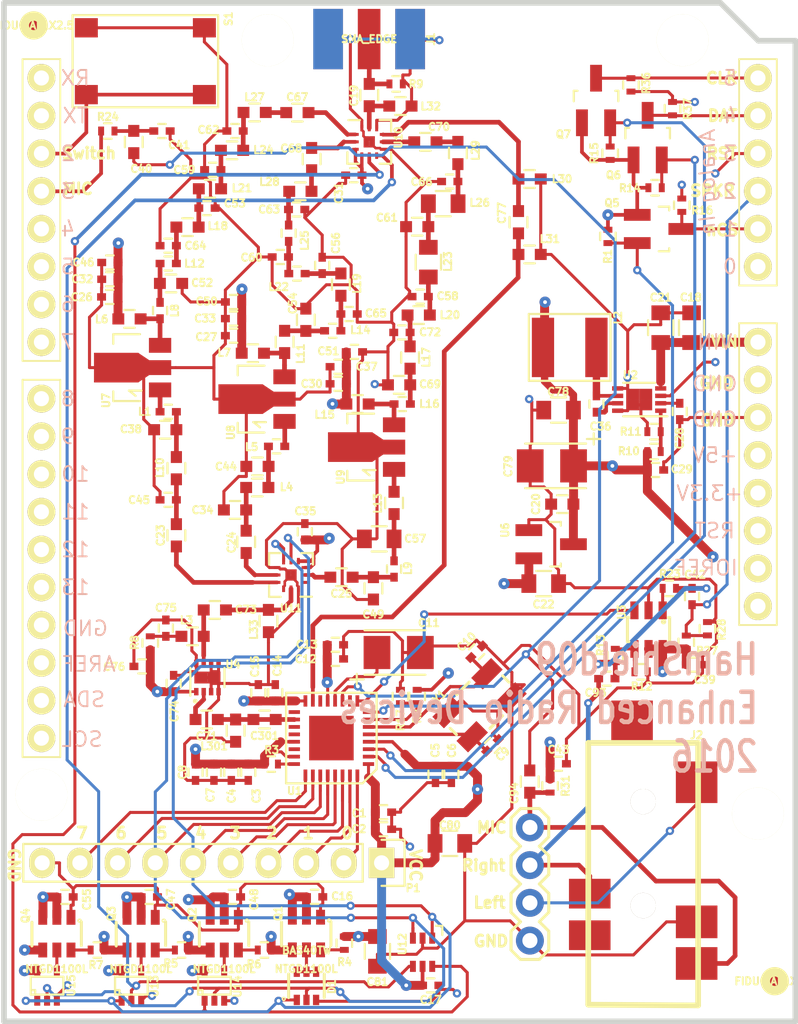
<source format=kicad_pcb>
(kicad_pcb (version 20171130) (host pcbnew "(5.1.12)-1")
  (layers (0 Front signal) (1 GND.Cu signal) (2 PWR.Cu signal) (31 Back signal) (34 B.Paste user hide) (35 F.Paste user hide) (36 B.SilkS user hide) (37 F.SilkS user hide) (38 B.Mask user hide) (39 F.Mask user hide) (44 Edge.Cuts user))
  (net 0 "")
  (net 1 AVDD)
  (net 2 GND)
  (net 3 VCC)
  (net 4 VTX)
  (net 5 "Net-(C9-Pad1)")
  (net 6 "Net-(C10-Pad1)")
  (net 7 "Net-(C11-Pad1)")
  (net 8 "Net-(C19-Pad2)")
  (net 9 "Net-(C40-Pad2)")
  (net 10 "Net-(C42-Pad1)")
  (net 11 "Net-(C69-Pad1)")
  (net 12 "Net-(C93-Pad2)")
  (net 13 "Net-(C94-Pad2)")
  (net 14 "Net-(J2-Pad2)")
  (net 15 "Net-(R23-Pad1)")
  (net 16 "Net-(S1-Pad1)")
  (net 17 "Net-(R12-Pad2)")
  (net 18 "Net-(C38-Pad1)")
  (net 19 "Net-(C52-Pad1)")
  (net 20 "/RF Front End/RF_OUT")
  (net 21 "/RF Front End/RF_IN")
  (net 22 "/User Interface/MIC_IN")
  (net 23 "/User Interface/ARD_AUDIO_OUT")
  (net 24 "/User Interface/SCLK")
  (net 25 "/User Interface/SDIO")
  (net 26 /GPIO0)
  (net 27 /GPIO6)
  (net 28 /GPIO7)
  (net 29 "/User Interface/PDN")
  (net 30 "/User Interface/PWM_AUDIO_IN")
  (net 31 "/User Interface/AFOUT")
  (net 32 +5V)
  (net 33 "/RF Front End/ANT")
  (net 34 "Net-(C57-Pad1)")
  (net 35 "Net-(L5-Pad2)")
  (net 36 "Net-(L6-Pad2)")
  (net 37 "Net-(L11-Pad2)")
  (net 38 "Net-(L13-Pad2)")
  (net 39 "Net-(L15-Pad2)")
  (net 40 "/RF Front End/70cm_IN")
  (net 41 "/RF Front End/2m_IN")
  (net 42 "Net-(C23-Pad2)")
  (net 43 "/RF Front End/1.2m_IN")
  (net 44 "Net-(C24-Pad2)")
  (net 45 "/RF Front End/70cm_OUT")
  (net 46 "/RF Front End/1.2m_OUT")
  (net 47 "/RF Front End/2m_OUT")
  (net 48 "/RF Front End/STAGE1_OUT")
  (net 49 "Net-(C36-Pad1)")
  (net 50 "Net-(C36-Pad2)")
  (net 51 V_2M)
  (net 52 V_1.2M)
  (net 53 V_70CM)
  (net 54 "Net-(D1-Pad4)")
  (net 55 "Net-(Q1-Pad6)")
  (net 56 "Net-(Q2-Pad6)")
  (net 57 "Net-(Q3-Pad6)")
  (net 58 "Net-(Q4-Pad6)")
  (net 59 "Net-(L1-Pad2)")
  (net 60 "/Power Control/V1")
  (net 61 "/Power Control/V2")
  (net 62 /GPIO1)
  (net 63 /GPIO2)
  (net 64 /GPIO3)
  (net 65 "Net-(Q2-Pad5)")
  (net 66 "Net-(Q3-Pad5)")
  (net 67 "Net-(Q4-Pad5)")
  (net 68 "/Power Control/Y1")
  (net 69 "/Power Control/Y2")
  (net 70 "Net-(C25-Pad2)")
  (net 71 "Net-(C53-Pad1)")
  (net 72 "Net-(C56-Pad1)")
  (net 73 "Net-(C58-Pad1)")
  (net 74 "Net-(C59-Pad1)")
  (net 75 "Net-(C60-Pad1)")
  (net 76 "Net-(C61-Pad1)")
  (net 77 "Net-(C62-Pad1)")
  (net 78 "Net-(C63-Pad1)")
  (net 79 "Net-(C64-Pad1)")
  (net 80 "Net-(C65-Pad1)")
  (net 81 "Net-(C66-Pad1)")
  (net 82 "Net-(C67-Pad2)")
  (net 83 "Net-(C68-Pad2)")
  (net 84 "Net-(C70-Pad2)")
  (net 85 "Net-(C71-Pad1)")
  (net 86 "Net-(C72-Pad1)")
  (net 87 "Net-(C73-Pad2)")
  (net 88 "Net-(C44-Pad1)")
  (net 89 "Net-(C54-Pad1)")
  (net 90 "Net-(C75-Pad1)")
  (net 91 "Net-(C77-Pad2)")
  (net 92 "Net-(C28-Pad1)")
  (net 93 "Net-(R10-Pad2)")
  (net 94 "/Power Control/nRST")
  (net 95 "/User Interface/nSEN")
  (net 96 "Net-(Q5-Pad3)")
  (net 97 "Net-(Q6-Pad3)")
  (net 98 "Net-(Q7-Pad3)")
  (net 99 "/User Interface/MODE")
  (net 100 +5VL)
  (module mogar_modules:SJ-43514-SMT-TR (layer Front) (at 135.5 148.375 90)
    (fp_text reference J2 (at 15.975 3.6 180) (layer F.SilkS) (effects (font (size 0.5 0.5) (thickness 0.125))))
    (fp_text value SJ-43514-SMT-TR hide)
    (pad 6 smd rect (at 2.5 -3.6 90) (size 2 2.8) (layers Front F.Paste F.Mask))
    (pad 3 smd rect (at 5.3 -3.6 90) (size 2 2.8) (layers Front F.Paste F.Mask) (net 12 "Net-(C93-Pad2)"))
    (pad 4 smd rect (at 3.4 3.6 90) (size 2.2 2.8) (layers Front F.Paste F.Mask) (net 2 GND))
    (pad 1 smd rect (at 0.6 3.6 90) (size 2.2 2.8) (layers Front F.Paste F.Mask) (net 13 "Net-(C94-Pad2)"))
    (pad 2 smd rect (at 12.8 3.6 90) (size 2.8 2.8) (layers Front F.Paste F.Mask) (net 14 "Net-(J2-Pad2)"))
    (pad 5 smd rect (at 16.9 -0.75 90) (size 2.8 2.8) (layers Front F.Paste F.Mask))
    (pad NC thru_hole circle (at 4.5 0 90) (size 1.7 1.7) (drill 1.7) (layers *.Cu *.Mask F.SilkS))
    (pad NC thru_hole circle (at 11.5 0 90) (size 1.7 1.7) (drill 1.7) (layers *.Cu *.Mask F.SilkS))
  )
  (module SparkFun:SparkFun-1X04 (layer Front) (at 127.87 138.615 270)
    (fp_text reference JP3 hide)
    (fp_text value M04PTH hide)
    (pad 2 thru_hole circle (at 2.54 0 270) (size 1.8796 1.8796) (drill 1.016) (layers *.Cu *.Mask F.Paste) (net 12 "Net-(C93-Pad2)"))
    (pad 3 thru_hole circle (at 5.08 0 270) (size 1.8796 1.8796) (drill 1.016) (layers *.Cu *.Mask F.Paste) (net 14 "Net-(J2-Pad2)"))
    (pad 4 thru_hole circle (at 7.62 0 270) (size 1.8796 1.8796) (drill 1.016) (layers *.Cu *.Mask F.Paste) (net 2 GND))
    (pad 1 thru_hole circle (at 0 0 270) (size 1.8796 1.8796) (drill 1.016) (layers *.Cu *.Mask F.Paste) (net 13 "Net-(C94-Pad2)"))
  )
  (module mogar_modules:QFN32-5x5 (layer Front) (at 114.5 132.6 180)
    (fp_text reference U1 (at 2.475 -3.55 180) (layer F.SilkS) (effects (font (size 0.5 0.5) (thickness 0.125))))
    (fp_text value AU1846 hide)
    (pad 31 smd rect (at -1.24968 -2.49936 180) (size 0.254 0.762) (layers Front F.Paste F.Mask) (net 62 /GPIO1))
    (pad 30 smd rect (at -0.7493 -2.49936 180) (size 0.254 0.762) (layers Front F.Paste F.Mask) (net 63 /GPIO2))
    (pad 29 smd rect (at -0.24892 -2.49936 180) (size 0.254 0.762) (layers Front F.Paste F.Mask) (net 64 /GPIO3))
    (pad 32 smd rect (at -1.75006 -2.49936 180) (size 0.254 0.762) (layers Front F.Paste F.Mask) (net 26 /GPIO0))
    (pad 1 smd rect (at -2.49936 -1.75006 270) (size 0.254 0.762) (layers Front F.Paste F.Mask) (net 3 VCC))
    (pad 2 smd rect (at -2.49936 -1.24968 270) (size 0.254 0.762) (layers Front F.Paste F.Mask) (net 24 "/User Interface/SCLK"))
    (pad 3 smd rect (at -2.49936 -0.7493 270) (size 0.254 0.762) (layers Front F.Paste F.Mask) (net 25 "/User Interface/SDIO"))
    (pad 4 smd rect (at -2.49936 -0.24892 270) (size 0.254 0.762) (layers Front F.Paste F.Mask) (net 3 VCC))
    (pad 5 smd rect (at -2.49936 0.24892 270) (size 0.254 0.762) (layers Front F.Paste F.Mask) (net 5 "Net-(C9-Pad1)"))
    (pad 6 smd rect (at -2.49936 0.7493 270) (size 0.254 0.762) (layers Front F.Paste F.Mask) (net 6 "Net-(C10-Pad1)"))
    (pad 7 smd rect (at -2.49936 1.24968 270) (size 0.254 0.762) (layers Front F.Paste F.Mask) (net 99 "/User Interface/MODE"))
    (pad 8 smd rect (at -2.49936 1.75006 270) (size 0.254 0.762) (layers Front F.Paste F.Mask) (net 95 "/User Interface/nSEN"))
    (pad 16 smd rect (at 1.75006 2.49936 180) (size 0.254 0.762) (layers Front F.Paste F.Mask) (net 3 VCC))
    (pad 9 smd rect (at -1.75006 2.49936 180) (size 0.254 0.762) (layers Front F.Paste F.Mask) (net 31 "/User Interface/AFOUT"))
    (pad 10 smd rect (at -1.24968 2.49936 180) (size 0.254 0.762) (layers Front F.Paste F.Mask))
    (pad 11 smd rect (at -0.7493 2.49936 180) (size 0.254 0.762) (layers Front F.Paste F.Mask) (net 22 "/User Interface/MIC_IN"))
    (pad 12 smd rect (at -0.24892 2.49936 180) (size 0.254 0.762) (layers Front F.Paste F.Mask) (net 7 "Net-(C11-Pad1)"))
    (pad 13 smd rect (at 0.24892 2.49936 180) (size 0.254 0.762) (layers Front F.Paste F.Mask) (net 3 VCC))
    (pad 14 smd rect (at 0.7493 2.49936 180) (size 0.254 0.762) (layers Front F.Paste F.Mask))
    (pad 15 smd rect (at 1.24968 2.49936 180) (size 0.254 0.762) (layers Front F.Paste F.Mask) (net 21 "/RF Front End/RF_IN"))
    (pad 17 smd rect (at 2.49936 1.75006 270) (size 0.254 0.762) (layers Front F.Paste F.Mask))
    (pad 18 smd rect (at 2.49936 1.24968 270) (size 0.254 0.762) (layers Front F.Paste F.Mask) (net 20 "/RF Front End/RF_OUT"))
    (pad 19 smd rect (at 2.49936 0.7493 270) (size 0.254 0.762) (layers Front F.Paste F.Mask))
    (pad 20 smd rect (at 2.49936 0.24892 270) (size 0.254 0.762) (layers Front F.Paste F.Mask))
    (pad 21 smd rect (at 2.49936 -0.24892 270) (size 0.254 0.762) (layers Front F.Paste F.Mask) (net 3 VCC))
    (pad 22 smd rect (at 2.49936 -0.7493 270) (size 0.254 0.762) (layers Front F.Paste F.Mask))
    (pad 23 smd rect (at 2.49936 -1.24968 270) (size 0.254 0.762) (layers Front F.Paste F.Mask) (net 3 VCC))
    (pad 24 smd rect (at 2.49936 -1.75006 270) (size 0.254 0.762) (layers Front F.Paste F.Mask) (net 29 "/User Interface/PDN"))
    (pad 25 smd rect (at 1.75006 -2.49936 180) (size 0.254 0.762) (layers Front F.Paste F.Mask) (net 28 /GPIO7))
    (pad 26 smd rect (at 1.24968 -2.49936 180) (size 0.254 0.762) (layers Front F.Paste F.Mask) (net 27 /GPIO6))
    (pad 27 smd rect (at 0.7493 -2.49936 180) (size 0.254 0.762) (layers Front F.Paste F.Mask) (net 61 "/Power Control/V2"))
    (pad 28 smd rect (at 0.24892 -2.49936 180) (size 0.254 0.762) (layers Front F.Paste F.Mask) (net 60 "/Power Control/V1"))
    (pad 33 smd rect (at 0 0 180) (size 2.99974 2.99974) (layers Front F.Paste F.Mask))
  )
  (module SparkFun:SparkFun-CRYSTAL-SMD-5X3 (layer Front) (at 124.48 130.39 45)
    (fp_text reference Y1 (at -1.495 -2.32 45) (layer F.SilkS) (effects (font (size 0.5 0.5) (thickness 0.125))))
    (fp_text value 12.8MHz hide)
    (pad 1 smd rect (at -1.84912 1.14808 45) (size 1.89992 1.09982) (layers Front F.Paste F.Mask) (net 5 "Net-(C9-Pad1)"))
    (pad 2 smd rect (at 1.84912 1.14808 45) (size 1.89992 1.09982) (layers Front F.Paste F.Mask) (net 2 GND))
    (pad 3 smd rect (at 1.84912 -1.14808 45) (size 1.89992 1.09982) (layers Front F.Paste F.Mask) (net 6 "Net-(C10-Pad1)"))
    (pad 4 smd rect (at -1.84912 -1.14808 45) (size 1.89992 1.09982) (layers Front F.Paste F.Mask) (net 2 GND))
  )
  (module mogar_modules_new:SOT23-6 (layer Front) (at 135.86 125.3 180)
    (fp_text reference U3 (at 1.81 1.175 270) (layer F.SilkS) (effects (font (size 0.5 0.5) (thickness 0.125))))
    (fp_text value AD8591 hide)
    (pad 3 smd rect (at 0.94996 1.29794 180) (size 0.54864 1.19888) (layers Front F.Paste F.Mask) (net 31 "/User Interface/AFOUT"))
    (pad 2 smd rect (at 0 1.29794 180) (size 0.54864 1.19888) (layers Front F.Paste F.Mask) (net 2 GND))
    (pad 1 smd rect (at -0.94996 1.29794 180) (size 0.54864 1.19888) (layers Front F.Paste F.Mask) (net 15 "Net-(R23-Pad1)"))
    (pad 6 smd rect (at -0.94996 -1.29794 180) (size 0.54864 1.19888) (layers Front F.Paste F.Mask) (net 3 VCC))
    (pad 5 smd rect (at 0 -1.29794 180) (size 0.54864 1.19888) (layers Front F.Paste F.Mask) (net 3 VCC))
    (pad 4 smd rect (at 0.94996 -1.29794 180) (size 0.54864 1.19888) (layers Front F.Paste F.Mask) (net 17 "Net-(R12-Pad2)"))
  )
  (module mogar_modules_new:SWITCH_TACTILE_SMD_8mmX5mm (layer Front) (at 101.97 87.03 180)
    (fp_text reference S1 (at -5.6 2.85 270) (layer F.SilkS) (effects (font (size 0.5 0.5) (thickness 0.125))))
    (fp_text value TAC_SWITCHSMD hide)
    (pad 1 smd rect (at -3.975 -2.25 180) (size 1.55 1.3) (layers Front F.Paste F.Mask) (net 16 "Net-(S1-Pad1)"))
    (pad 2 smd rect (at 3.975 -2.25 180) (size 1.55 1.3) (layers Front F.Paste F.Mask) (net 16 "Net-(S1-Pad1)"))
    (pad 3 smd rect (at 3.975 2.25 180) (size 1.55 1.3) (layers Front F.Paste F.Mask) (net 2 GND))
    (pad 4 smd rect (at -3.975 2.25 180) (size 1.55 1.3) (layers Front F.Paste F.Mask) (net 2 GND))
  )
  (module Capacitors_SMD:C_0603 (layer Front) (at 103.31 111.84 180)
    (fp_text reference C38 (at 2.31 0.04 180) (layer F.SilkS) (effects (font (size 0.5 0.5) (thickness 0.125))))
    (fp_text value 56p)
    (pad 1 smd rect (at -0.75 0 180) (size 0.8 0.75) (layers Front F.Paste F.Mask) (net 18 "Net-(C38-Pad1)"))
    (pad 2 smd rect (at 0.75 0 180) (size 0.8 0.75) (layers Front F.Paste F.Mask) (net 2 GND))
  )
  (module Capacitors_SMD:C_0603 (layer Front) (at 109.52 114.31 180)
    (fp_text reference C44 (at 2.12 -0.015 180) (layer F.SilkS) (effects (font (size 0.5 0.5) (thickness 0.125))))
    (fp_text value 100p)
    (pad 1 smd rect (at -0.75 0 180) (size 0.8 0.75) (layers Front F.Paste F.Mask) (net 88 "Net-(C44-Pad1)"))
    (pad 2 smd rect (at 0.75 0 180) (size 0.8 0.75) (layers Front F.Paste F.Mask) (net 2 GND))
  )
  (module Capacitors_SMD:C_0603 (layer Front) (at 117.33 122.52 270)
    (fp_text reference C49 (at 1.755 0.005) (layer F.SilkS) (effects (font (size 0.5 0.5) (thickness 0.125))))
    (fp_text value 43p)
    (pad 1 smd rect (at -0.75 0 270) (size 0.8 0.75) (layers Front F.Paste F.Mask) (net 70 "Net-(C25-Pad2)"))
    (pad 2 smd rect (at 0.75 0 270) (size 0.8 0.75) (layers Front F.Paste F.Mask) (net 2 GND))
  )
  (module Capacitors_SMD:C_0603 (layer Front) (at 103.7 101.99)
    (fp_text reference C52 (at 2.1 -0.04) (layer F.SilkS) (effects (font (size 0.5 0.5) (thickness 0.125))))
    (fp_text value 24p)
    (pad 1 smd rect (at -0.75 0) (size 0.8 0.75) (layers Front F.Paste F.Mask) (net 19 "Net-(C52-Pad1)"))
    (pad 2 smd rect (at 0.75 0) (size 0.8 0.75) (layers Front F.Paste F.Mask) (net 2 GND))
  )
  (module Capacitors_SMD:C_0603 (layer Front) (at 112.78 104.44 90)
    (fp_text reference C54 (at 1.115 -0.88 90) (layer F.SilkS) (effects (font (size 0.5 0.5) (thickness 0.125))))
    (fp_text value 43p)
    (pad 1 smd rect (at -0.75 0 90) (size 0.8 0.75) (layers Front F.Paste F.Mask) (net 89 "Net-(C54-Pad1)"))
    (pad 2 smd rect (at 0.75 0 90) (size 0.8 0.75) (layers Front F.Paste F.Mask) (net 2 GND))
  )
  (module Capacitors_SMD:C_0603 (layer Front) (at 100.9 104.38)
    (fp_text reference L6 (at -1.875 0.02) (layer F.SilkS) (effects (font (size 0.5 0.5) (thickness 0.125))))
    (fp_text value 100n)
    (pad 1 smd rect (at -0.75 0) (size 0.8 0.75) (layers Front F.Paste F.Mask) (net 53 V_70CM))
    (pad 2 smd rect (at 0.75 0) (size 0.8 0.75) (layers Front F.Paste F.Mask) (net 36 "Net-(L6-Pad2)"))
  )
  (module Capacitors_SMD:C_0603 (layer Front) (at 109.21 106.69)
    (fp_text reference L7 (at -1.935 -0.04) (layer F.SilkS) (effects (font (size 0.5 0.5) (thickness 0.125))))
    (fp_text value 100n)
    (pad 1 smd rect (at -0.75 0) (size 0.8 0.75) (layers Front F.Paste F.Mask) (net 52 V_1.2M))
    (pad 2 smd rect (at 0.75 0) (size 0.8 0.75) (layers Front F.Paste F.Mask) (net 37 "Net-(L11-Pad2)"))
  )
  (module Capacitors_SMD:C_0603 (layer Front) (at 104.06 114.43 90)
    (fp_text reference L10 (at 0.03 -1.11 90) (layer F.SilkS) (effects (font (size 0.5 0.5) (thickness 0.125))))
    (fp_text value 5.6n)
    (pad 1 smd rect (at -0.75 0 90) (size 0.8 0.75) (layers Front F.Paste F.Mask) (net 42 "Net-(C23-Pad2)"))
    (pad 2 smd rect (at 0.75 0 90) (size 0.8 0.75) (layers Front F.Paste F.Mask) (net 18 "Net-(C38-Pad1)"))
  )
  (module Capacitors_SMD:C_0603 (layer Front) (at 111.35 105.93 270)
    (fp_text reference L11 (at 0.795 -1.075 270) (layer F.SilkS) (effects (font (size 0.5 0.5) (thickness 0.125))))
    (fp_text value 6.2n)
    (pad 1 smd rect (at -0.75 0 270) (size 0.8 0.75) (layers Front F.Paste F.Mask) (net 89 "Net-(C54-Pad1)"))
    (pad 2 smd rect (at 0.75 0 270) (size 0.8 0.75) (layers Front F.Paste F.Mask) (net 37 "Net-(L11-Pad2)"))
  )
  (module Capacitors_SMD:C_0603 (layer Front) (at 118.72 116.77 90)
    (fp_text reference L13 (at -0.03 -1.095 90) (layer F.SilkS) (effects (font (size 0.5 0.5) (thickness 0.125))))
    (fp_text value 5.6n)
    (pad 1 smd rect (at -0.75 0 90) (size 0.8 0.75) (layers Front F.Paste F.Mask) (net 34 "Net-(C57-Pad1)"))
    (pad 2 smd rect (at 0.75 0 90) (size 0.8 0.75) (layers Front F.Paste F.Mask) (net 38 "Net-(L13-Pad2)"))
  )
  (module Capacitors_SMD:C_0603 (layer Front) (at 116.26 110.11)
    (fp_text reference L15 (at -2.21 0.715) (layer F.SilkS) (effects (font (size 0.5 0.5) (thickness 0.125))))
    (fp_text value 100n)
    (pad 1 smd rect (at -0.75 0) (size 0.8 0.75) (layers Front F.Paste F.Mask) (net 51 V_2M))
    (pad 2 smd rect (at 0.75 0) (size 0.8 0.75) (layers Front F.Paste F.Mask) (net 39 "Net-(L15-Pad2)"))
  )
  (module Pin_Headers:Pin_Header_Straight_1x10 (layer Front) (at 117.88 141 270)
    (fp_text reference P1 (at 1.7 -2.12) (layer F.SilkS) (effects (font (size 0.5 0.5) (thickness 0.125))))
    (fp_text value CONN_01X10)
    (pad 1 thru_hole rect (at 0 0 270) (size 2.032 1.7272) (drill 1.016) (layers *.Cu *.Mask F.SilkS) (net 3 VCC))
    (pad 2 thru_hole oval (at 0 2.54 270) (size 2.032 1.7272) (drill 1.016) (layers *.Cu *.Mask F.SilkS) (net 26 /GPIO0))
    (pad 3 thru_hole oval (at 0 5.08 270) (size 2.032 1.7272) (drill 1.016) (layers *.Cu *.Mask F.SilkS) (net 62 /GPIO1))
    (pad 4 thru_hole oval (at 0 7.62 270) (size 2.032 1.7272) (drill 1.016) (layers *.Cu *.Mask F.SilkS) (net 63 /GPIO2))
    (pad 5 thru_hole oval (at 0 10.16 270) (size 2.032 1.7272) (drill 1.016) (layers *.Cu *.Mask F.SilkS) (net 64 /GPIO3))
    (pad 6 thru_hole oval (at 0 12.7 270) (size 2.032 1.7272) (drill 1.016) (layers *.Cu *.Mask F.SilkS) (net 60 "/Power Control/V1"))
    (pad 7 thru_hole oval (at 0 15.24 270) (size 2.032 1.7272) (drill 1.016) (layers *.Cu *.Mask F.SilkS) (net 61 "/Power Control/V2"))
    (pad 8 thru_hole oval (at 0 17.78 270) (size 2.032 1.7272) (drill 1.016) (layers *.Cu *.Mask F.SilkS) (net 27 /GPIO6))
    (pad 9 thru_hole oval (at 0 20.32 270) (size 2.032 1.7272) (drill 1.016) (layers *.Cu *.Mask F.SilkS) (net 28 /GPIO7))
    (pad 10 thru_hole oval (at 0 22.86 270) (size 2.032 1.7272) (drill 1.016) (layers *.Cu *.Mask F.SilkS) (net 2 GND))
  )
  (module Capacitors_SMD:C_0603 (layer Front) (at 130.05 116.85 180)
    (fp_text reference C20 (at 1.775 0 270) (layer F.SilkS) (effects (font (size 0.5 0.5) (thickness 0.125))))
    (fp_text value 4.7u)
    (pad 1 smd rect (at -0.75 0 180) (size 0.8 0.75) (layers Front F.Paste F.Mask) (net 32 +5V))
    (pad 2 smd rect (at 0.75 0 180) (size 0.8 0.75) (layers Front F.Paste F.Mask) (net 2 GND))
  )
  (module Housings_SOT-89:SOT89-3_Housing (layer Front) (at 101.11 107.66 90)
    (fp_text reference U7 (at -2.215 -1.785 90) (layer F.SilkS) (effects (font (size 0.5 0.5) (thickness 0.125))))
    (fp_text value TQP7M9105)
    (pad 1 smd rect (at -1.50114 1.85166 90) (size 1.00076 1.50114) (layers Front F.Paste F.Mask) (net 59 "Net-(L1-Pad2)"))
    (pad 2 smd rect (at 0 1.85166 90) (size 1.00076 1.50114) (layers Front F.Paste F.Mask) (net 2 GND))
    (pad 3 smd rect (at 1.50114 1.85166 90) (size 1.00076 1.50114) (layers Front F.Paste F.Mask) (net 36 "Net-(L6-Pad2)"))
    (pad 2 smd rect (at 0 -1.09982 90) (size 1.99898 2.99974) (layers Front F.Paste F.Mask) (net 2 GND))
    (pad 2 smd trapezoid (at 0 0.7493 270) (size 1.50114 0.7493) (rect_delta 0 0.50038) (layers Front F.Paste F.Mask) (net 2 GND))
  )
  (module Housings_SOT-89:SOT89-3_Housing (layer Front) (at 109.49 109.78 90)
    (fp_text reference U8 (at -2.245 -1.765 90) (layer F.SilkS) (effects (font (size 0.5 0.5) (thickness 0.125))))
    (fp_text value TQP7M9105)
    (pad 1 smd rect (at -1.50114 1.85166 90) (size 1.00076 1.50114) (layers Front F.Paste F.Mask) (net 35 "Net-(L5-Pad2)"))
    (pad 2 smd rect (at 0 1.85166 90) (size 1.00076 1.50114) (layers Front F.Paste F.Mask) (net 2 GND))
    (pad 3 smd rect (at 1.50114 1.85166 90) (size 1.00076 1.50114) (layers Front F.Paste F.Mask) (net 37 "Net-(L11-Pad2)"))
    (pad 2 smd rect (at 0 -1.09982 90) (size 1.99898 2.99974) (layers Front F.Paste F.Mask) (net 2 GND))
    (pad 2 smd trapezoid (at 0 0.7493 270) (size 1.50114 0.7493) (rect_delta 0 0.50038) (layers Front F.Paste F.Mask) (net 2 GND))
  )
  (module Housings_SOT-89:SOT89-3_Housing (layer Front) (at 116.87 113.01 90)
    (fp_text reference U9 (at -2.015 -1.745 90) (layer F.SilkS) (effects (font (size 0.5 0.5) (thickness 0.125))))
    (fp_text value TQP7M9105)
    (pad 1 smd rect (at -1.50114 1.85166 90) (size 1.00076 1.50114) (layers Front F.Paste F.Mask) (net 38 "Net-(L13-Pad2)"))
    (pad 2 smd rect (at 0 1.85166 90) (size 1.00076 1.50114) (layers Front F.Paste F.Mask) (net 2 GND))
    (pad 3 smd rect (at 1.50114 1.85166 90) (size 1.00076 1.50114) (layers Front F.Paste F.Mask) (net 39 "Net-(L15-Pad2)"))
    (pad 2 smd rect (at 0 -1.09982 90) (size 1.99898 2.99974) (layers Front F.Paste F.Mask) (net 2 GND))
    (pad 2 smd trapezoid (at 0 0.7493 270) (size 1.50114 0.7493) (rect_delta 0 0.50038) (layers Front F.Paste F.Mask) (net 2 GND))
  )
  (module Capacitors_SMD:C_0402 (layer Front) (at 118.01 137.59)
    (fp_text reference C1 (at -1.635 0.07) (layer F.SilkS) (effects (font (size 0.5 0.5) (thickness 0.125))))
    (fp_text value 1n)
    (pad 1 smd rect (at -0.55 0) (size 0.6 0.5) (layers Front F.Paste F.Mask) (net 3 VCC))
    (pad 2 smd rect (at 0.55 0) (size 0.6 0.5) (layers Front F.Paste F.Mask) (net 2 GND))
  )
  (module Capacitors_SMD:C_0402 (layer Front) (at 118.01 138.74)
    (fp_text reference C2 (at -1.66 -0.02) (layer F.SilkS) (effects (font (size 0.5 0.5) (thickness 0.125))))
    (fp_text value 0u1)
    (pad 1 smd rect (at -0.55 0) (size 0.6 0.5) (layers Front F.Paste F.Mask) (net 3 VCC))
    (pad 2 smd rect (at 0.55 0) (size 0.6 0.5) (layers Front F.Paste F.Mask) (net 2 GND))
  )
  (module Capacitors_SMD:C_0402 (layer Front) (at 108.9 134.9 270)
    (fp_text reference C3 (at 1.6 -0.55 270) (layer F.SilkS) (effects (font (size 0.5 0.5) (thickness 0.125))))
    (fp_text value 1n)
    (pad 1 smd rect (at -0.55 0 270) (size 0.6 0.5) (layers Front F.Paste F.Mask) (net 3 VCC))
    (pad 2 smd rect (at 0.55 0 270) (size 0.6 0.5) (layers Front F.Paste F.Mask) (net 2 GND))
  )
  (module Capacitors_SMD:C_0402 (layer Front) (at 107.76 134.9 270)
    (fp_text reference C4 (at 1.6 -0.015 270) (layer F.SilkS) (effects (font (size 0.5 0.5) (thickness 0.125))))
    (fp_text value 0u1)
    (pad 1 smd rect (at -0.55 0 270) (size 0.6 0.5) (layers Front F.Paste F.Mask) (net 3 VCC))
    (pad 2 smd rect (at 0.55 0 270) (size 0.6 0.5) (layers Front F.Paste F.Mask) (net 2 GND))
  )
  (module Capacitors_SMD:C_0402 (layer Front) (at 121.51 135.05 270)
    (fp_text reference C5 (at -1.62 0.01 270) (layer F.SilkS) (effects (font (size 0.5 0.5) (thickness 0.125))))
    (fp_text value 1n)
    (pad 1 smd rect (at -0.55 0 270) (size 0.6 0.5) (layers Front F.Paste F.Mask) (net 3 VCC))
    (pad 2 smd rect (at 0.55 0 270) (size 0.6 0.5) (layers Front F.Paste F.Mask) (net 2 GND))
  )
  (module Capacitors_SMD:C_0402 (layer Front) (at 122.58 135.05 270)
    (fp_text reference C6 (at -1.61 -0.03 270) (layer F.SilkS) (effects (font (size 0.5 0.5) (thickness 0.125))))
    (fp_text value 0u1)
    (pad 1 smd rect (at -0.55 0 270) (size 0.6 0.5) (layers Front F.Paste F.Mask) (net 3 VCC))
    (pad 2 smd rect (at 0.55 0 270) (size 0.6 0.5) (layers Front F.Paste F.Mask) (net 2 GND))
  )
  (module Capacitors_SMD:C_0402 (layer Front) (at 106.59 134.9 270)
    (fp_text reference C7 (at 1.54 0.24 270) (layer F.SilkS) (effects (font (size 0.5 0.5) (thickness 0.125))))
    (fp_text value 1n)
    (pad 1 smd rect (at -0.55 0 270) (size 0.6 0.5) (layers Front F.Paste F.Mask) (net 3 VCC))
    (pad 2 smd rect (at 0.55 0 270) (size 0.6 0.5) (layers Front F.Paste F.Mask) (net 2 GND))
  )
  (module Capacitors_SMD:C_0402 (layer Front) (at 105.35 134.9 270)
    (fp_text reference C8 (at 0 0.87 270) (layer F.SilkS) (effects (font (size 0.5 0.5) (thickness 0.125))))
    (fp_text value 0u1)
    (pad 1 smd rect (at -0.55 0 270) (size 0.6 0.5) (layers Front F.Paste F.Mask) (net 3 VCC))
    (pad 2 smd rect (at 0.55 0 270) (size 0.6 0.5) (layers Front F.Paste F.Mask) (net 2 GND))
  )
  (module Capacitors_SMD:C_0402 (layer Front) (at 125.35 133.09 45)
    (fp_text reference C9 (at 0.06364 0.912168 45) (layer F.SilkS) (effects (font (size 0.5 0.5) (thickness 0.125))))
    (fp_text value 10p)
    (pad 1 smd rect (at -0.55 0 45) (size 0.6 0.5) (layers Front F.Paste F.Mask) (net 5 "Net-(C9-Pad1)"))
    (pad 2 smd rect (at 0.55 0 45) (size 0.6 0.5) (layers Front F.Paste F.Mask) (net 2 GND))
  )
  (module Capacitors_SMD:C_0402 (layer Front) (at 124.28 126.79 45)
    (fp_text reference C10 (at -0.005 -0.95 45) (layer F.SilkS) (effects (font (size 0.5 0.5) (thickness 0.125))))
    (fp_text value 10p)
    (pad 1 smd rect (at -0.55 0 45) (size 0.6 0.5) (layers Front F.Paste F.Mask) (net 6 "Net-(C10-Pad1)"))
    (pad 2 smd rect (at 0.55 0 45) (size 0.6 0.5) (layers Front F.Paste F.Mask) (net 2 GND))
  )
  (module Capacitors_SMD:C_0402 (layer Front) (at 114.77 127.27)
    (fp_text reference C12 (at -1.995 0.01) (layer F.SilkS) (effects (font (size 0.5 0.5) (thickness 0.125))))
    (fp_text value 1n)
    (pad 1 smd rect (at -0.55 0) (size 0.6 0.5) (layers Front F.Paste F.Mask) (net 3 VCC))
    (pad 2 smd rect (at 0.55 0) (size 0.6 0.5) (layers Front F.Paste F.Mask) (net 2 GND))
  )
  (module Capacitors_SMD:C_0402 (layer Front) (at 114.77 126.32)
    (fp_text reference C13 (at -1.92 -0.015) (layer F.SilkS) (effects (font (size 0.5 0.5) (thickness 0.125))))
    (fp_text value 1u)
    (pad 1 smd rect (at -0.55 0) (size 0.6 0.5) (layers Front F.Paste F.Mask) (net 3 VCC))
    (pad 2 smd rect (at 0.55 0) (size 0.6 0.5) (layers Front F.Paste F.Mask) (net 2 GND))
  )
  (module Capacitors_SMD:C_0402 (layer Front) (at 110.72 129.55 90)
    (fp_text reference C14 (at 1.82 0.14 90) (layer F.SilkS) (effects (font (size 0.5 0.5) (thickness 0.125))))
    (fp_text value 1n)
    (pad 1 smd rect (at -0.55 0 90) (size 0.6 0.5) (layers Front F.Paste F.Mask) (net 3 VCC))
    (pad 2 smd rect (at 0.55 0 90) (size 0.6 0.5) (layers Front F.Paste F.Mask) (net 2 GND))
  )
  (module Capacitors_SMD:C_0402 (layer Front) (at 109.58 129.55 90)
    (fp_text reference C15 (at 1.77 -0.23 90) (layer F.SilkS) (effects (font (size 0.5 0.5) (thickness 0.125))))
    (fp_text value 10p)
    (pad 1 smd rect (at -0.55 0 90) (size 0.6 0.5) (layers Front F.Paste F.Mask) (net 3 VCC))
    (pad 2 smd rect (at 0.55 0 90) (size 0.6 0.5) (layers Front F.Paste F.Mask) (net 2 GND))
  )
  (module Capacitors_SMD:C_0402 (layer Front) (at 113.37 143.29)
    (fp_text reference C16 (at 1.855 -0.04) (layer F.SilkS) (effects (font (size 0.5 0.5) (thickness 0.125))))
    (fp_text value 0u1)
    (pad 1 smd rect (at -0.55 0) (size 0.6 0.5) (layers Front F.Paste F.Mask) (net 4 VTX))
    (pad 2 smd rect (at 0.55 0) (size 0.6 0.5) (layers Front F.Paste F.Mask) (net 2 GND))
  )
  (module Capacitors_SMD:C_0402 (layer Front) (at 121.19 149.25 180)
    (fp_text reference C17 (at 0 -0.97 180) (layer F.SilkS) (effects (font (size 0.5 0.5) (thickness 0.125))))
    (fp_text value 0u1)
    (pad 1 smd rect (at -0.55 0 180) (size 0.6 0.5) (layers Front F.Paste F.Mask) (net 2 GND))
    (pad 2 smd rect (at 0.55 0 180) (size 0.6 0.5) (layers Front F.Paste F.Mask) (net 3 VCC))
  )
  (module Capacitors_SMD:C_0603 (layer Front) (at 117.05 89.31 90)
    (fp_text reference C19 (at -0.04 -1.025 90) (layer F.SilkS) (effects (font (size 0.5 0.5) (thickness 0.125))))
    (fp_text value 100p)
    (pad 1 smd rect (at -0.75 0 90) (size 0.8 0.75) (layers Front F.Paste F.Mask) (net 33 "/RF Front End/ANT"))
    (pad 2 smd rect (at 0.75 0 90) (size 0.8 0.75) (layers Front F.Paste F.Mask) (net 8 "Net-(C19-Pad2)"))
  )
  (module Capacitors_SMD:C_0603 (layer Front) (at 104.06 118.95 90)
    (fp_text reference C23 (at 0 -1.06 90) (layer F.SilkS) (effects (font (size 0.5 0.5) (thickness 0.125))))
    (fp_text value 100p)
    (pad 1 smd rect (at -0.75 0 90) (size 0.8 0.75) (layers Front F.Paste F.Mask) (net 40 "/RF Front End/70cm_IN"))
    (pad 2 smd rect (at 0.75 0 90) (size 0.8 0.75) (layers Front F.Paste F.Mask) (net 42 "Net-(C23-Pad2)"))
  )
  (module Capacitors_SMD:C_0603 (layer Front) (at 108.76 119.39 90)
    (fp_text reference C24 (at -0.035 -0.985 90) (layer F.SilkS) (effects (font (size 0.5 0.5) (thickness 0.125))))
    (fp_text value 100p)
    (pad 1 smd rect (at -0.75 0 90) (size 0.8 0.75) (layers Front F.Paste F.Mask) (net 43 "/RF Front End/1.2m_IN"))
    (pad 2 smd rect (at 0.75 0 90) (size 0.8 0.75) (layers Front F.Paste F.Mask) (net 44 "Net-(C24-Pad2)"))
  )
  (module Capacitors_SMD:C_0603 (layer Front) (at 115.18 121.77)
    (fp_text reference C25 (at -0.005 1.105) (layer F.SilkS) (effects (font (size 0.5 0.5) (thickness 0.125))))
    (fp_text value 100p)
    (pad 1 smd rect (at -0.75 0) (size 0.8 0.75) (layers Front F.Paste F.Mask) (net 41 "/RF Front End/2m_IN"))
    (pad 2 smd rect (at 0.75 0) (size 0.8 0.75) (layers Front F.Paste F.Mask) (net 70 "Net-(C25-Pad2)"))
  )
  (module Capacitors_SMD:C_0402 (layer Front) (at 116.01 94.705 180)
    (fp_text reference C31 (at 1.01 -1.195 270) (layer F.SilkS) (effects (font (size 0.5 0.5) (thickness 0.125))))
    (fp_text value 0u1)
    (pad 1 smd rect (at -0.55 0 180) (size 0.6 0.5) (layers Front F.Paste F.Mask) (net 32 +5V))
    (pad 2 smd rect (at 0.55 0 180) (size 0.6 0.5) (layers Front F.Paste F.Mask) (net 2 GND))
  )
  (module Capacitors_SMD:C_0402 (layer Front) (at 99.58 101.71 180)
    (fp_text reference C32 (at 1.855 0.01 180) (layer F.SilkS) (effects (font (size 0.5 0.5) (thickness 0.125))))
    (fp_text value 0u1)
    (pad 1 smd rect (at -0.55 0 180) (size 0.6 0.5) (layers Front F.Paste F.Mask) (net 53 V_70CM))
    (pad 2 smd rect (at 0.55 0 180) (size 0.6 0.5) (layers Front F.Paste F.Mask) (net 2 GND))
  )
  (module Capacitors_SMD:C_0402 (layer Front) (at 112.71 118.71 90)
    (fp_text reference C35 (at 1.385 0.04 180) (layer F.SilkS) (effects (font (size 0.5 0.5) (thickness 0.125))))
    (fp_text value 0u1)
    (pad 1 smd rect (at -0.55 0 90) (size 0.6 0.5) (layers Front F.Paste F.Mask) (net 32 +5V))
    (pad 2 smd rect (at 0.55 0 90) (size 0.6 0.5) (layers Front F.Paste F.Mask) (net 2 GND))
  )
  (module Capacitors_SMD:C_0402 (layer Front) (at 132.35 110.11 90)
    (fp_text reference C36 (at -1.51 0.28 180) (layer F.SilkS) (effects (font (size 0.5 0.5) (thickness 0.125))))
    (fp_text value 0u1)
    (pad 1 smd rect (at -0.55 0 90) (size 0.6 0.5) (layers Front F.Paste F.Mask) (net 49 "Net-(C36-Pad1)"))
    (pad 2 smd rect (at 0.55 0 90) (size 0.6 0.5) (layers Front F.Paste F.Mask) (net 50 "Net-(C36-Pad2)"))
  )
  (module Capacitors_SMD:C_0402 (layer Front) (at 114.96 107.6 180)
    (fp_text reference C37 (at -1.915 0.005 180) (layer F.SilkS) (effects (font (size 0.5 0.5) (thickness 0.125))))
    (fp_text value 0u1)
    (pad 1 smd rect (at -0.55 0 180) (size 0.6 0.5) (layers Front F.Paste F.Mask) (net 51 V_2M))
    (pad 2 smd rect (at 0.55 0 180) (size 0.6 0.5) (layers Front F.Paste F.Mask) (net 2 GND))
  )
  (module Capacitors_SMD:C_0402 (layer Front) (at 138.95 127.66 180)
    (fp_text reference C39 (at -0.7 -1.015 180) (layer F.SilkS) (effects (font (size 0.5 0.5) (thickness 0.125))))
    (fp_text value 0u1)
    (pad 1 smd rect (at -0.55 0 180) (size 0.6 0.5) (layers Front F.Paste F.Mask) (net 2 GND))
    (pad 2 smd rect (at 0.55 0 180) (size 0.6 0.5) (layers Front F.Paste F.Mask) (net 3 VCC))
  )
  (module Capacitors_SMD:C_0603 (layer Front) (at 101.19 92.47 90)
    (fp_text reference C40 (at -1.805 0.51 180) (layer F.SilkS) (effects (font (size 0.5 0.5) (thickness 0.125))))
    (fp_text value 2u2)
    (pad 1 smd rect (at -0.75 0 90) (size 0.8 0.75) (layers Front F.Paste F.Mask) (net 22 "/User Interface/MIC_IN"))
    (pad 2 smd rect (at 0.75 0 90) (size 0.8 0.75) (layers Front F.Paste F.Mask) (net 9 "Net-(C40-Pad2)"))
  )
  (module Capacitors_SMD:C_0402 (layer Front) (at 103.09 91.73 180)
    (fp_text reference C41 (at -1.16 -0.945 180) (layer F.SilkS) (effects (font (size 0.5 0.5) (thickness 0.125))))
    (fp_text value 1n)
    (pad 1 smd rect (at -0.55 0 180) (size 0.6 0.5) (layers Front F.Paste F.Mask) (net 2 GND))
    (pad 2 smd rect (at 0.55 0 180) (size 0.6 0.5) (layers Front F.Paste F.Mask) (net 9 "Net-(C40-Pad2)"))
  )
  (module Capacitors_SMD:C_0402 (layer Front) (at 138.79 123.07 270)
    (fp_text reference C42 (at -1.47 -0.21) (layer F.SilkS) (effects (font (size 0.5 0.5) (thickness 0.125))))
    (fp_text value 0u1)
    (pad 1 smd rect (at -0.55 0 270) (size 0.6 0.5) (layers Front F.Paste F.Mask) (net 10 "Net-(C42-Pad1)"))
    (pad 2 smd rect (at 0.55 0 270) (size 0.6 0.5) (layers Front F.Paste F.Mask) (net 23 "/User Interface/ARD_AUDIO_OUT"))
  )
  (module Capacitors_SMD:C_0402 (layer Front) (at 129.78 134.33 180)
    (fp_text reference C43 (at -0.02 0.95 180) (layer F.SilkS) (effects (font (size 0.5 0.5) (thickness 0.125))))
    (fp_text value 0u1)
    (pad 1 smd rect (at -0.55 0 180) (size 0.6 0.5) (layers Front F.Paste F.Mask) (net 2 GND))
    (pad 2 smd rect (at 0.55 0 180) (size 0.6 0.5) (layers Front F.Paste F.Mask) (net 4 VTX))
  )
  (module Capacitors_SMD:C_0402 (layer Front) (at 113.88 100.78 90)
    (fp_text reference C56 (at 1.505 0.92 90) (layer F.SilkS) (effects (font (size 0.5 0.5) (thickness 0.125))))
    (fp_text value 14p)
    (pad 1 smd rect (at -0.55 0 90) (size 0.6 0.5) (layers Front F.Paste F.Mask) (net 72 "Net-(C56-Pad1)"))
    (pad 2 smd rect (at 0.55 0 90) (size 0.6 0.5) (layers Front F.Paste F.Mask) (net 2 GND))
  )
  (module Capacitors_SMD:C_0402 (layer Front) (at 106.51 94.34 180)
    (fp_text reference C59 (at 1.91 -0.01 180) (layer F.SilkS) (effects (font (size 0.5 0.5) (thickness 0.125))))
    (fp_text value 8.2p)
    (pad 1 smd rect (at -0.55 0 180) (size 0.6 0.5) (layers Front F.Paste F.Mask) (net 74 "Net-(C59-Pad1)"))
    (pad 2 smd rect (at 0.55 0 180) (size 0.6 0.5) (layers Front F.Paste F.Mask) (net 2 GND))
  )
  (module Capacitors_SMD:C_0402 (layer Front) (at 111.06 100.21 180)
    (fp_text reference C60 (at 1.935 -0.04 180) (layer F.SilkS) (effects (font (size 0.5 0.5) (thickness 0.125))))
    (fp_text value 15p)
    (pad 1 smd rect (at -0.55 0 180) (size 0.6 0.5) (layers Front F.Paste F.Mask) (net 75 "Net-(C60-Pad1)"))
    (pad 2 smd rect (at 0.55 0 180) (size 0.6 0.5) (layers Front F.Paste F.Mask) (net 2 GND))
  )
  (module Capacitors_SMD:C_0402 (layer Front) (at 133.05 128.6 180)
    (fp_text reference C93 (at 0.75 -0.95) (layer F.SilkS) (effects (font (size 0.5 0.5) (thickness 0.125))))
    (fp_text value 0u1)
    (pad 1 smd rect (at -0.55 0 180) (size 0.6 0.5) (layers Front F.Paste F.Mask) (net 10 "Net-(C42-Pad1)"))
    (pad 2 smd rect (at 0.55 0 180) (size 0.6 0.5) (layers Front F.Paste F.Mask) (net 12 "Net-(C93-Pad2)"))
  )
  (module Capacitors_SMD:C_0603 (layer Front) (at 127.86 135.53 270)
    (fp_text reference C94 (at 0.78 1.05 270) (layer F.SilkS) (effects (font (size 0.5 0.5) (thickness 0.125))))
    (fp_text value 2u2)
    (pad 1 smd rect (at -0.75 0 270) (size 0.8 0.75) (layers Front F.Paste F.Mask) (net 22 "/User Interface/MIC_IN"))
    (pad 2 smd rect (at 0.75 0 270) (size 0.8 0.75) (layers Front F.Paste F.Mask) (net 13 "Net-(C94-Pad2)"))
  )
  (module Resistors_SMD:R_0402 (layer Front) (at 110.45 134.35 180)
    (fp_text reference R3 (at -0.025 0.95 180) (layer F.SilkS) (effects (font (size 0.5 0.5) (thickness 0.125))))
    (fp_text value 0)
    (pad 1 smd rect (at -0.45 0 180) (size 0.4 0.6) (layers Front F.Paste F.Mask) (net 29 "/User Interface/PDN"))
    (pad 2 smd rect (at 0.45 0 180) (size 0.4 0.6) (layers Front F.Paste F.Mask) (net 3 VCC))
  )
  (module Resistors_SMD:R_0402 (layer Front) (at 135.36 128.14 180)
    (fp_text reference R12 (at -0.04 -0.985 180) (layer F.SilkS) (effects (font (size 0.5 0.5) (thickness 0.125))))
    (fp_text value dnp)
    (pad 1 smd rect (at -0.45 0 180) (size 0.4 0.6) (layers Front F.Paste F.Mask) (net 2 GND))
    (pad 2 smd rect (at 0.45 0 180) (size 0.4 0.6) (layers Front F.Paste F.Mask) (net 17 "Net-(R12-Pad2)"))
  )
  (module Resistors_SMD:R_0402 (layer Front) (at 133.62 127.04 270)
    (fp_text reference R13 (at -0.69 0.97 270) (layer F.SilkS) (effects (font (size 0.5 0.5) (thickness 0.125))))
    (fp_text value 0)
    (pad 1 smd rect (at -0.45 0 270) (size 0.4 0.6) (layers Front F.Paste F.Mask) (net 17 "Net-(R12-Pad2)"))
    (pad 2 smd rect (at 0.45 0 270) (size 0.4 0.6) (layers Front F.Paste F.Mask) (net 10 "Net-(C42-Pad1)"))
  )
  (module Resistors_SMD:R_0402 (layer Front) (at 137.26 122.52)
    (fp_text reference R23 (at 0.04 -0.97) (layer F.SilkS) (effects (font (size 0.5 0.5) (thickness 0.125))))
    (fp_text value 13.3)
    (pad 1 smd rect (at -0.45 0) (size 0.4 0.6) (layers Front F.Paste F.Mask) (net 15 "Net-(R23-Pad1)"))
    (pad 2 smd rect (at 0.45 0) (size 0.4 0.6) (layers Front F.Paste F.Mask) (net 10 "Net-(C42-Pad1)"))
  )
  (module Resistors_SMD:R_0402 (layer Front) (at 99.44 91.73 180)
    (fp_text reference R24 (at -0.01 0.955 180) (layer F.SilkS) (effects (font (size 0.5 0.5) (thickness 0.125))))
    (fp_text value 20k)
    (pad 1 smd rect (at -0.45 0 180) (size 0.4 0.6) (layers Front F.Paste F.Mask) (net 9 "Net-(C40-Pad2)"))
    (pad 2 smd rect (at 0.45 0 180) (size 0.4 0.6) (layers Front F.Paste F.Mask) (net 30 "/User Interface/PWM_AUDIO_IN"))
  )
  (module Resistors_SMD:R_0402 (layer Front) (at 138.4 126.15 270)
    (fp_text reference R27 (at 0.575 -1.4) (layer F.SilkS) (effects (font (size 0.5 0.5) (thickness 0.125))))
    (fp_text value 100k)
    (pad 1 smd rect (at -0.45 0 270) (size 0.4 0.6) (layers Front F.Paste F.Mask) (net 23 "/User Interface/ARD_AUDIO_OUT"))
    (pad 2 smd rect (at 0.45 0 270) (size 0.4 0.6) (layers Front F.Paste F.Mask) (net 3 VCC))
  )
  (module Resistors_SMD:R_0402 (layer Front) (at 139.83 125.24 90)
    (fp_text reference R28 (at -0.06 0.945 90) (layer F.SilkS) (effects (font (size 0.5 0.5) (thickness 0.125))))
    (fp_text value 100k)
    (pad 1 smd rect (at -0.45 0 90) (size 0.4 0.6) (layers Front F.Paste F.Mask) (net 23 "/User Interface/ARD_AUDIO_OUT"))
    (pad 2 smd rect (at 0.45 0 90) (size 0.4 0.6) (layers Front F.Paste F.Mask) (net 2 GND))
  )
  (module Resistors_SMD:R_0402 (layer Front) (at 129.23 135.82 270)
    (fp_text reference R31 (at 0 -1.04 270) (layer F.SilkS) (effects (font (size 0.5 0.5) (thickness 0.125))))
    (fp_text value 2k)
    (pad 1 smd rect (at -0.45 0 270) (size 0.4 0.6) (layers Front F.Paste F.Mask) (net 4 VTX))
    (pad 2 smd rect (at 0.45 0 270) (size 0.4 0.6) (layers Front F.Paste F.Mask) (net 13 "Net-(C94-Pad2)"))
  )
  (module Resistors_SMD:R_0402 (layer Front) (at 134.675 88.625 270)
    (fp_text reference R36 (at -0.125 -1.025 270) (layer F.SilkS) (effects (font (size 0.5 0.5) (thickness 0.125))))
    (fp_text value 10k)
    (pad 1 smd rect (at -0.45 0 270) (size 0.4 0.6) (layers Front F.Paste F.Mask) (net 98 "Net-(Q7-Pad3)"))
    (pad 2 smd rect (at 0.45 0 270) (size 0.4 0.6) (layers Front F.Paste F.Mask) (net 100 +5VL))
  )
  (module Resistors_SMD:R_0402 (layer Front) (at 137.475 90.225 90)
    (fp_text reference R37 (at -0.025 1.025 90) (layer F.SilkS) (effects (font (size 0.5 0.5) (thickness 0.125))))
    (fp_text value 10k)
    (pad 1 smd rect (at -0.45 0 90) (size 0.4 0.6) (layers Front F.Paste F.Mask) (net 97 "Net-(Q6-Pad3)"))
    (pad 2 smd rect (at 0.45 0 90) (size 0.4 0.6) (layers Front F.Paste F.Mask) (net 100 +5VL))
  )
  (module mogar_modules_new:QFN-12-2mm-x-2mm (layer Front) (at 117.05 92.46)
    (fp_text reference U10 (at 1.96 -0.29 90) (layer F.SilkS) (effects (font (size 0.5 0.5) (thickness 0.125))))
    (fp_text value SKY13388)
    (pad 1 smd rect (at -0.93 -0.5) (size 0.44 0.2) (layers Front F.Paste F.Mask) (net 45 "/RF Front End/70cm_OUT"))
    (pad 2 smd rect (at -0.93 0) (size 0.44 0.2) (layers Front F.Paste F.Mask) (net 46 "/RF Front End/1.2m_OUT"))
    (pad 3 smd rect (at -0.93 0.5) (size 0.44 0.2) (layers Front F.Paste F.Mask) (net 32 +5V))
    (pad 4 smd rect (at -0.5 0.93 90) (size 0.44 0.2) (layers Front F.Paste F.Mask) (net 32 +5V))
    (pad 5 smd rect (at 0 0.93 90) (size 0.44 0.2) (layers Front F.Paste F.Mask) (net 68 "/Power Control/Y1"))
    (pad 6 smd rect (at 0.5 0.93 90) (size 0.44 0.2) (layers Front F.Paste F.Mask) (net 69 "/Power Control/Y2"))
    (pad 7 smd rect (at 0.93 0.5) (size 0.44 0.2) (layers Front F.Paste F.Mask) (net 2 GND))
    (pad 8 smd rect (at 0.93 0) (size 0.44 0.2) (layers Front F.Paste F.Mask) (net 47 "/RF Front End/2m_OUT"))
    (pad 9 smd rect (at 0.93 -0.5) (size 0.44 0.2) (layers Front F.Paste F.Mask) (net 91 "Net-(C77-Pad2)"))
    (pad 10 smd rect (at 0.5 -0.93 90) (size 0.44 0.2) (layers Front F.Paste F.Mask) (net 2 GND))
    (pad 11 smd rect (at 0 -0.93 90) (size 0.44 0.2) (layers Front F.Paste F.Mask) (net 33 "/RF Front End/ANT"))
    (pad 12 smd rect (at -0.5 -0.93 90) (size 0.44 0.2) (layers Front F.Paste F.Mask) (net 2 GND))
    (pad 13 smd rect (at 0.19 0.19) (size 0.38 0.38) (layers Front F.Paste F.Mask) (net 2 GND))
    (pad 13 smd rect (at 0.19 -0.19) (size 0.38 0.38) (layers Front F.Paste F.Mask) (net 2 GND))
    (pad 13 smd rect (at -0.19 0.19) (size 0.38 0.38) (layers Front F.Paste F.Mask) (net 2 GND))
    (pad 13 smd rect (at -0.19 -0.19) (size 0.38 0.38) (layers Front F.Paste F.Mask) (net 2 GND))
  )
  (module mogar_modules_new:QFN-12-2mm-x-2mm (layer Front) (at 111.78 121.62 180)
    (fp_text reference U11 (at 0 -2.24 180) (layer F.SilkS) (effects (font (size 0.5 0.5) (thickness 0.125))))
    (fp_text value SKY13388)
    (pad 1 smd rect (at -0.93 -0.5 180) (size 0.44 0.2) (layers Front F.Paste F.Mask))
    (pad 2 smd rect (at -0.93 0 180) (size 0.44 0.2) (layers Front F.Paste F.Mask) (net 41 "/RF Front End/2m_IN"))
    (pad 3 smd rect (at -0.93 0.5 180) (size 0.44 0.2) (layers Front F.Paste F.Mask) (net 32 +5V))
    (pad 4 smd rect (at -0.5 0.93 270) (size 0.44 0.2) (layers Front F.Paste F.Mask) (net 32 +5V))
    (pad 5 smd rect (at 0 0.93 270) (size 0.44 0.2) (layers Front F.Paste F.Mask) (net 60 "/Power Control/V1"))
    (pad 6 smd rect (at 0.5 0.93 270) (size 0.44 0.2) (layers Front F.Paste F.Mask) (net 61 "/Power Control/V2"))
    (pad 7 smd rect (at 0.93 0.5 180) (size 0.44 0.2) (layers Front F.Paste F.Mask) (net 2 GND))
    (pad 8 smd rect (at 0.93 0 180) (size 0.44 0.2) (layers Front F.Paste F.Mask) (net 43 "/RF Front End/1.2m_IN"))
    (pad 9 smd rect (at 0.93 -0.5 180) (size 0.44 0.2) (layers Front F.Paste F.Mask) (net 40 "/RF Front End/70cm_IN"))
    (pad 10 smd rect (at 0.5 -0.93 270) (size 0.44 0.2) (layers Front F.Paste F.Mask) (net 2 GND))
    (pad 11 smd rect (at 0 -0.93 270) (size 0.44 0.2) (layers Front F.Paste F.Mask) (net 48 "/RF Front End/STAGE1_OUT"))
    (pad 12 smd rect (at -0.5 -0.93 270) (size 0.44 0.2) (layers Front F.Paste F.Mask) (net 2 GND))
    (pad 13 smd rect (at 0.19 0.19 180) (size 0.38 0.38) (layers Front F.Paste F.Mask) (net 2 GND))
    (pad 13 smd rect (at 0.19 -0.19 180) (size 0.38 0.38) (layers Front F.Paste F.Mask) (net 2 GND))
    (pad 13 smd rect (at -0.19 0.19 180) (size 0.38 0.38) (layers Front F.Paste F.Mask) (net 2 GND))
    (pad 13 smd rect (at -0.19 -0.19 180) (size 0.38 0.38) (layers Front F.Paste F.Mask) (net 2 GND))
  )
  (module Capacitors_SMD:C_0402 (layer Front) (at 102.235 143.295)
    (fp_text reference C47 (at 1.45 0.17 90) (layer F.SilkS) (effects (font (size 0.5 0.5) (thickness 0.125))))
    (fp_text value 0u1)
    (pad 1 smd rect (at -0.55 0) (size 0.6 0.5) (layers Front F.Paste F.Mask) (net 52 V_1.2M))
    (pad 2 smd rect (at 0.55 0) (size 0.6 0.5) (layers Front F.Paste F.Mask) (net 2 GND))
  )
  (module Capacitors_SMD:C_0402 (layer Front) (at 107.835 143.295)
    (fp_text reference C48 (at 1.46 0.17 90) (layer F.SilkS) (effects (font (size 0.5 0.5) (thickness 0.125))))
    (fp_text value 0u1)
    (pad 1 smd rect (at -0.55 0) (size 0.6 0.5) (layers Front F.Paste F.Mask) (net 51 V_2M))
    (pad 2 smd rect (at 0.55 0) (size 0.6 0.5) (layers Front F.Paste F.Mask) (net 2 GND))
  )
  (module Capacitors_SMD:C_0402 (layer Front) (at 96.56 143.295)
    (fp_text reference C55 (at 1.47 0.17 90) (layer F.SilkS) (effects (font (size 0.5 0.5) (thickness 0.125))))
    (fp_text value 0u1)
    (pad 1 smd rect (at -0.55 0) (size 0.6 0.5) (layers Front F.Paste F.Mask) (net 53 V_70CM))
    (pad 2 smd rect (at 0.55 0) (size 0.6 0.5) (layers Front F.Paste F.Mask) (net 2 GND))
  )
  (module Capacitors_SMD:C_0402 (layer Front) (at 103.51 99.45 180)
    (fp_text reference C64 (at -1.84 0 180) (layer F.SilkS) (effects (font (size 0.5 0.5) (thickness 0.125))))
    (fp_text value 10p)
    (pad 1 smd rect (at -0.55 0 180) (size 0.6 0.5) (layers Front F.Paste F.Mask) (net 79 "Net-(C64-Pad1)"))
    (pad 2 smd rect (at 0.55 0 180) (size 0.6 0.5) (layers Front F.Paste F.Mask) (net 2 GND))
  )
  (module Capacitors_SMD:C_0402 (layer Front) (at 115.69 104.05)
    (fp_text reference C65 (at 1.81 -0.05) (layer F.SilkS) (effects (font (size 0.5 0.5) (thickness 0.125))))
    (fp_text value 15p)
    (pad 1 smd rect (at -0.55 0) (size 0.6 0.5) (layers Front F.Paste F.Mask) (net 80 "Net-(C65-Pad1)"))
    (pad 2 smd rect (at 0.55 0) (size 0.6 0.5) (layers Front F.Paste F.Mask) (net 2 GND))
  )
  (module Capacitors_SMD:C_0603 (layer Front) (at 119.06 108.82 180)
    (fp_text reference C69 (at -2.09 0.045 180) (layer F.SilkS) (effects (font (size 0.5 0.5) (thickness 0.125))))
    (fp_text value 68p)
    (pad 1 smd rect (at -0.75 0 180) (size 0.8 0.75) (layers Front F.Paste F.Mask) (net 11 "Net-(C69-Pad1)"))
    (pad 2 smd rect (at 0.75 0 180) (size 0.8 0.75) (layers Front F.Paste F.Mask) (net 2 GND))
  )
  (module mogar_modules_new:SC-74 (layer Front) (at 112.82 145.76 180)
    (fp_text reference Q1 (at 1.895 1.35 270) (layer F.SilkS) (effects (font (size 0.5 0.5) (thickness 0.125))))
    (fp_text value NTGD1100L (at 0.02 -2.38 180) (layer F.SilkS) (effects (font (size 0.5 0.5) (thickness 0.125))))
    (pad 1 smd rect (at -0.95 1.1 270) (size 1 0.6) (layers Front F.Paste F.Mask) (net 2 GND))
    (pad 2 smd rect (at 0 1.1 270) (size 1 0.6) (layers Front F.Paste F.Mask) (net 4 VTX))
    (pad 3 smd rect (at 0.95 1.1 270) (size 1 0.6) (layers Front F.Paste F.Mask) (net 4 VTX))
    (pad 4 smd rect (at 0.95 -1.1 270) (size 1 0.6) (layers Front F.Paste F.Mask) (net 32 +5V))
    (pad 5 smd rect (at 0 -1.1 270) (size 1 0.6) (layers Front F.Paste F.Mask) (net 54 "Net-(D1-Pad4)"))
    (pad 6 smd rect (at -0.95 -1.1 270) (size 1 0.6) (layers Front F.Paste F.Mask) (net 55 "Net-(Q1-Pad6)"))
  )
  (module mogar_modules_new:SC-74 (layer Front) (at 107.285 145.77 180)
    (fp_text reference Q2 (at 2.15 1.275 270) (layer F.SilkS) (effects (font (size 0.5 0.5) (thickness 0.125))))
    (fp_text value NTGD1100L (at 0.02 -2.38 180) (layer F.SilkS) (effects (font (size 0.5 0.5) (thickness 0.125))))
    (pad 1 smd rect (at -0.95 1.1 270) (size 1 0.6) (layers Front F.Paste F.Mask) (net 2 GND))
    (pad 2 smd rect (at 0 1.1 270) (size 1 0.6) (layers Front F.Paste F.Mask) (net 51 V_2M))
    (pad 3 smd rect (at 0.95 1.1 270) (size 1 0.6) (layers Front F.Paste F.Mask) (net 51 V_2M))
    (pad 4 smd rect (at 0.95 -1.1 270) (size 1 0.6) (layers Front F.Paste F.Mask) (net 32 +5V))
    (pad 5 smd rect (at 0 -1.1 270) (size 1 0.6) (layers Front F.Paste F.Mask) (net 65 "Net-(Q2-Pad5)"))
    (pad 6 smd rect (at -0.95 -1.1 270) (size 1 0.6) (layers Front F.Paste F.Mask) (net 56 "Net-(Q2-Pad6)"))
  )
  (module mogar_modules_new:SC-74 (layer Front) (at 101.685 145.77 180)
    (fp_text reference Q3 (at 2 1.35 270) (layer F.SilkS) (effects (font (size 0.5 0.5) (thickness 0.125))))
    (fp_text value NTGD1100L (at 0.02 -2.38 180) (layer F.SilkS) (effects (font (size 0.5 0.5) (thickness 0.125))))
    (pad 1 smd rect (at -0.95 1.1 270) (size 1 0.6) (layers Front F.Paste F.Mask) (net 2 GND))
    (pad 2 smd rect (at 0 1.1 270) (size 1 0.6) (layers Front F.Paste F.Mask) (net 52 V_1.2M))
    (pad 3 smd rect (at 0.95 1.1 270) (size 1 0.6) (layers Front F.Paste F.Mask) (net 52 V_1.2M))
    (pad 4 smd rect (at 0.95 -1.1 270) (size 1 0.6) (layers Front F.Paste F.Mask) (net 32 +5V))
    (pad 5 smd rect (at 0 -1.1 270) (size 1 0.6) (layers Front F.Paste F.Mask) (net 66 "Net-(Q3-Pad5)"))
    (pad 6 smd rect (at -0.95 -1.1 270) (size 1 0.6) (layers Front F.Paste F.Mask) (net 57 "Net-(Q3-Pad6)"))
  )
  (module mogar_modules_new:SC-74 (layer Front) (at 96.01 145.77 180)
    (fp_text reference Q4 (at 2.11 1.215 270) (layer F.SilkS) (effects (font (size 0.5 0.5) (thickness 0.125))))
    (fp_text value NTGD1100L (at 0.02 -2.38 180) (layer F.SilkS) (effects (font (size 0.5 0.5) (thickness 0.125))))
    (pad 1 smd rect (at -0.95 1.1 270) (size 1 0.6) (layers Front F.Paste F.Mask) (net 2 GND))
    (pad 2 smd rect (at 0 1.1 270) (size 1 0.6) (layers Front F.Paste F.Mask) (net 53 V_70CM))
    (pad 3 smd rect (at 0.95 1.1 270) (size 1 0.6) (layers Front F.Paste F.Mask) (net 53 V_70CM))
    (pad 4 smd rect (at 0.95 -1.1 270) (size 1 0.6) (layers Front F.Paste F.Mask) (net 32 +5V))
    (pad 5 smd rect (at 0 -1.1 270) (size 1 0.6) (layers Front F.Paste F.Mask) (net 67 "Net-(Q4-Pad5)"))
    (pad 6 smd rect (at -0.95 -1.1 270) (size 1 0.6) (layers Front F.Paste F.Mask) (net 58 "Net-(Q4-Pad6)"))
  )
  (module Resistors_SMD:R_0402 (layer Front) (at 115.37 146.41 270)
    (fp_text reference R4 (at 1.27 -0.02 180) (layer F.SilkS) (effects (font (size 0.5 0.5) (thickness 0.125))))
    (fp_text value 10k)
    (pad 1 smd rect (at -0.45 0 270) (size 0.4 0.6) (layers Front F.Paste F.Mask) (net 32 +5V))
    (pad 2 smd rect (at 0.45 0 270) (size 0.4 0.6) (layers Front F.Paste F.Mask) (net 55 "Net-(Q1-Pad6)"))
  )
  (module Resistors_SMD:R_0402 (layer Front) (at 104.41 146.87 180)
    (fp_text reference R5 (at 0.725 -0.9 180) (layer F.SilkS) (effects (font (size 0.5 0.5) (thickness 0.125))))
    (fp_text value 10k)
    (pad 1 smd rect (at -0.45 0 180) (size 0.4 0.6) (layers Front F.Paste F.Mask) (net 32 +5V))
    (pad 2 smd rect (at 0.45 0 180) (size 0.4 0.6) (layers Front F.Paste F.Mask) (net 57 "Net-(Q3-Pad6)"))
  )
  (module Resistors_SMD:R_0402 (layer Front) (at 109.99 146.87 180)
    (fp_text reference R6 (at 0.7 -0.95 180) (layer F.SilkS) (effects (font (size 0.5 0.5) (thickness 0.125))))
    (fp_text value 10k)
    (pad 1 smd rect (at -0.45 0 180) (size 0.4 0.6) (layers Front F.Paste F.Mask) (net 32 +5V))
    (pad 2 smd rect (at 0.45 0 180) (size 0.4 0.6) (layers Front F.Paste F.Mask) (net 56 "Net-(Q2-Pad6)"))
  )
  (module Resistors_SMD:R_0402 (layer Front) (at 98.735 146.87 180)
    (fp_text reference R7 (at 0.095 -1.01 180) (layer F.SilkS) (effects (font (size 0.5 0.5) (thickness 0.125))))
    (fp_text value 10k)
    (pad 1 smd rect (at -0.45 0 180) (size 0.4 0.6) (layers Front F.Paste F.Mask) (net 32 +5V))
    (pad 2 smd rect (at 0.45 0 180) (size 0.4 0.6) (layers Front F.Paste F.Mask) (net 58 "Net-(Q4-Pad6)"))
  )
  (module mogar_modules_new:SOT-363 (layer Front) (at 112.82 149.28)
    (fp_text reference D1 (at 1.705 0.055 90) (layer F.SilkS) (effects (font (size 0.5 0.5) (thickness 0.125))))
    (fp_text value BAS40TW (at 0.02 -2.38) (layer F.SilkS) (effects (font (size 0.5 0.5) (thickness 0.125))))
    (pad 1 smd rect (at -0.65 0.95 90) (size 0.7 0.42) (layers Front F.Paste F.Mask) (net 60 "/Power Control/V1"))
    (pad 2 smd rect (at 0 0.95 90) (size 0.7 0.42) (layers Front F.Paste F.Mask) (net 61 "/Power Control/V2"))
    (pad 3 smd rect (at 0.65 0.95 90) (size 0.7 0.42) (layers Front F.Paste F.Mask) (net 2 GND))
    (pad 4 smd rect (at 0.65 -0.95 90) (size 0.7 0.42) (layers Front F.Paste F.Mask) (net 54 "Net-(D1-Pad4)"))
    (pad 5 smd rect (at 0 -0.95 90) (size 0.7 0.42) (layers Front F.Paste F.Mask) (net 54 "Net-(D1-Pad4)"))
    (pad 6 smd rect (at -0.65 -0.95 90) (size 0.7 0.42) (layers Front F.Paste F.Mask) (net 54 "Net-(D1-Pad4)"))
  )
  (module Capacitors_SMD:C_0402 (layer Front) (at 120.48 102.88 180)
    (fp_text reference C58 (at -1.85 0.035 180) (layer F.SilkS) (effects (font (size 0.5 0.5) (thickness 0.125))))
    (fp_text value 20p)
    (pad 1 smd rect (at -0.55 0 180) (size 0.6 0.5) (layers Front F.Paste F.Mask) (net 73 "Net-(C58-Pad1)"))
    (pad 2 smd rect (at 0.55 0 180) (size 0.6 0.5) (layers Front F.Paste F.Mask) (net 2 GND))
  )
  (module Housings_SOT-23_SOT-143_TSOT-6:SC-70-6 (layer Front) (at 120.64 147.02 180)
    (fp_text reference U12 (at 1.355 0.545 270) (layer F.SilkS) (effects (font (size 0.5 0.5) (thickness 0.125))))
    (fp_text value NC7WZ14)
    (pad 1 smd rect (at -0.65024 0.94996 180) (size 0.39878 0.7493) (layers Front F.Paste F.Mask) (net 60 "/Power Control/V1"))
    (pad 2 smd rect (at 0 0.94996 180) (size 0.39878 0.7493) (layers Front F.Paste F.Mask) (net 2 GND))
    (pad 3 smd rect (at 0.65024 0.94996 180) (size 0.39878 0.7493) (layers Front F.Paste F.Mask) (net 61 "/Power Control/V2"))
    (pad 4 smd rect (at 0.65024 -0.94996 180) (size 0.39878 0.7493) (layers Front F.Paste F.Mask) (net 69 "/Power Control/Y2"))
    (pad 5 smd rect (at 0 -0.94996 180) (size 0.39878 0.7493) (layers Front F.Paste F.Mask) (net 3 VCC))
    (pad 6 smd rect (at -0.65024 -0.94996 180) (size 0.39878 0.7493) (layers Front F.Paste F.Mask) (net 68 "/Power Control/Y1"))
  )
  (module Transistors_SMD:sc70-5 (layer Front) (at 101.03 149.27)
    (fp_text reference U13 (at 1.545 0.03 90) (layer F.SilkS) (effects (font (size 0.5 0.5) (thickness 0.125))))
    (fp_text value NC7SZ08)
    (pad 1 smd rect (at -0.6604 1.016) (size 0.4064 0.6604) (layers Front F.Paste F.Mask) (net 60 "/Power Control/V1"))
    (pad 3 smd rect (at 0.6604 1.016) (size 0.4064 0.6604) (layers Front F.Paste F.Mask) (net 2 GND))
    (pad 2 smd rect (at 0 1.016) (size 0.4064 0.6604) (layers Front F.Paste F.Mask) (net 69 "/Power Control/Y2"))
    (pad 4 smd rect (at 0.6604 -1.016) (size 0.4064 0.6604) (layers Front F.Paste F.Mask) (net 66 "Net-(Q3-Pad5)"))
    (pad 5 smd rect (at -0.6604 -1.016) (size 0.4064 0.6604) (layers Front F.Paste F.Mask) (net 3 VCC))
  )
  (module Transistors_SMD:sc70-5 (layer Front) (at 106.62 149.27)
    (fp_text reference U14 (at 1.55 0.055 90) (layer F.SilkS) (effects (font (size 0.5 0.5) (thickness 0.125))))
    (fp_text value NC7SZ08)
    (pad 1 smd rect (at -0.6604 1.016) (size 0.4064 0.6604) (layers Front F.Paste F.Mask) (net 68 "/Power Control/Y1"))
    (pad 3 smd rect (at 0.6604 1.016) (size 0.4064 0.6604) (layers Front F.Paste F.Mask) (net 2 GND))
    (pad 2 smd rect (at 0 1.016) (size 0.4064 0.6604) (layers Front F.Paste F.Mask) (net 61 "/Power Control/V2"))
    (pad 4 smd rect (at 0.6604 -1.016) (size 0.4064 0.6604) (layers Front F.Paste F.Mask) (net 65 "Net-(Q2-Pad5)"))
    (pad 5 smd rect (at -0.6604 -1.016) (size 0.4064 0.6604) (layers Front F.Paste F.Mask) (net 3 VCC))
  )
  (module Transistors_SMD:sc70-5 (layer Front) (at 95.35 149.27)
    (fp_text reference U15 (at 1.625 -0.01 90) (layer F.SilkS) (effects (font (size 0.5 0.5) (thickness 0.125))))
    (fp_text value NC7SZ08)
    (pad 1 smd rect (at -0.6604 1.016) (size 0.4064 0.6604) (layers Front F.Paste F.Mask) (net 60 "/Power Control/V1"))
    (pad 3 smd rect (at 0.6604 1.016) (size 0.4064 0.6604) (layers Front F.Paste F.Mask) (net 2 GND))
    (pad 2 smd rect (at 0 1.016) (size 0.4064 0.6604) (layers Front F.Paste F.Mask) (net 61 "/Power Control/V2"))
    (pad 4 smd rect (at 0.6604 -1.016) (size 0.4064 0.6604) (layers Front F.Paste F.Mask) (net 67 "Net-(Q4-Pad5)"))
    (pad 5 smd rect (at -0.6604 -1.016) (size 0.4064 0.6604) (layers Front F.Paste F.Mask) (net 3 VCC))
  )
  (module Capacitors_SMD:C_0603 (layer Front) (at 120.28 98.17 180)
    (fp_text reference C61 (at 2.04 0.605 180) (layer F.SilkS) (effects (font (size 0.5 0.5) (thickness 0.125))))
    (fp_text value 24p)
    (pad 1 smd rect (at -0.75 0 180) (size 0.8 0.75) (layers Front F.Paste F.Mask) (net 76 "Net-(C61-Pad1)"))
    (pad 2 smd rect (at 0.75 0 180) (size 0.8 0.75) (layers Front F.Paste F.Mask) (net 2 GND))
  )
  (module Capacitors_SMD:C_0603 (layer Front) (at 112.21 90.49 180)
    (fp_text reference C67 (at 0.01 1.04 180) (layer F.SilkS) (effects (font (size 0.5 0.5) (thickness 0.125))))
    (fp_text value 100p)
    (pad 1 smd rect (at -0.75 0 180) (size 0.8 0.75) (layers Front F.Paste F.Mask) (net 45 "/RF Front End/70cm_OUT"))
    (pad 2 smd rect (at 0.75 0 180) (size 0.8 0.75) (layers Front F.Paste F.Mask) (net 82 "Net-(C67-Pad2)"))
  )
  (module Capacitors_SMD:C_0603 (layer Front) (at 106.65 123.975 180)
    (fp_text reference C73 (at -2.1 0.025 180) (layer F.SilkS) (effects (font (size 0.5 0.5) (thickness 0.125))))
    (fp_text value 100p)
    (pad 1 smd rect (at -0.75 0 180) (size 0.8 0.75) (layers Front F.Paste F.Mask) (net 48 "/RF Front End/STAGE1_OUT"))
    (pad 2 smd rect (at 0.75 0 180) (size 0.8 0.75) (layers Front F.Paste F.Mask) (net 87 "Net-(C73-Pad2)"))
  )
  (module Capacitors_SMD:C_0603 (layer Front) (at 104.81 98.2 180)
    (fp_text reference L18 (at -2.04 0.075 180) (layer F.SilkS) (effects (font (size 0.5 0.5) (thickness 0.125))))
    (fp_text value 24n)
    (pad 1 smd rect (at -0.75 0 180) (size 0.8 0.75) (layers Front F.Paste F.Mask) (net 71 "Net-(C53-Pad1)"))
    (pad 2 smd rect (at 0.75 0 180) (size 0.8 0.75) (layers Front F.Paste F.Mask) (net 79 "Net-(C64-Pad1)"))
  )
  (module Capacitors_SMD:C_0603 (layer Front) (at 115.14 102.07 270)
    (fp_text reference L19 (at -0.07 -1.085 270) (layer F.SilkS) (effects (font (size 0.5 0.5) (thickness 0.125))))
    (fp_text value 47n)
    (pad 1 smd rect (at -0.75 0 270) (size 0.8 0.75) (layers Front F.Paste F.Mask) (net 72 "Net-(C56-Pad1)"))
    (pad 2 smd rect (at 0.75 0 270) (size 0.8 0.75) (layers Front F.Paste F.Mask) (net 80 "Net-(C65-Pad1)"))
  )
  (module Capacitors_SMD:C_0603 (layer Front) (at 106.32 95.62 180)
    (fp_text reference L21 (at -2.155 0.045 180) (layer F.SilkS) (effects (font (size 0.5 0.5) (thickness 0.125))))
    (fp_text value 33n)
    (pad 1 smd rect (at -0.75 0 180) (size 0.8 0.75) (layers Front F.Paste F.Mask) (net 74 "Net-(C59-Pad1)"))
    (pad 2 smd rect (at 0.75 0 180) (size 0.8 0.75) (layers Front F.Paste F.Mask) (net 71 "Net-(C53-Pad1)"))
  )
  (module Capacitors_SMD:C_0603 (layer Front) (at 107.81 93.03 180)
    (fp_text reference L24 (at -2.115 0.03 180) (layer F.SilkS) (effects (font (size 0.5 0.5) (thickness 0.125))))
    (fp_text value 33n)
    (pad 1 smd rect (at -0.75 0 180) (size 0.8 0.75) (layers Front F.Paste F.Mask) (net 77 "Net-(C62-Pad1)"))
    (pad 2 smd rect (at 0.75 0 180) (size 0.8 0.75) (layers Front F.Paste F.Mask) (net 74 "Net-(C59-Pad1)"))
  )
  (module Capacitors_SMD:C_0603 (layer Front) (at 109.33 90.48 180)
    (fp_text reference L27 (at 0.005 1.03 180) (layer F.SilkS) (effects (font (size 0.5 0.5) (thickness 0.125))))
    (fp_text value 24n)
    (pad 1 smd rect (at -0.75 0 180) (size 0.8 0.75) (layers Front F.Paste F.Mask) (net 82 "Net-(C67-Pad2)"))
    (pad 2 smd rect (at 0.75 0 180) (size 0.8 0.75) (layers Front F.Paste F.Mask) (net 77 "Net-(C62-Pad1)"))
  )
  (module Capacitors_SMD:C_0603 (layer Front) (at 112.41 95.79 180)
    (fp_text reference L28 (at 2.085 0.64 180) (layer F.SilkS) (effects (font (size 0.5 0.5) (thickness 0.125))))
    (fp_text value 47n)
    (pad 1 smd rect (at -0.75 0 180) (size 0.8 0.75) (layers Front F.Paste F.Mask) (net 83 "Net-(C68-Pad2)"))
    (pad 2 smd rect (at 0.75 0 180) (size 0.8 0.75) (layers Front F.Paste F.Mask) (net 78 "Net-(C63-Pad1)"))
  )
  (module Capacitors_SMD:C_0402 (layer Front) (at 99.57 102.9 180)
    (fp_text reference C26 (at 1.88 -0.015 180) (layer F.SilkS) (effects (font (size 0.5 0.5) (thickness 0.125))))
    (fp_text value 1n)
    (pad 1 smd rect (at -0.55 0 180) (size 0.6 0.5) (layers Front F.Paste F.Mask) (net 53 V_70CM))
    (pad 2 smd rect (at 0.55 0 180) (size 0.6 0.5) (layers Front F.Paste F.Mask) (net 2 GND))
  )
  (module Capacitors_SMD:C_0402 (layer Front) (at 107.91 105.51 180)
    (fp_text reference C27 (at 1.835 -0.09 180) (layer F.SilkS) (effects (font (size 0.5 0.5) (thickness 0.125))))
    (fp_text value 1n)
    (pad 1 smd rect (at -0.55 0 180) (size 0.6 0.5) (layers Front F.Paste F.Mask) (net 52 V_1.2M))
    (pad 2 smd rect (at 0.55 0 180) (size 0.6 0.5) (layers Front F.Paste F.Mask) (net 2 GND))
  )
  (module Capacitors_SMD:C_0402 (layer Front) (at 114.96 108.75 180)
    (fp_text reference C30 (at 1.785 0 180) (layer F.SilkS) (effects (font (size 0.5 0.5) (thickness 0.125))))
    (fp_text value 1n)
    (pad 1 smd rect (at -0.55 0 180) (size 0.6 0.5) (layers Front F.Paste F.Mask) (net 51 V_2M))
    (pad 2 smd rect (at 0.55 0 180) (size 0.6 0.5) (layers Front F.Paste F.Mask) (net 2 GND))
  )
  (module Capacitors_SMD:C_0402 (layer Front) (at 107.91 104.36 180)
    (fp_text reference C33 (at 1.91 0.01 180) (layer F.SilkS) (effects (font (size 0.5 0.5) (thickness 0.125))))
    (fp_text value 0u1)
    (pad 1 smd rect (at -0.55 0 180) (size 0.6 0.5) (layers Front F.Paste F.Mask) (net 52 V_1.2M))
    (pad 2 smd rect (at 0.55 0 180) (size 0.6 0.5) (layers Front F.Paste F.Mask) (net 2 GND))
  )
  (module Capacitors_SMD:C_0603 (layer Front) (at 108.01 117.24 180)
    (fp_text reference C34 (at 2.185 -0.01 180) (layer F.SilkS) (effects (font (size 0.5 0.5) (thickness 0.125))))
    (fp_text value 24p)
    (pad 1 smd rect (at -0.75 0 180) (size 0.8 0.75) (layers Front F.Paste F.Mask) (net 44 "Net-(C24-Pad2)"))
    (pad 2 smd rect (at 0.75 0 180) (size 0.8 0.75) (layers Front F.Paste F.Mask) (net 2 GND))
  )
  (module Capacitors_SMD:C_0402 (layer Front) (at 103.51 116.56 180)
    (fp_text reference C45 (at 1.96 -0.015 180) (layer F.SilkS) (effects (font (size 0.5 0.5) (thickness 0.125))))
    (fp_text value 15p)
    (pad 1 smd rect (at -0.55 0 180) (size 0.6 0.5) (layers Front F.Paste F.Mask) (net 42 "Net-(C23-Pad2)"))
    (pad 2 smd rect (at 0.55 0 180) (size 0.6 0.5) (layers Front F.Paste F.Mask) (net 2 GND))
  )
  (module Capacitors_SMD:C_0402 (layer Front) (at 99.58 100.58 180)
    (fp_text reference C46 (at 1.78 0.005 180) (layer F.SilkS) (effects (font (size 0.5 0.5) (thickness 0.125))))
    (fp_text value 1u)
    (pad 1 smd rect (at -0.55 0 180) (size 0.6 0.5) (layers Front F.Paste F.Mask) (net 53 V_70CM))
    (pad 2 smd rect (at 0.55 0 180) (size 0.6 0.5) (layers Front F.Paste F.Mask) (net 2 GND))
  )
  (module Capacitors_SMD:C_0402 (layer Front) (at 107.91 103.24 180)
    (fp_text reference C50 (at 1.81 0.04 180) (layer F.SilkS) (effects (font (size 0.5 0.5) (thickness 0.125))))
    (fp_text value 1u)
    (pad 1 smd rect (at -0.55 0 180) (size 0.6 0.5) (layers Front F.Paste F.Mask) (net 52 V_1.2M))
    (pad 2 smd rect (at 0.55 0 180) (size 0.6 0.5) (layers Front F.Paste F.Mask) (net 2 GND))
  )
  (module Capacitors_SMD:C_0402 (layer Front) (at 116.05 106.6)
    (fp_text reference C51 (at -1.75 -0.05) (layer F.SilkS) (effects (font (size 0.5 0.5) (thickness 0.125))))
    (fp_text value 1u)
    (pad 1 smd rect (at -0.55 0) (size 0.6 0.5) (layers Front F.Paste F.Mask) (net 51 V_2M))
    (pad 2 smd rect (at 0.55 0) (size 0.6 0.5) (layers Front F.Paste F.Mask) (net 2 GND))
  )
  (module Capacitors_SMD:C_0402 (layer Front) (at 106.12 96.92)
    (fp_text reference C53 (at 1.88 -0.32) (layer F.SilkS) (effects (font (size 0.5 0.5) (thickness 0.125))))
    (fp_text value 7p)
    (pad 1 smd rect (at -0.55 0) (size 0.6 0.5) (layers Front F.Paste F.Mask) (net 71 "Net-(C53-Pad1)"))
    (pad 2 smd rect (at 0.55 0) (size 0.6 0.5) (layers Front F.Paste F.Mask) (net 2 GND))
  )
  (module Capacitors_SMD:C_0805 (layer Front) (at 117.72 119.19 180)
    (fp_text reference C57 (at -2.43 0.015 180) (layer F.SilkS) (effects (font (size 0.5 0.5) (thickness 0.125))))
    (fp_text value 180p)
    (pad 1 smd rect (at -1 0 180) (size 1 1.25) (layers Front F.Paste F.Mask) (net 34 "Net-(C57-Pad1)"))
    (pad 2 smd rect (at 1 0 180) (size 1 1.25) (layers Front F.Paste F.Mask) (net 2 GND))
  )
  (module Capacitors_SMD:C_0402 (layer Front) (at 108.01 91.73 180)
    (fp_text reference C62 (at 1.785 0.08 180) (layer F.SilkS) (effects (font (size 0.5 0.5) (thickness 0.125))))
    (fp_text value 7p)
    (pad 1 smd rect (at -0.55 0 180) (size 0.6 0.5) (layers Front F.Paste F.Mask) (net 77 "Net-(C62-Pad1)"))
    (pad 2 smd rect (at 0.55 0 180) (size 0.6 0.5) (layers Front F.Paste F.Mask) (net 2 GND))
  )
  (module Capacitors_SMD:C_0402 (layer Front) (at 112.16 97.01)
    (fp_text reference C63 (at -1.85 0) (layer F.SilkS) (effects (font (size 0.5 0.5) (thickness 0.125))))
    (fp_text value 14p)
    (pad 1 smd rect (at -0.55 0) (size 0.6 0.5) (layers Front F.Paste F.Mask) (net 78 "Net-(C63-Pad1)"))
    (pad 2 smd rect (at 0.55 0) (size 0.6 0.5) (layers Front F.Paste F.Mask) (net 2 GND))
  )
  (module Capacitors_SMD:C_0402 (layer Front) (at 122.47 95.13 180)
    (fp_text reference C66 (at 1.89 -0.025 180) (layer F.SilkS) (effects (font (size 0.5 0.5) (thickness 0.125))))
    (fp_text value 20p)
    (pad 1 smd rect (at -0.55 0 180) (size 0.6 0.5) (layers Front F.Paste F.Mask) (net 81 "Net-(C66-Pad1)"))
    (pad 2 smd rect (at 0.55 0 180) (size 0.6 0.5) (layers Front F.Paste F.Mask) (net 2 GND))
  )
  (module Capacitors_SMD:C_0603 (layer Front) (at 113.17 93.62 270)
    (fp_text reference C68 (at -0.72 1.37) (layer F.SilkS) (effects (font (size 0.5 0.5) (thickness 0.125))))
    (fp_text value 100p)
    (pad 1 smd rect (at -0.75 0 270) (size 0.8 0.75) (layers Front F.Paste F.Mask) (net 46 "/RF Front End/1.2m_OUT"))
    (pad 2 smd rect (at 0.75 0 270) (size 0.8 0.75) (layers Front F.Paste F.Mask) (net 83 "Net-(C68-Pad2)"))
  )
  (module Capacitors_SMD:C_0603 (layer Front) (at 120.83 92.46)
    (fp_text reference C70 (at 0.92 -1.01) (layer F.SilkS) (effects (font (size 0.5 0.5) (thickness 0.125))))
    (fp_text value 100p)
    (pad 1 smd rect (at -0.75 0) (size 0.8 0.75) (layers Front F.Paste F.Mask) (net 47 "/RF Front End/2m_OUT"))
    (pad 2 smd rect (at 0.75 0) (size 0.8 0.75) (layers Front F.Paste F.Mask) (net 84 "Net-(C70-Pad2)"))
  )
  (module Capacitors_SMD:C_0603 (layer Front) (at 106.1 131.35)
    (fp_text reference C71 (at 0 1.125) (layer F.SilkS) (effects (font (size 0.5 0.5) (thickness 0.125))))
    (fp_text value 100p)
    (pad 1 smd rect (at -0.75 0) (size 0.8 0.75) (layers Front F.Paste F.Mask) (net 85 "Net-(C71-Pad1)"))
    (pad 2 smd rect (at 0.75 0) (size 0.8 0.75) (layers Front F.Paste F.Mask) (net 20 "/RF Front End/RF_OUT"))
  )
  (module Capacitors_SMD:C_0402 (layer Front) (at 119.25 105.29 180)
    (fp_text reference C72 (at -1.9 0.015 180) (layer F.SilkS) (effects (font (size 0.5 0.5) (thickness 0.125))))
    (fp_text value 27p)
    (pad 1 smd rect (at -0.55 0 180) (size 0.6 0.5) (layers Front F.Paste F.Mask) (net 86 "Net-(C72-Pad1)"))
    (pad 2 smd rect (at 0.55 0 180) (size 0.6 0.5) (layers Front F.Paste F.Mask) (net 2 GND))
  )
  (module Capacitors_SMD:C_0402 (layer Front) (at 103.35 125.2 90)
    (fp_text reference C75 (at 1.37 0.01 180) (layer F.SilkS) (effects (font (size 0.5 0.5) (thickness 0.125))))
    (fp_text value 0u1)
    (pad 1 smd rect (at -0.55 0 90) (size 0.6 0.5) (layers Front F.Paste F.Mask) (net 90 "Net-(C75-Pad1)"))
    (pad 2 smd rect (at 0.55 0 90) (size 0.6 0.5) (layers Front F.Paste F.Mask) (net 2 GND))
  )
  (module Capacitors_SMD:C_0402 (layer Front) (at 101.75 127.775 180)
    (fp_text reference C76 (at 1.875 -0.025 180) (layer F.SilkS) (effects (font (size 0.5 0.5) (thickness 0.125))))
    (fp_text value 0u1)
    (pad 1 smd rect (at -0.55 0 180) (size 0.6 0.5) (layers Front F.Paste F.Mask) (net 4 VTX))
    (pad 2 smd rect (at 0.55 0 180) (size 0.6 0.5) (layers Front F.Paste F.Mask) (net 2 GND))
  )
  (module Capacitors_SMD:C_0402 (layer Front) (at 103.51 110.63 180)
    (fp_text reference L1 (at 1.585 0.005 180) (layer F.SilkS) (effects (font (size 0.5 0.5) (thickness 0.125))))
    (fp_text value 1ohm)
    (pad 1 smd rect (at -0.55 0 180) (size 0.6 0.5) (layers Front F.Paste F.Mask) (net 18 "Net-(C38-Pad1)"))
    (pad 2 smd rect (at 0.55 0 180) (size 0.6 0.5) (layers Front F.Paste F.Mask) (net 59 "Net-(L1-Pad2)"))
  )
  (module Capacitors_SMD:C_0603 (layer Front) (at 109.51 115.73)
    (fp_text reference L4 (at 1.965 -0.03) (layer F.SilkS) (effects (font (size 0.5 0.5) (thickness 0.125))))
    (fp_text value 15n)
    (pad 1 smd rect (at -0.75 0) (size 0.8 0.75) (layers Front F.Paste F.Mask) (net 44 "Net-(C24-Pad2)"))
    (pad 2 smd rect (at 0.75 0) (size 0.8 0.75) (layers Front F.Paste F.Mask) (net 88 "Net-(C44-Pad1)"))
  )
  (module Capacitors_SMD:C_0402 (layer Front) (at 110.81 112.96)
    (fp_text reference L5 (at -1.685 0.04) (layer F.SilkS) (effects (font (size 0.5 0.5) (thickness 0.125))))
    (fp_text value 3.6n)
    (pad 1 smd rect (at -0.55 0) (size 0.6 0.5) (layers Front F.Paste F.Mask) (net 88 "Net-(C44-Pad1)"))
    (pad 2 smd rect (at 0.55 0) (size 0.6 0.5) (layers Front F.Paste F.Mask) (net 35 "Net-(L5-Pad2)"))
  )
  (module Capacitors_SMD:C_0402 (layer Front) (at 102.96 103.82 270)
    (fp_text reference L8 (at 0.005 -0.99 270) (layer F.SilkS) (effects (font (size 0.5 0.5) (thickness 0.125))))
    (fp_text value 3.6n)
    (pad 1 smd rect (at -0.55 0 270) (size 0.6 0.5) (layers Front F.Paste F.Mask) (net 19 "Net-(C52-Pad1)"))
    (pad 2 smd rect (at 0.55 0 270) (size 0.6 0.5) (layers Front F.Paste F.Mask) (net 36 "Net-(L6-Pad2)"))
  )
  (module Capacitors_SMD:C_0402 (layer Front) (at 118.72 121.22 90)
    (fp_text reference L9 (at 0.045 0.93 90) (layer F.SilkS) (effects (font (size 0.5 0.5) (thickness 0.125))))
    (fp_text value 24n)
    (pad 1 smd rect (at -0.55 0 90) (size 0.6 0.5) (layers Front F.Paste F.Mask) (net 70 "Net-(C25-Pad2)"))
    (pad 2 smd rect (at 0.55 0 90) (size 0.6 0.5) (layers Front F.Paste F.Mask) (net 34 "Net-(C57-Pad1)"))
  )
  (module Capacitors_SMD:C_0402 (layer Front) (at 103.51 100.65 180)
    (fp_text reference L12 (at -1.765 0 180) (layer F.SilkS) (effects (font (size 0.5 0.5) (thickness 0.125))))
    (fp_text value 12n)
    (pad 1 smd rect (at -0.55 0 180) (size 0.6 0.5) (layers Front F.Paste F.Mask) (net 79 "Net-(C64-Pad1)"))
    (pad 2 smd rect (at 0.55 0 180) (size 0.6 0.5) (layers Front F.Paste F.Mask) (net 19 "Net-(C52-Pad1)"))
  )
  (module Capacitors_SMD:C_0402 (layer Front) (at 114.59 105.18 180)
    (fp_text reference L14 (at -1.86 0.055 180) (layer F.SilkS) (effects (font (size 0.5 0.5) (thickness 0.125))))
    (fp_text value 18n)
    (pad 1 smd rect (at -0.55 0 180) (size 0.6 0.5) (layers Front F.Paste F.Mask) (net 80 "Net-(C65-Pad1)"))
    (pad 2 smd rect (at 0.55 0 180) (size 0.6 0.5) (layers Front F.Paste F.Mask) (net 89 "Net-(C54-Pad1)"))
  )
  (module Capacitors_SMD:C_0402 (layer Front) (at 119.27 110.11 180)
    (fp_text reference L16 (at -1.83 0.01 180) (layer F.SilkS) (effects (font (size 0.5 0.5) (thickness 0.125))))
    (fp_text value 12n)
    (pad 1 smd rect (at -0.55 0 180) (size 0.6 0.5) (layers Front F.Paste F.Mask) (net 11 "Net-(C69-Pad1)"))
    (pad 2 smd rect (at 0.55 0 180) (size 0.6 0.5) (layers Front F.Paste F.Mask) (net 39 "Net-(L15-Pad2)"))
  )
  (module Capacitors_SMD:C_0402 (layer Front) (at 112.18 101.33)
    (fp_text reference L22 (at -1.23 0.895) (layer F.SilkS) (effects (font (size 0.5 0.5) (thickness 0.125))))
    (fp_text value 75n)
    (pad 1 smd rect (at -0.55 0) (size 0.6 0.5) (layers Front F.Paste F.Mask) (net 75 "Net-(C60-Pad1)"))
    (pad 2 smd rect (at 0.55 0) (size 0.6 0.5) (layers Front F.Paste F.Mask) (net 72 "Net-(C56-Pad1)"))
  )
  (module Capacitors_SMD:C_0805 (layer Front) (at 121.03 100.56 270)
    (fp_text reference L23 (at -0.04 -1.315 270) (layer F.SilkS) (effects (font (size 0.5 0.5) (thickness 0.125))))
    (fp_text value 120n)
    (pad 1 smd rect (at -1 0 270) (size 1 1.25) (layers Front F.Paste F.Mask) (net 76 "Net-(C61-Pad1)"))
    (pad 2 smd rect (at 1 0 270) (size 1 1.25) (layers Front F.Paste F.Mask) (net 73 "Net-(C58-Pad1)"))
  )
  (module Capacitors_SMD:C_0402 (layer Front) (at 111.62 98.61 270)
    (fp_text reference L25 (at 0.49 -1.08 270) (layer F.SilkS) (effects (font (size 0.5 0.5) (thickness 0.125))))
    (fp_text value 75n)
    (pad 1 smd rect (at -0.55 0 270) (size 0.6 0.5) (layers Front F.Paste F.Mask) (net 78 "Net-(C63-Pad1)"))
    (pad 2 smd rect (at 0.55 0 270) (size 0.6 0.5) (layers Front F.Paste F.Mask) (net 75 "Net-(C60-Pad1)"))
  )
  (module Capacitors_SMD:C_0805 (layer Front) (at 122.03 96.62 180)
    (fp_text reference L26 (at -2.46 0.06 180) (layer F.SilkS) (effects (font (size 0.5 0.5) (thickness 0.125))))
    (fp_text value 120n)
    (pad 1 smd rect (at -1 0 180) (size 1 1.25) (layers Front F.Paste F.Mask) (net 81 "Net-(C66-Pad1)"))
    (pad 2 smd rect (at 1 0 180) (size 1 1.25) (layers Front F.Paste F.Mask) (net 76 "Net-(C61-Pad1)"))
  )
  (module Capacitors_SMD:C_0402 (layer Front) (at 103.875 128.925 90)
    (fp_text reference C74 (at -1.875 0.05 270) (layer F.SilkS) (effects (font (size 0.5 0.5) (thickness 0.125))))
    (fp_text value 0u1)
    (pad 1 smd rect (at -0.55 0 90) (size 0.6 0.5) (layers Front F.Paste F.Mask) (net 4 VTX))
    (pad 2 smd rect (at 0.55 0 90) (size 0.6 0.5) (layers Front F.Paste F.Mask) (net 2 GND))
  )
  (module Resistors_SMD:R_0402 (layer Front) (at 102.3 126.2 270)
    (fp_text reference R8 (at -0.025 1.05 270) (layer F.SilkS) (effects (font (size 0.5 0.5) (thickness 0.125))))
    (fp_text value 1.8)
    (pad 1 smd rect (at -0.45 0 270) (size 0.4 0.6) (layers Front F.Paste F.Mask) (net 90 "Net-(C75-Pad1)"))
    (pad 2 smd rect (at 0.45 0 270) (size 0.4 0.6) (layers Front F.Paste F.Mask) (net 4 VTX))
  )
  (module SparkFun:SparkFun-FIDUCIAL-1X2.5 (layer Front) (at 144.36 148.97)
    (fp_text reference FD1 hide)
    (fp_text value FIDUCIAL1X2.5 (at 0 0) (layer F.SilkS) (effects (font (size 0.5 0.5) (thickness 0.125))))
    (pad 1 smd circle (at 0 0) (size 0.99822 0.99822) (layers Front F.Paste F.Mask))
  )
  (module SparkFun:SparkFun-FIDUCIAL-1X2.5 (layer Front) (at 94.45 84.62)
    (fp_text reference FD2 hide)
    (fp_text value FIDUCIAL1X2.5 (at 0 0) (layer F.SilkS) (effects (font (size 0.5 0.5) (thickness 0.125))))
    (pad 1 smd circle (at 0 0) (size 0.99822 0.99822) (layers Front F.Paste F.Mask))
  )
  (module mogar_modules_new:C1210P (layer Front) (at 119.03 126.84)
    (fp_text reference C11 (at 2.04 -1.99 180) (layer F.SilkS) (effects (font (size 0.5 0.5) (thickness 0.125))))
    (fp_text value 47u)
    (pad 2 smd rect (at 1.46 0) (size 1.8 2.23) (layers Front F.Paste F.Mask) (net 2 GND))
    (pad 1 smd rect (at -1.46 0) (size 1.8 2.23) (layers Front F.Paste F.Mask) (net 7 "Net-(C11-Pad1)"))
  )
  (module mogar_modules_new:DFN-8-1EP_2x2mm_Pitch0.5mm (layer Front) (at 106.15 128.525 90)
    (fp_text reference U4 (at 0.875 1.725 180) (layer F.SilkS) (effects (font (size 0.5 0.5) (thickness 0.125))))
    (fp_text value TRF37A75)
    (pad 1 smd rect (at -0.95 -0.75 90) (size 0.5 0.3) (layers Front F.Paste F.Mask) (net 4 VTX))
    (pad 2 smd rect (at -0.95 -0.25 90) (size 0.5 0.3) (layers Front F.Paste F.Mask) (net 85 "Net-(C71-Pad1)"))
    (pad 3 smd rect (at -0.95 0.25 90) (size 0.5 0.3) (layers Front F.Paste F.Mask) (net 2 GND))
    (pad 4 smd rect (at -0.95 0.75 90) (size 0.5 0.3) (layers Front F.Paste F.Mask) (net 2 GND))
    (pad 5 smd rect (at 0.95 0.75 90) (size 0.5 0.3) (layers Front F.Paste F.Mask) (net 2 GND))
    (pad 6 smd rect (at 0.95 0.25 90) (size 0.5 0.3) (layers Front F.Paste F.Mask) (net 2 GND))
    (pad 7 smd rect (at 0.95 -0.25 90) (size 0.5 0.3) (layers Front F.Paste F.Mask) (net 87 "Net-(C73-Pad2)"))
    (pad 8 smd rect (at 0.95 -0.75 90) (size 0.5 0.3) (layers Front F.Paste F.Mask) (net 2 GND))
    (pad 9 smd rect (at 0 0.44 90) (size 0.8 0.88) (layers Front F.Paste F.Mask) (net 2 GND))
    (pad 9 smd rect (at 0 -0.44 90) (size 0.8 0.88) (layers Front F.Paste F.Mask) (net 2 GND))
  )
  (module Capacitors_SMD:C_0603 (layer Front) (at 127.1 97.87 90)
    (fp_text reference C77 (at 0.62 -1.12 90) (layer F.SilkS) (effects (font (size 0.5 0.5) (thickness 0.125))))
    (fp_text value 100p)
    (pad 1 smd rect (at -0.75 0 90) (size 0.8 0.75) (layers Front F.Paste F.Mask) (net 21 "/RF Front End/RF_IN"))
    (pad 2 smd rect (at 0.75 0 90) (size 0.8 0.75) (layers Front F.Paste F.Mask) (net 91 "Net-(C77-Pad2)"))
  )
  (module Capacitors_SMD:C_0603 (layer Front) (at 127.85 94.96)
    (fp_text reference L30 (at 2.18 0) (layer F.SilkS) (effects (font (size 0.5 0.5) (thickness 0.125))))
    (fp_text value DNP)
    (pad 1 smd rect (at -0.75 0) (size 0.8 0.75) (layers Front F.Paste F.Mask) (net 91 "Net-(C77-Pad2)"))
    (pad 2 smd rect (at 0.75 0) (size 0.8 0.75) (layers Front F.Paste F.Mask) (net 2 GND))
  )
  (module Capacitors_SMD:C_0603 (layer Front) (at 127.85 100.04)
    (fp_text reference L31 (at 1.36 -1.04) (layer F.SilkS) (effects (font (size 0.5 0.5) (thickness 0.125))))
    (fp_text value DNP)
    (pad 1 smd rect (at -0.75 0) (size 0.8 0.75) (layers Front F.Paste F.Mask) (net 21 "/RF Front End/RF_IN"))
    (pad 2 smd rect (at 0.75 0) (size 0.8 0.75) (layers Front F.Paste F.Mask) (net 2 GND))
  )
  (module Capacitors_SMD:C_0603 (layer Front) (at 119.15 90.05 180)
    (fp_text reference L32 (at -2.04 -0.02 180) (layer F.SilkS) (effects (font (size 0.5 0.5) (thickness 0.125))))
    (fp_text value 220n)
    (pad 1 smd rect (at -0.75 0 180) (size 0.8 0.75) (layers Front F.Paste F.Mask) (net 2 GND))
    (pad 2 smd rect (at 0.75 0 180) (size 0.8 0.75) (layers Front F.Paste F.Mask) (net 33 "/RF Front End/ANT"))
  )
  (module Capacitors_SMD:C_0603 (layer Front) (at 110.26 124.72 90)
    (fp_text reference L33 (at -0.58 -0.985 90) (layer F.SilkS) (effects (font (size 0.5 0.5) (thickness 0.125))))
    (fp_text value 220n)
    (pad 1 smd rect (at -0.75 0 90) (size 0.8 0.75) (layers Front F.Paste F.Mask) (net 2 GND))
    (pad 2 smd rect (at 0.75 0 90) (size 0.8 0.75) (layers Front F.Paste F.Mask) (net 48 "/RF Front End/STAGE1_OUT"))
  )
  (module Resistors_SMD:R_0402 (layer Front) (at 118.86 88.56)
    (fp_text reference R9 (at 1.34 0.01) (layer F.SilkS) (effects (font (size 0.5 0.5) (thickness 0.125))))
    (fp_text value 10k)
    (pad 1 smd rect (at -0.45 0) (size 0.4 0.6) (layers Front F.Paste F.Mask) (net 8 "Net-(C19-Pad2)"))
    (pad 2 smd rect (at 0.45 0) (size 0.4 0.6) (layers Front F.Paste F.Mask) (net 2 GND))
  )
  (module Capacitors_SMD:C_0402 (layer Front) (at 137.96 110.61 270)
    (fp_text reference C28 (at 1.81 0 270) (layer F.SilkS) (effects (font (size 0.5 0.5) (thickness 0.125))))
    (fp_text value 1u)
    (pad 1 smd rect (at -0.55 0 270) (size 0.6 0.5) (layers Front F.Paste F.Mask) (net 92 "Net-(C28-Pad1)"))
    (pad 2 smd rect (at 0.55 0 270) (size 0.6 0.5) (layers Front F.Paste F.Mask) (net 2 GND))
  )
  (module Capacitors_SMD:C_0402 (layer Front) (at 136.33 114.55 180)
    (fp_text reference C29 (at -1.77 0.05 180) (layer F.SilkS) (effects (font (size 0.5 0.5) (thickness 0.125))))
    (fp_text value 1u)
    (pad 1 smd rect (at -0.55 0 180) (size 0.6 0.5) (layers Front F.Paste F.Mask) (net 2 GND))
    (pad 2 smd rect (at 0.55 0 180) (size 0.6 0.5) (layers Front F.Paste F.Mask) (net 32 +5V))
  )
  (module mogar_modules_new:C1210P (layer Front) (at 129.35 114.275 180)
    (fp_text reference C79 (at 2.94 -0.03 270) (layer F.SilkS) (effects (font (size 0.5 0.5) (thickness 0.125))))
    (fp_text value 47u)
    (pad 2 smd rect (at 1.46 0 180) (size 1.8 2.23) (layers Front F.Paste F.Mask) (net 2 GND))
    (pad 1 smd rect (at -1.46 0 180) (size 1.8 2.23) (layers Front F.Paste F.Mask) (net 32 +5V))
  )
  (module Resistors_SMD:R_0402 (layer Front) (at 136.23 113.31)
    (fp_text reference R10 (at -1.7 -0.03 180) (layer F.SilkS) (effects (font (size 0.5 0.5) (thickness 0.125))))
    (fp_text value 52.3k)
    (pad 1 smd rect (at -0.45 0) (size 0.4 0.6) (layers Front F.Paste F.Mask) (net 32 +5V))
    (pad 2 smd rect (at 0.45 0) (size 0.4 0.6) (layers Front F.Paste F.Mask) (net 93 "Net-(R10-Pad2)"))
  )
  (module Resistors_SMD:R_0402 (layer Front) (at 136.23 111.97 180)
    (fp_text reference R11 (at 1.57 0) (layer F.SilkS) (effects (font (size 0.5 0.5) (thickness 0.125))))
    (fp_text value 10k)
    (pad 1 smd rect (at -0.45 0 180) (size 0.4 0.6) (layers Front F.Paste F.Mask) (net 93 "Net-(R10-Pad2)"))
    (pad 2 smd rect (at 0.45 0 180) (size 0.4 0.6) (layers Front F.Paste F.Mask) (net 2 GND))
  )
  (module Capacitors_SMD:C_0805 (layer Front) (at 138.76 104.97 90)
    (fp_text reference C18 (at 2.04 -0.05 180) (layer F.SilkS) (effects (font (size 0.5 0.5) (thickness 0.125))))
    (fp_text value 10u)
    (pad 1 smd rect (at -1 0 90) (size 1 1.25) (layers Front F.Paste F.Mask) (net 1 AVDD))
    (pad 2 smd rect (at 1 0 90) (size 1 1.25) (layers Front F.Paste F.Mask) (net 2 GND))
  )
  (module Capacitors_SMD:C_0805 (layer Front) (at 136.68 104.97 90)
    (fp_text reference C21 (at 2.03 0 180) (layer F.SilkS) (effects (font (size 0.5 0.5) (thickness 0.125))))
    (fp_text value 10u)
    (pad 1 smd rect (at -1 0 90) (size 1 1.25) (layers Front F.Paste F.Mask) (net 1 AVDD))
    (pad 2 smd rect (at 1 0 90) (size 1 1.25) (layers Front F.Paste F.Mask) (net 2 GND))
  )
  (module Capacitors_SMD:C_0805 (layer Front) (at 129.8 110.52)
    (fp_text reference C78 (at -0.02 -1.24) (layer F.SilkS) (effects (font (size 0.5 0.5) (thickness 0.125))))
    (fp_text value 10u)
    (pad 1 smd rect (at -1 0) (size 1 1.25) (layers Front F.Paste F.Mask) (net 2 GND))
    (pad 2 smd rect (at 1 0) (size 1 1.25) (layers Front F.Paste F.Mask) (net 32 +5V))
  )
  (module mogar_modules_new:NR5040 (layer Front) (at 130.55 106.3 180)
    (fp_text reference L2 (at -3.25 2 270) (layer F.SilkS) (effects (font (size 0.5 0.5) (thickness 0.125))))
    (fp_text value NR5040T220M hide)
    (pad 1 smd rect (at -1.8 0 180) (size 1.5 4) (layers Front F.Paste F.Mask) (net 50 "Net-(C36-Pad2)"))
    (pad 2 smd rect (at 1.8 0 180) (size 1.5 4) (layers Front F.Paste F.Mask) (net 32 +5V))
  )
  (module Capacitors_SMD:C_0805 (layer Front) (at 128.8 122.2 180)
    (fp_text reference C22 (at 0.01 -1.4 180) (layer F.SilkS) (effects (font (size 0.5 0.5) (thickness 0.125))))
    (fp_text value 10u)
    (pad 1 smd rect (at -1 0 180) (size 1 1.25) (layers Front F.Paste F.Mask) (net 2 GND))
    (pad 2 smd rect (at 1 0 180) (size 1 1.25) (layers Front F.Paste F.Mask) (net 3 VCC))
  )
  (module Capacitors_SMD:C_0603 (layer Front) (at 105.15 125.75 180)
    (fp_text reference L3 (at 0.41 1.09 180) (layer F.SilkS) (effects (font (size 0.5 0.5) (thickness 0.125))))
    (fp_text value 220n)
    (pad 1 smd rect (at -0.75 0 180) (size 0.8 0.75) (layers Front F.Paste F.Mask) (net 87 "Net-(C73-Pad2)"))
    (pad 2 smd rect (at 0.75 0 180) (size 0.8 0.75) (layers Front F.Paste F.Mask) (net 90 "Net-(C75-Pad1)"))
  )
  (module Capacitors_SMD:C_0603 (layer Front) (at 119.8 106.98 270)
    (fp_text reference L17 (at -0.01 -1.08 270) (layer F.SilkS) (effects (font (size 0.5 0.5) (thickness 0.125))))
    (fp_text value 33n)
    (pad 1 smd rect (at -0.75 0 270) (size 0.8 0.75) (layers Front F.Paste F.Mask) (net 86 "Net-(C72-Pad1)"))
    (pad 2 smd rect (at 0.75 0 270) (size 0.8 0.75) (layers Front F.Paste F.Mask) (net 11 "Net-(C69-Pad1)"))
  )
  (module Capacitors_SMD:C_0603 (layer Front) (at 120.38 104.12 180)
    (fp_text reference L20 (at -2.1 0 180) (layer F.SilkS) (effects (font (size 0.5 0.5) (thickness 0.125))))
    (fp_text value 82n)
    (pad 1 smd rect (at -0.75 0 180) (size 0.8 0.75) (layers Front F.Paste F.Mask) (net 73 "Net-(C58-Pad1)"))
    (pad 2 smd rect (at 0.75 0 180) (size 0.8 0.75) (layers Front F.Paste F.Mask) (net 86 "Net-(C72-Pad1)"))
  )
  (module Capacitors_SMD:C_0603 (layer Front) (at 123.02 93.21 270)
    (fp_text reference L29 (at -0.17 -1.19 270) (layer F.SilkS) (effects (font (size 0.5 0.5) (thickness 0.125))))
    (fp_text value 82n)
    (pad 1 smd rect (at -0.75 0 270) (size 0.8 0.75) (layers Front F.Paste F.Mask) (net 84 "Net-(C70-Pad2)"))
    (pad 2 smd rect (at 0.75 0 270) (size 0.8 0.75) (layers Front F.Paste F.Mask) (net 81 "Net-(C66-Pad1)"))
  )
  (module Capacitors_SMD:C_0805 (layer Front) (at 122.48 139.69 180)
    (fp_text reference C80 (at 0 1.22 180) (layer F.SilkS) (effects (font (size 0.5 0.5) (thickness 0.125))))
    (fp_text value 10u)
    (pad 1 smd rect (at -1 0 180) (size 1 1.25) (layers Front F.Paste F.Mask) (net 2 GND))
    (pad 2 smd rect (at 1 0 180) (size 1 1.25) (layers Front F.Paste F.Mask) (net 3 VCC))
  )
  (module Capacitors_SMD:C_0805 (layer Front) (at 117.6 146.96 90)
    (fp_text reference C81 (at -2.06 0 180) (layer F.SilkS) (effects (font (size 0.5 0.5) (thickness 0.125))))
    (fp_text value 22u)
    (pad 1 smd rect (at -1 0 90) (size 1 1.25) (layers Front F.Paste F.Mask) (net 2 GND))
    (pad 2 smd rect (at 1 0 90) (size 1 1.25) (layers Front F.Paste F.Mask) (net 32 +5V))
  )
  (module Housings_DFN_QFN:DFN-8-1EP_3x2mm_Pitch0.5mm (layer Front) (at 135.23 109.81 180)
    (fp_text reference U2 (at 0.59 1.65 180) (layer F.SilkS) (effects (font (size 0.5 0.5) (thickness 0.125))))
    (fp_text value MCP16311)
    (pad 1 smd rect (at -1.45 -0.75 180) (size 0.75 0.3) (layers Front F.Paste F.Mask) (net 93 "Net-(R10-Pad2)"))
    (pad 2 smd rect (at -1.45 -0.25 180) (size 0.75 0.3) (layers Front F.Paste F.Mask) (net 92 "Net-(C28-Pad1)"))
    (pad 3 smd rect (at -1.45 0.25 180) (size 0.75 0.3) (layers Front F.Paste F.Mask) (net 94 "/Power Control/nRST"))
    (pad 4 smd rect (at -1.45 0.75 180) (size 0.75 0.3) (layers Front F.Paste F.Mask) (net 1 AVDD))
    (pad 5 smd rect (at 1.45 0.75 180) (size 0.75 0.3) (layers Front F.Paste F.Mask) (net 2 GND))
    (pad 6 smd rect (at 1.45 0.25 180) (size 0.75 0.3) (layers Front F.Paste F.Mask) (net 50 "Net-(C36-Pad2)"))
    (pad 7 smd rect (at 1.45 -0.25 180) (size 0.75 0.3) (layers Front F.Paste F.Mask) (net 49 "Net-(C36-Pad1)"))
    (pad 8 smd rect (at 1.45 -0.75 180) (size 0.75 0.3) (layers Front F.Paste F.Mask) (net 2 GND))
    (pad 9 smd rect (at 0.4375 0.3625 180) (size 0.875 0.725) (layers Front F.Paste F.Mask) (net 2 GND))
    (pad 9 smd rect (at 0.4375 -0.3625 180) (size 0.875 0.725) (layers Front F.Paste F.Mask) (net 2 GND))
    (pad 9 smd rect (at -0.4375 0.3625 180) (size 0.875 0.725) (layers Front F.Paste F.Mask) (net 2 GND))
    (pad 9 smd rect (at -0.4375 -0.3625 180) (size 0.875 0.725) (layers Front F.Paste F.Mask) (net 2 GND))
  )
  (module TO_SOT_Packages_SMD:SOT-23_Handsoldering (layer Front) (at 129.3 119.55 270)
    (fp_text reference U6 (at -0.95 3.1 270) (layer F.SilkS) (effects (font (size 0.5 0.5) (thickness 0.125))))
    (fp_text value AP2125N-3.3TRG1)
    (pad 1 smd rect (at -0.95 1.50114 270) (size 0.8001 1.80086) (layers Front F.Paste F.Mask) (net 2 GND))
    (pad 2 smd rect (at 0.95 1.50114 270) (size 0.8001 1.80086) (layers Front F.Paste F.Mask) (net 3 VCC))
    (pad 3 smd rect (at 0 -1.50114 270) (size 0.8001 1.80086) (layers Front F.Paste F.Mask) (net 32 +5V))
  )
  (module mogar_modules_new:SMA-EDGE-HandSolder (layer Front) (at 117.04 85.54)
    (fp_text reference J1 (at 4.16 0 90) (layer F.SilkS) (effects (font (size 0.5 0.5) (thickness 0.125))))
    (fp_text value SMA_EDGE (at 0 0) (layer F.SilkS) (effects (font (size 0.5 0.5) (thickness 0.125))))
    (pad GND smd rect (at -2.762 0) (size 2 4.064) (layers Front F.Paste F.Mask) (net 2 GND))
    (pad GND smd rect (at 2.762 0) (size 2 4.064) (layers Front F.Paste F.Mask) (net 2 GND))
    (pad GND smd rect (at -2.762 0) (size 2 4.064) (layers Back B.Mask) (net 2 GND))
    (pad GND smd rect (at 2.762 0) (size 2 4.064) (layers Back B.Mask) (net 2 GND))
    (pad SIG smd rect (at 0 0) (size 1.524 4.064) (layers Front F.Paste F.Mask) (net 8 "Net-(C19-Pad2)"))
  )
  (module Capacitors_SMD:C_0603 (layer Front) (at 110 131.35)
    (fp_text reference C301 (at 0 1.1) (layer F.SilkS) (effects (font (size 0.5 0.5) (thickness 0.125))))
    (fp_text value DNP)
    (pad 1 smd rect (at -0.75 0) (size 0.8 0.75) (layers Front F.Paste F.Mask) (net 20 "/RF Front End/RF_OUT"))
    (pad 2 smd rect (at 0.75 0) (size 0.8 0.75) (layers Front F.Paste F.Mask) (net 20 "/RF Front End/RF_OUT"))
  )
  (module Capacitors_SMD:C_0603 (layer Front) (at 108.05 132.1 90)
    (fp_text reference L301 (at -1.05 -1.45 180) (layer F.SilkS) (effects (font (size 0.5 0.5) (thickness 0.125))))
    (fp_text value DNP)
    (pad 1 smd rect (at -0.75 0 90) (size 0.8 0.75) (layers Front F.Paste F.Mask) (net 2 GND))
    (pad 2 smd rect (at 0.75 0 90) (size 0.8 0.75) (layers Front F.Paste F.Mask) (net 20 "/RF Front End/RF_OUT"))
  )
  (module TO_SOT_Packages_SMD:SOT-23_Handsoldering (layer Front) (at 136.6 98.325 270)
    (fp_text reference Q5 (at -1.75 3.2) (layer F.SilkS) (effects (font (size 0.5 0.5) (thickness 0.125))))
    (fp_text value BSS138)
    (pad 1 smd rect (at -0.95 1.50114 270) (size 0.8001 1.80086) (layers Front F.Paste F.Mask) (net 3 VCC))
    (pad 2 smd rect (at 0.95 1.50114 270) (size 0.8001 1.80086) (layers Front F.Paste F.Mask) (net 95 "/User Interface/nSEN"))
    (pad 3 smd rect (at 0 -1.50114 270) (size 0.8001 1.80086) (layers Front F.Paste F.Mask) (net 96 "Net-(Q5-Pad3)"))
  )
  (module TO_SOT_Packages_SMD:SOT-23_Handsoldering (layer Front) (at 135.8 92.175)
    (fp_text reference Q6 (at -2.3 2.525) (layer F.SilkS) (effects (font (size 0.5 0.5) (thickness 0.125))))
    (fp_text value BSS138)
    (pad 1 smd rect (at -0.95 1.50114) (size 0.8001 1.80086) (layers Front F.Paste F.Mask) (net 3 VCC))
    (pad 2 smd rect (at 0.95 1.50114) (size 0.8001 1.80086) (layers Front F.Paste F.Mask) (net 25 "/User Interface/SDIO"))
    (pad 3 smd rect (at 0 -1.50114) (size 0.8001 1.80086) (layers Front F.Paste F.Mask) (net 97 "Net-(Q6-Pad3)"))
  )
  (module TO_SOT_Packages_SMD:SOT-23_Handsoldering (layer Front) (at 132.325 89.675)
    (fp_text reference Q7 (at -2.2 2.275 180) (layer F.SilkS) (effects (font (size 0.5 0.5) (thickness 0.125))))
    (fp_text value BSS138)
    (pad 1 smd rect (at -0.95 1.50114) (size 0.8001 1.80086) (layers Front F.Paste F.Mask) (net 3 VCC))
    (pad 2 smd rect (at 0.95 1.50114) (size 0.8001 1.80086) (layers Front F.Paste F.Mask) (net 24 "/User Interface/SCLK"))
    (pad 3 smd rect (at 0 -1.50114) (size 0.8001 1.80086) (layers Front F.Paste F.Mask) (net 98 "Net-(Q7-Pad3)"))
  )
  (module Resistors_SMD:R_0402 (layer Front) (at 133.125 98.825 90)
    (fp_text reference R1 (at -1.35 0 90) (layer F.SilkS) (effects (font (size 0.5 0.5) (thickness 0.125))))
    (fp_text value 10k)
    (pad 1 smd rect (at -0.45 0 90) (size 0.4 0.6) (layers Front F.Paste F.Mask) (net 95 "/User Interface/nSEN"))
    (pad 2 smd rect (at 0.45 0 90) (size 0.4 0.6) (layers Front F.Paste F.Mask) (net 3 VCC))
  )
  (module Resistors_SMD:R_0402 (layer Front) (at 120.275 129.8 90)
    (fp_text reference R2 (at -1.325 0 90) (layer F.SilkS) (effects (font (size 0.5 0.5) (thickness 0.125))))
    (fp_text value 0)
    (pad 1 smd rect (at -0.45 0 90) (size 0.4 0.6) (layers Front F.Paste F.Mask) (net 99 "/User Interface/MODE"))
    (pad 2 smd rect (at 0.45 0 90) (size 0.4 0.6) (layers Front F.Paste F.Mask) (net 3 VCC))
  )
  (module Resistors_SMD:R_0402 (layer Front) (at 136.3 95.55 180)
    (fp_text reference R14 (at 1.7 -0.025 180) (layer F.SilkS) (effects (font (size 0.5 0.5) (thickness 0.125))))
    (fp_text value 10k)
    (pad 1 smd rect (at -0.45 0 180) (size 0.4 0.6) (layers Front F.Paste F.Mask) (net 25 "/User Interface/SDIO"))
    (pad 2 smd rect (at 0.45 0 180) (size 0.4 0.6) (layers Front F.Paste F.Mask) (net 3 VCC))
  )
  (module Resistors_SMD:R_0402 (layer Front) (at 133.275 93.225 270)
    (fp_text reference R15 (at 0 1.075 270) (layer F.SilkS) (effects (font (size 0.5 0.5) (thickness 0.125))))
    (fp_text value 10k)
    (pad 1 smd rect (at -0.45 0 270) (size 0.4 0.6) (layers Front F.Paste F.Mask) (net 24 "/User Interface/SCLK"))
    (pad 2 smd rect (at 0.45 0 270) (size 0.4 0.6) (layers Front F.Paste F.Mask) (net 3 VCC))
  )
  (module Resistors_SMD:R_0402 (layer Front) (at 138.1 96.725 90)
    (fp_text reference R16 (at -0.35 1.375 180) (layer F.SilkS) (effects (font (size 0.5 0.5) (thickness 0.125))))
    (fp_text value 10k)
    (pad 1 smd rect (at -0.45 0 90) (size 0.4 0.6) (layers Front F.Paste F.Mask) (net 96 "Net-(Q5-Pad3)"))
    (pad 2 smd rect (at 0.45 0 90) (size 0.4 0.6) (layers Front F.Paste F.Mask) (net 100 +5VL))
  )
  (module mogar_modules_new:ARDUINO_UNO_SHIELD (layer Front) (at 92.43 142.77)
    (fp_text reference U5 hide)
    (fp_text value ARDUINO_SHIELD hide)
    (fp_text user "" (at 48.0717 -19.13) (layer B.SilkS) (effects (font (thickness 0.125)) (justify mirror)))
    (fp_text user IOREF (at 47.3 -21.63) (layer B.SilkS) (effects (font (thickness 0.125)) (justify mirror)))
    (fp_text user SCL (at 5.28 -10.09) (layer B.SilkS) (effects (font (thickness 0.125)) (justify mirror)))
    (fp_text user SDA (at 5.42 -12.77) (layer B.SilkS) (effects (font (thickness 0.125)) (justify mirror)))
    (fp_text user GND (at 47.8917 -31.63) (layer B.SilkS) (effects (font (thickness 0.125)) (justify mirror)))
    (fp_text user GND (at 47.8917 -34.03) (layer B.SilkS) (effects (font (thickness 0.125)) (justify mirror)))
    (fp_text user +5V (at 47.8917 -29.21) (layer B.SilkS) (effects (font (thickness 0.125)) (justify mirror)))
    (fp_text user RST (at 47.8917 -24.13) (layer B.SilkS) (effects (font (thickness 0.125)) (justify mirror)))
    (fp_text user VIN (at 47.8917 -36.83) (layer B.SilkS) (effects (font (thickness 0.125)) (justify mirror)))
    (fp_text user +3.3V (at 47.54 -26.65) (layer B.SilkS) (effects (font (thickness 0.125)) (justify mirror)))
    (fp_text user 0 (at 48.9077 -41.91) (layer B.SilkS) (effects (font (thickness 0.125)) (justify mirror)))
    (fp_text user 1 (at 48.9077 -44.45) (layer B.SilkS) (effects (font (thickness 0.125)) (justify mirror)))
    (fp_text user 2 (at 48.9077 -46.99) (layer B.SilkS) (effects (font (thickness 0.125)) (justify mirror)))
    (fp_text user 3 (at 48.9077 -49.53) (layer B.SilkS) (effects (font (thickness 0.125)) (justify mirror)))
    (fp_text user 4 (at 48.9077 -52.07) (layer B.SilkS) (effects (font (thickness 0.125)) (justify mirror)))
    (fp_text user 5 (at 48.9077 -54.61) (layer B.SilkS) (effects (font (thickness 0.125)) (justify mirror)))
    (fp_text user "Analog In" (at 47.3837 -47.625 90) (layer B.SilkS) (effects (font (thickness 0.125) italic) (justify mirror)))
    (fp_text user GND (at 5.5 -17.55) (layer B.SilkS) (effects (font (thickness 0.125)) (justify mirror)))
    (fp_text user 13 (at 4.826 -20.32) (layer B.SilkS) (effects (font (thickness 0.125)) (justify mirror)))
    (fp_text user 12 (at 4.826 -22.86) (layer B.SilkS) (effects (font (thickness 0.125)) (justify mirror)))
    (fp_text user 11 (at 4.826 -25.4) (layer B.SilkS) (effects (font (thickness 0.125)) (justify mirror)))
    (fp_text user AREF (at 5.73 -15.15) (layer B.SilkS) (effects (font (thickness 0.125)) (justify mirror)))
    (fp_text user 10 (at 4.826 -27.94) (layer B.SilkS) (effects (font (thickness 0.125)) (justify mirror)))
    (fp_text user 9 (at 4.318 -30.48) (layer B.SilkS) (effects (font (thickness 0.125)) (justify mirror)))
    (fp_text user 8 (at 4.318 -33.02) (layer B.SilkS) (effects (font (thickness 0.125)) (justify mirror)))
    (fp_text user 7 (at 4.318 -36.83) (layer B.SilkS) (effects (font (thickness 0.125)) (justify mirror)))
    (fp_text user 6 (at 4.318 -39.37) (layer B.SilkS) (effects (font (thickness 0.125)) (justify mirror)))
    (fp_text user 5 (at 4.318 -41.91) (layer B.SilkS) (effects (font (thickness 0.125)) (justify mirror)))
    (fp_text user 4 (at 4.318 -44.45) (layer B.SilkS) (effects (font (thickness 0.125)) (justify mirror)))
    (fp_text user 3 (at 4.318 -46.99) (layer B.SilkS) (effects (font (thickness 0.125)) (justify mirror)))
    (fp_text user 2 (at 4.318 -49.53) (layer B.SilkS) (effects (font (thickness 0.125)) (justify mirror)))
    (fp_text user TX (at 4.826 -52.07) (layer B.SilkS) (effects (font (thickness 0.125)) (justify mirror)))
    (fp_text user RX (at 4.826 -54.61) (layer B.SilkS) (effects (font (thickness 0.125)) (justify mirror)))
    (pad 3.3V thru_hole circle (at 50.8 -26.67) (size 1.8796 1.8796) (drill 1.016) (layers *.Cu *.Mask F.Paste F.SilkS))
    (pad 5V thru_hole circle (at 50.8 -29.21) (size 1.8796 1.8796) (drill 1.016) (layers *.Cu *.Mask F.Paste F.SilkS) (net 100 +5VL))
    (pad A0 thru_hole circle (at 50.8 -41.91) (size 1.8796 1.8796) (drill 1.016) (layers *.Cu *.Mask F.Paste F.SilkS))
    (pad A1 thru_hole circle (at 50.8 -44.45) (size 1.8796 1.8796) (drill 1.016) (layers *.Cu *.Mask F.Paste F.SilkS) (net 96 "Net-(Q5-Pad3)"))
    (pad A2 thru_hole circle (at 50.8 -46.99) (size 1.8796 1.8796) (drill 1.016) (layers *.Cu *.Mask F.Paste F.SilkS) (net 23 "/User Interface/ARD_AUDIO_OUT"))
    (pad A3 thru_hole circle (at 50.8 -49.53) (size 1.8796 1.8796) (drill 1.016) (layers *.Cu *.Mask F.Paste F.SilkS) (net 94 "/Power Control/nRST"))
    (pad A4 thru_hole circle (at 50.8 -52.07) (size 1.8796 1.8796) (drill 1.016) (layers *.Cu *.Mask F.Paste F.SilkS) (net 97 "Net-(Q6-Pad3)"))
    (pad A5 thru_hole circle (at 50.8 -54.61) (size 1.8796 1.8796) (drill 1.016) (layers *.Cu *.Mask F.Paste F.SilkS) (net 98 "Net-(Q7-Pad3)"))
    (pad AREF thru_hole circle (at 2.54 -15.24) (size 1.8796 1.8796) (drill 1.016) (layers *.Cu *.Mask F.Paste F.SilkS))
    (pad D2 thru_hole circle (at 2.54 -49.53) (size 1.8796 1.8796) (drill 1.016) (layers *.Cu *.Mask F.Paste F.SilkS) (net 16 "Net-(S1-Pad1)"))
    (pad D3 thru_hole circle (at 2.54 -46.99) (size 1.8796 1.8796) (drill 1.016) (layers *.Cu *.Mask F.Paste F.SilkS) (net 30 "/User Interface/PWM_AUDIO_IN"))
    (pad D4 thru_hole circle (at 2.54 -44.45) (size 1.8796 1.8796) (drill 1.016) (layers *.Cu *.Mask F.Paste F.SilkS))
    (pad D5 thru_hole circle (at 2.54 -41.91) (size 1.8796 1.8796) (drill 1.016) (layers *.Cu *.Mask F.Paste F.SilkS))
    (pad D6 thru_hole circle (at 2.54 -39.37) (size 1.8796 1.8796) (drill 1.016) (layers *.Cu *.Mask F.Paste F.SilkS))
    (pad D7 thru_hole circle (at 2.54 -36.83) (size 1.8796 1.8796) (drill 1.016) (layers *.Cu *.Mask F.Paste F.SilkS))
    (pad D8 thru_hole circle (at 2.54 -33.02) (size 1.8796 1.8796) (drill 1.016) (layers *.Cu *.Mask F.Paste F.SilkS))
    (pad D9 thru_hole circle (at 2.54 -30.48) (size 1.8796 1.8796) (drill 1.016) (layers *.Cu *.Mask F.Paste F.SilkS))
    (pad D10 thru_hole circle (at 2.54 -27.94) (size 1.8796 1.8796) (drill 1.016) (layers *.Cu *.Mask F.Paste F.SilkS))
    (pad D11 thru_hole circle (at 2.54 -25.4) (size 1.8796 1.8796) (drill 1.016) (layers *.Cu *.Mask F.Paste F.SilkS))
    (pad D12 thru_hole circle (at 2.54 -22.86) (size 1.8796 1.8796) (drill 1.016) (layers *.Cu *.Mask F.Paste F.SilkS))
    (pad D13 thru_hole circle (at 2.54 -20.32) (size 1.8796 1.8796) (drill 1.016) (layers *.Cu *.Mask F.Paste F.SilkS))
    (pad GP2 thru_hole circle (at 50.8 -31.75) (size 1.8796 1.8796) (drill 1.016) (layers *.Cu *.Mask F.Paste F.SilkS) (net 2 GND))
    (pad GP1 thru_hole circle (at 50.8 -34.29) (size 1.8796 1.8796) (drill 1.016) (layers *.Cu *.Mask F.Paste F.SilkS) (net 2 GND))
    (pad GD1 thru_hole circle (at 2.54 -17.78) (size 1.8796 1.8796) (drill 1.016) (layers *.Cu *.Mask F.Paste F.SilkS))
    (pad RES thru_hole circle (at 50.8 -24.13) (size 1.8796 1.8796) (drill 1.016) (layers *.Cu *.Mask F.Paste F.SilkS))
    (pad RX thru_hole circle (at 2.54 -54.61) (size 1.8796 1.8796) (drill 1.016) (layers *.Cu *.Mask F.Paste F.SilkS))
    (pad TX thru_hole circle (at 2.54 -52.07) (size 1.8796 1.8796) (drill 1.016) (layers *.Cu *.Mask F.Paste F.SilkS))
    (pad VIN thru_hole circle (at 50.8 -36.83) (size 1.8796 1.8796) (drill 1.016) (layers *.Cu *.Mask F.Paste F.SilkS) (net 1 AVDD))
    (pad "" np_thru_hole circle (at 2.54 -6.35) (size 3.5 3.5) (drill 3.5) (layers *.Cu *.Mask F.SilkS))
    (pad "" np_thru_hole circle (at 45.725 -57.155) (size 3.5 3.5) (drill 3.5) (layers *.Cu *.Mask F.SilkS))
    (pad "" np_thru_hole circle (at 17.785 -57.15) (size 3.5 3.5) (drill 3.5) (layers *.Cu *.Mask F.SilkS))
    (pad "" np_thru_hole circle (at 50.8 -5.085) (size 3.5 3.5) (drill 3.5) (layers *.Cu *.Mask F.SilkS))
    (pad SDA thru_hole circle (at 2.54 -12.7) (size 1.8796 1.8796) (drill 1.016) (layers *.Cu *.Mask F.Paste F.SilkS))
    (pad SCL thru_hole circle (at 2.54 -10.16) (size 1.8796 1.8796) (drill 1.016) (layers *.Cu *.Mask F.Paste F.SilkS))
    (pad IORE thru_hole circle (at 50.8 -21.59) (size 1.8796 1.8796) (drill 1.016) (layers *.Cu *.Mask F.Paste F.SilkS))
    (pad NC thru_hole circle (at 50.8 -19.05) (size 1.8796 1.8796) (drill 1.016) (layers *.Cu *.Mask F.Paste F.SilkS))
  )
  (module Resistors_SMD:R_0402 (layer Front) (at 119.15 129.8 90)
    (fp_text reference R17 (at -1.6 0 90) (layer F.SilkS) (effects (font (size 0.5 0.5) (thickness 0.125))))
    (fp_text value DNP)
    (pad 1 smd rect (at -0.45 0 90) (size 0.4 0.6) (layers Front F.Paste F.Mask) (net 99 "/User Interface/MODE"))
    (pad 2 smd rect (at 0.45 0 90) (size 0.4 0.6) (layers Front F.Paste F.Mask) (net 2 GND))
  )
  (gr_text nCS (at 140.825 98.4) (layer F.SilkS) (effects (font (size 0.75 0.75) (thickness 0.1875))))
  (gr_text 0 (at 115.08 139) (layer F.SilkS) (effects (font (size 0.75 0.75) (thickness 0.1875)) (justify left)))
  (gr_text 1 (at 112.46 139) (layer F.SilkS) (effects (font (size 0.75 0.75) (thickness 0.1875)) (justify left)))
  (gr_text 2 (at 110 139) (layer F.SilkS) (effects (font (size 0.75 0.75) (thickness 0.1875)) (justify left)))
  (gr_text 3 (at 107.54 139) (layer F.SilkS) (effects (font (size 0.75 0.75) (thickness 0.1875)) (justify left)))
  (gr_text 4 (at 105.22 139) (layer F.SilkS) (effects (font (size 0.75 0.75) (thickness 0.1875)) (justify left)))
  (gr_text 5 (at 102.6 139) (layer F.SilkS) (effects (font (size 0.75 0.75) (thickness 0.1875)) (justify left)))
  (gr_text 6 (at 99.86 139) (layer F.SilkS) (effects (font (size 0.75 0.75) (thickness 0.1875)) (justify left)))
  (gr_text 7 (at 97.23 139) (layer F.SilkS) (effects (font (size 0.75 0.75) (thickness 0.1875)) (justify left)))
  (gr_text VCC (at 120.17 139.98 270) (layer F.SilkS) (effects (font (size 0.75 0.75) (thickness 0.1875)) (justify left)))
  (gr_text SPKR (at 140.17 95.75) (layer F.SilkS) (effects (font (size 0.75 0.75) (thickness 0.1875))))
  (gr_text GND (at 125.25 146.275) (layer F.SilkS) (effects (font (size 0.75 0.75) (thickness 0.1875))))
  (gr_text Left (at 125.15 143.675) (layer F.SilkS) (effects (font (size 0.75 0.75) (thickness 0.1875))))
  (gr_text Right (at 124.75 141.175) (layer F.SilkS) (effects (font (size 0.75 0.75) (thickness 0.1875))))
  (gr_text MIC (at 125.3 138.625) (layer F.SilkS) (effects (font (size 0.75 0.75) (thickness 0.1875))))
  (gr_text Switch (at 98.175 93.225) (layer F.SilkS) (effects (font (size 0.75 0.75) (thickness 0.1875))))
  (gr_text MIC (at 97.425 95.625) (layer F.SilkS) (effects (font (size 0.75 0.75) (thickness 0.1875))))
  (gr_text RST (at 140.8 93.25) (layer F.SilkS) (effects (font (size 0.75 0.75) (thickness 0.1875))))
  (gr_text GND (at 140.45 108.7) (layer F.SilkS) (effects (font (size 0.75 0.75) (thickness 0.1875))))
  (gr_text GND (at 140.5 111.2) (layer F.SilkS) (effects (font (size 0.75 0.75) (thickness 0.1875))))
  (gr_text VIN (at 140.975 105.925) (layer F.SilkS) (effects (font (size 0.75 0.75) (thickness 0.1875))))
  (gr_text DAT (at 140.85 90.7) (layer F.SilkS) (effects (font (size 0.75 0.75) (thickness 0.1875))))
  (gr_text CLK (at 140.8 88.175) (layer F.SilkS) (effects (font (size 0.75 0.75) (thickness 0.1875))))
  (gr_text GND (at 93.12 139.9 270) (layer F.SilkS) (effects (font (size 0.75 0.75) (thickness 0.1875)) (justify left)))
  (gr_text "HamShield09\nEnhanced Radio Devices\n2016" (at 143.4 130.59) (layer B.SilkS) (effects (font (size 2.032 1.524) (thickness 0.3048)) (justify left mirror)))
  (gr_line (start 92.45 83.1) (end 92.45 151.675) (angle 90) (layer Edge.Cuts) (width 0.381))
  (gr_line (start 140.7 83.1) (end 92.45 83.1) (angle 90) (layer Edge.Cuts) (width 0.381))
  (gr_line (start 143.25 85.65) (end 140.7 83.1) (angle 90) (layer Edge.Cuts) (width 0.381))
  (gr_line (start 145.75 85.65) (end 143.25 85.65) (angle 90) (layer Edge.Cuts) (width 0.381))
  (gr_line (start 145.75 151.675) (end 145.75 85.65) (angle 90) (layer Edge.Cuts) (width 0.381))
  (gr_line (start 92.45 151.675) (end 145.75 151.675) (angle 90) (layer Edge.Cuts) (width 0.381))
  (via (at 96.72066 149.2377) (size 0.5588) (drill 0.254) (layers Front Back) (net 2))
  (via (at 121.77522 85.61324) (size 0.5588) (drill 0.254) (layers Front Back) (net 2))
  (segment (start 141.9832 105.95) (end 143.22 105.95) (width 0.5994) (layer Front) (net 1))
  (segment (start 143.22 105.95) (end 143.23 105.94) (width 0.5994) (layer Front) (net 1))
  (segment (start 141.9832 105.95) (end 143.2 105.95) (width 0.5994) (layer Front) (net 1))
  (segment (start 143.2 105.95) (end 143.175 105.925) (width 0.5994) (layer Front) (net 1))
  (segment (start 138.76 105.97) (end 138.78 105.95) (width 0.5994) (layer Front) (net 1))
  (segment (start 138.78 105.95) (end 141.9832 105.95) (width 0.5994) (layer Front) (net 1))
  (segment (start 138.76 105.97) (end 136.68 105.97) (width 0.5994) (layer Front) (net 1))
  (segment (start 136.68 108.61) (end 136.68 105.97) (width 0.5994) (layer Front) (net 1))
  (segment (start 136.68 109.06) (end 136.68 108.61) (width 0.1752) (layer Front) (net 1))
  (segment (start 110.85 121.12) (end 110.3275 121.12) (width 0.2032) (layer Front) (net 2))
  (segment (start 110.3275 121.12) (end 110.1275 120.92) (width 0.2032) (layer Front) (net 2))
  (segment (start 110.1275 120.92) (end 110.1275 119.2855) (width 0.2032) (layer Front) (net 2))
  (segment (start 110.1275 119.2855) (end 111.253 118.16) (width 0.2032) (layer Front) (net 2))
  (segment (start 111.253 118.16) (end 112.71 118.16) (width 0.2032) (layer Front) (net 2))
  (segment (start 110.9539 121.12) (end 110.85 121.12) (width 0.2032) (layer Front) (net 2))
  (segment (start 110.26 125.8212) (end 112.28 123.8012) (width 0.2032) (layer Front) (net 2))
  (segment (start 112.28 123.8012) (end 112.28 122.55) (width 0.2032) (layer Front) (net 2))
  (segment (start 110.26 125.8212) (end 110.26 126.1725) (width 0.2032) (layer Front) (net 2))
  (segment (start 110.26 125.47) (end 110.26 125.8212) (width 0.2032) (layer Front) (net 2))
  (segment (start 117.6075 108.82) (end 117.5588 108.7713) (width 0.2032) (layer Front) (net 2))
  (segment (start 117.5588 108.7713) (end 117.4212 108.7713) (width 0.2032) (layer Front) (net 2))
  (segment (start 118.31 108.82) (end 117.6075 108.82) (width 0.2032) (layer Front) (net 2))
  (segment (start 126.6564 129.0085) (end 126.6564 128.1798) (width 0.2032) (layer Front) (net 2))
  (segment (start 126.6564 128.1798) (end 126.0742 127.5976) (width 0.2032) (layer Front) (net 2))
  (segment (start 124.2825 139.69) (end 126.6564 137.3161) (width 0.2032) (layer Front) (net 2))
  (segment (start 126.6564 137.3161) (end 126.6564 129.0085) (width 0.2032) (layer Front) (net 2))
  (segment (start 126.6564 129.0085) (end 127.485 129.0085) (width 0.2032) (layer Front) (net 2))
  (segment (start 127.485 129.0085) (end 127.4851 129.0085) (width 0.2032) (layer Front) (net 2))
  (segment (start 126.0742 127.5976) (end 124.6823 126.2057) (width 0.2032) (layer Front) (net 2))
  (segment (start 124.6823 126.2057) (end 124.4735 126.2057) (width 0.2032) (layer Front) (net 2))
  (segment (start 131.1671 131.8284) (end 131.1671 129.6763) (width 0.2032) (layer Front) (net 2))
  (segment (start 131.1671 129.6763) (end 127.8538 126.363) (width 0.2032) (layer Front) (net 2))
  (segment (start 127.8538 126.363) (end 127.3088 126.363) (width 0.2032) (layer Front) (net 2))
  (segment (start 127.3088 126.363) (end 126.0742 127.5976) (width 0.2032) (layer Front) (net 2))
  (segment (start 139.1 144.975) (end 137.0701 144.975) (width 0.2032) (layer Front) (net 2))
  (segment (start 137.0701 144.975) (end 134.8451 147.2) (width 0.2032) (layer Front) (net 2))
  (segment (start 134.8451 147.2) (end 128.835 147.2) (width 0.2032) (layer Front) (net 2))
  (segment (start 128.835 147.2) (end 127.87 146.235) (width 0.2032) (layer Front) (net 2))
  (segment (start 123.48 139.69) (end 124.2825 139.69) (width 0.2032) (layer Front) (net 2))
  (segment (start 123.48 144.9065) (end 123.48 139.69) (width 0.2032) (layer Front) (net 2))
  (segment (start 125.7389 132.7011) (end 125.3482 132.3103) (width 0.2032) (layer Front) (net 2))
  (segment (start 122.3607 130.8857) (end 123.2464 130) (width 0.2032) (layer Front) (net 2))
  (segment (start 123.2464 130) (end 124.0264 130.78) (width 0.2032) (layer Front) (net 2))
  (segment (start 124.0264 130.78) (end 125.7136 130.78) (width 0.2032) (layer Front) (net 2))
  (segment (start 131.1671 131.8284) (end 133.7709 129.2246) (width 0.2032) (layer Front) (net 2))
  (segment (start 133.7709 129.2246) (end 135.3279 129.2246) (width 0.2032) (layer Front) (net 2))
  (segment (start 135.3279 129.2246) (end 135.81 128.7425) (width 0.2032) (layer Front) (net 2))
  (segment (start 130.33 134.33) (end 130.33 132.6655) (width 0.2032) (layer Front) (net 2))
  (segment (start 130.33 132.6655) (end 131.1671 131.8284) (width 0.2032) (layer Front) (net 2))
  (segment (start 97.995 84.78) (end 105.945 84.78) (width 0.2032) (layer Front) (net 2))
  (segment (start 105.945 84.78) (end 105.945 85.7325) (width 0.2032) (layer Front) (net 2))
  (segment (start 105.945 85.7325) (end 107.46 87.2475) (width 0.2032) (layer Front) (net 2))
  (segment (start 107.46 87.2475) (end 107.46 91.73) (width 0.2032) (layer Front) (net 2))
  (segment (start 115.8283 102.0809) (end 116.24 102.4926) (width 0.2032) (layer Front) (net 2))
  (segment (start 116.24 102.4926) (end 116.24 104.05) (width 0.2032) (layer Front) (net 2))
  (segment (start 112.5548 103.69) (end 114.1639 102.0809) (width 0.2032) (layer Front) (net 2))
  (segment (start 114.1639 102.0809) (end 115.8283 102.0809) (width 0.2032) (layer Front) (net 2))
  (segment (start 113.88 100.23) (end 115.2989 100.23) (width 0.2032) (layer Front) (net 2))
  (segment (start 115.2989 100.23) (end 115.8283 100.7594) (width 0.2032) (layer Front) (net 2))
  (segment (start 115.8283 100.7594) (end 115.8283 102.0809) (width 0.2032) (layer Front) (net 2))
  (segment (start 112.5548 103.69) (end 112.1025 103.69) (width 0.2032) (layer Front) (net 2))
  (segment (start 112.78 103.69) (end 112.5548 103.69) (width 0.2032) (layer Front) (net 2))
  (segment (start 106.5878 107.66) (end 106.5878 109.78) (width 0.2032) (layer Front) (net 2))
  (segment (start 107.36 106.0625) (end 106.5878 106.8347) (width 0.2032) (layer Front) (net 2))
  (segment (start 106.5878 106.8347) (end 106.5878 107.66) (width 0.2032) (layer Front) (net 2))
  (segment (start 106.5878 107.66) (end 104.0148 107.66) (width 0.2032) (layer Front) (net 2))
  (segment (start 102.9617 107.66) (end 104.0148 107.66) (width 0.2032) (layer Front) (net 2))
  (segment (start 117.33 123.27) (end 116.215 123.27) (width 0.2032) (layer Front) (net 2))
  (segment (start 116.215 123.27) (end 115.2274 122.2824) (width 0.2032) (layer Front) (net 2))
  (segment (start 115.2274 122.2824) (end 115.2274 119.8801) (width 0.2032) (layer Front) (net 2))
  (segment (start 115.2274 119.8801) (end 115.9175 119.19) (width 0.2032) (layer Front) (net 2))
  (segment (start 107.36 105.51) (end 107.36 106.0625) (width 0.2032) (layer Front) (net 2))
  (segment (start 108.3902 109.78) (end 106.5878 109.78) (width 0.2032) (layer Front) (net 2))
  (segment (start 107.36 104.36) (end 107.36 105.51) (width 0.2032) (layer Front) (net 2))
  (segment (start 112.1025 103.69) (end 110.51 102.0975) (width 0.2032) (layer Front) (net 2))
  (segment (start 110.51 102.0975) (end 110.51 100.21) (width 0.2032) (layer Front) (net 2))
  (segment (start 129.8 122.2) (end 130.6025 122.2) (width 0.2032) (layer Front) (net 2))
  (segment (start 135.86 122.4816) (end 135.86 124.0021) (width 0.2032) (layer Front) (net 2))
  (segment (start 140.1313 124.79) (end 140.3953 124.526) (width 0.2032) (layer Front) (net 2))
  (segment (start 140.3953 124.526) (end 140.3953 122.3149) (width 0.2032) (layer Front) (net 2))
  (segment (start 140.3953 122.3149) (end 139.982 121.9016) (width 0.2032) (layer Front) (net 2))
  (segment (start 139.982 121.9016) (end 136.44 121.9016) (width 0.2032) (layer Front) (net 2))
  (segment (start 136.44 121.9016) (end 135.86 122.4816) (width 0.2032) (layer Front) (net 2))
  (segment (start 130.6025 122.2) (end 130.8841 122.4816) (width 0.2032) (layer Front) (net 2))
  (segment (start 130.8841 122.4816) (end 135.86 122.4816) (width 0.2032) (layer Front) (net 2))
  (segment (start 129.8 122.1598) (end 129.8 122.2) (width 0.2032) (layer Front) (net 2))
  (segment (start 129.8 122.1598) (end 129.8 121.2725) (width 0.2032) (layer Front) (net 2))
  (segment (start 120.8036 95.2611) (end 120.9347 95.13) (width 0.2032) (layer Front) (net 2))
  (segment (start 120.9347 95.13) (end 121.3175 95.13) (width 0.2032) (layer Front) (net 2))
  (segment (start 119.53 98.17) (end 119.53 96.5347) (width 0.2032) (layer Front) (net 2))
  (segment (start 119.53 96.5347) (end 120.8036 95.2611) (width 0.2032) (layer Front) (net 2))
  (segment (start 120.8036 95.2611) (end 118.5025 92.96) (width 0.2032) (layer Front) (net 2))
  (segment (start 117.98 92.96) (end 118.5025 92.96) (width 0.2032) (layer Front) (net 2))
  (segment (start 119.53 98.5087) (end 119.53 98.17) (width 0.2032) (layer Front) (net 2))
  (segment (start 119.53 98.5087) (end 119.53 98.8475) (width 0.2032) (layer Front) (net 2))
  (segment (start 119.7717 102.7216) (end 118.565 103.9283) (width 0.2032) (layer Front) (net 2))
  (segment (start 118.565 103.9283) (end 118.565 104.6025) (width 0.2032) (layer Front) (net 2))
  (segment (start 119.53 98.8475) (end 119.53 102.2633) (width 0.2032) (layer Front) (net 2))
  (segment (start 119.53 102.2633) (end 119.7717 102.505) (width 0.2032) (layer Front) (net 2))
  (segment (start 119.7717 102.505) (end 119.7717 102.7216) (width 0.2032) (layer Front) (net 2))
  (segment (start 119.93 102.88) (end 119.7717 102.7216) (width 0.2032) (layer Front) (net 2))
  (segment (start 118.565 104.6025) (end 118.7 104.7375) (width 0.2032) (layer Front) (net 2))
  (segment (start 116.24 104.6025) (end 118.565 104.6025) (width 0.2032) (layer Front) (net 2))
  (segment (start 108.77 114.31) (end 108.77 114.9875) (width 0.2032) (layer Front) (net 2))
  (segment (start 107.26 117.24) (end 107.26 115.9894) (width 0.2032) (layer Front) (net 2))
  (segment (start 107.26 115.9894) (end 108.2619 114.9875) (width 0.2032) (layer Front) (net 2))
  (segment (start 108.2619 114.9875) (end 108.77 114.9875) (width 0.2032) (layer Front) (net 2))
  (segment (start 127.8194 109.7769) (end 127.9975 109.955) (width 0.2032) (layer Front) (net 2))
  (segment (start 127.9975 109.955) (end 127.9975 110.52) (width 0.2032) (layer Front) (net 2))
  (segment (start 128.9513 100.04) (end 128.6 99.6887) (width 0.2032) (layer Front) (net 2))
  (segment (start 128.6 99.6887) (end 128.6 94.96) (width 0.2032) (layer Front) (net 2))
  (segment (start 128.9513 100.04) (end 129.3025 100.04) (width 0.2032) (layer Front) (net 2))
  (segment (start 128.6 100.04) (end 128.9513 100.04) (width 0.2032) (layer Front) (net 2))
  (segment (start 117.55 91.53) (end 117.55 91.0075) (width 0.2032) (layer Front) (net 2))
  (segment (start 119.9 90.05) (end 118.9425 91.0075) (width 0.2032) (layer Front) (net 2))
  (segment (start 118.9425 91.0075) (end 117.55 91.0075) (width 0.2032) (layer Front) (net 2))
  (segment (start 119.31 88.2587) (end 119.9 88.8487) (width 0.2032) (layer Front) (net 2))
  (segment (start 119.9 88.8487) (end 119.9 90.05) (width 0.2032) (layer Front) (net 2))
  (segment (start 109.58 129) (end 109.0275 129) (width 0.2032) (layer Front) (net 2))
  (segment (start 109.0275 129) (end 108.95 128.9225) (width 0.2032) (layer Front) (net 2))
  (segment (start 108.95 128.9225) (end 106.9 128.9225) (width 0.2032) (layer Front) (net 2))
  (segment (start 110.26 129) (end 109.58 129) (width 0.2032) (layer Front) (net 2))
  (segment (start 106.9 129.475) (end 106.9 130.0275) (width 0.2032) (layer Front) (net 2))
  (segment (start 106.1 132.5989) (end 106.1 130.8275) (width 0.2032) (layer Front) (net 2))
  (segment (start 106.1 130.8275) (end 106.9 130.0275) (width 0.2032) (layer Front) (net 2))
  (segment (start 106.1 132.5989) (end 107.1214 132.5989) (width 0.2032) (layer Front) (net 2))
  (segment (start 107.1214 132.5989) (end 107.3725 132.85) (width 0.2032) (layer Front) (net 2))
  (segment (start 104.7975 135.45) (end 104.6189 135.2714) (width 0.2032) (layer Front) (net 2))
  (segment (start 104.6189 135.2714) (end 104.6189 132.9922) (width 0.2032) (layer Front) (net 2))
  (segment (start 104.6189 132.9922) (end 105.0122 132.5989) (width 0.2032) (layer Front) (net 2))
  (segment (start 105.0122 132.5989) (end 106.1 132.5989) (width 0.2032) (layer Front) (net 2))
  (segment (start 101.8593 107.66) (end 101.8593 111.1393) (width 0.2032) (layer Front) (net 2))
  (segment (start 101.8593 111.1393) (end 102.56 111.84) (width 0.2032) (layer Front) (net 2))
  (segment (start 100.0102 107.66) (end 101.8593 107.66) (width 0.2032) (layer Front) (net 2))
  (segment (start 99.109 107.66) (end 100.0102 107.66) (width 0.2032) (layer Front) (net 2))
  (segment (start 99.109 107.66) (end 98.2078 107.66) (width 0.2032) (layer Front) (net 2))
  (segment (start 101.8593 107.66) (end 102.9617 107.66) (width 0.2032) (layer Front) (net 2))
  (segment (start 108.77 109.78) (end 110.2393 109.78) (width 0.2032) (layer Front) (net 2))
  (segment (start 108.3902 109.78) (end 108.77 109.78) (width 0.2032) (layer Front) (net 2))
  (segment (start 108.77 109.78) (end 108.77 114.31) (width 0.2032) (layer Front) (net 2))
  (segment (start 110.2393 109.78) (end 111.3417 109.78) (width 0.2032) (layer Front) (net 2))
  (segment (start 116.6 106.6) (end 116.6 107.1525) (width 0.2032) (layer Front) (net 2))
  (segment (start 117.0327 113.01) (end 116.3074 112.2847) (width 0.2032) (layer Front) (net 2))
  (segment (start 116.3074 112.2847) (end 116.3074 107.4451) (width 0.2032) (layer Front) (net 2))
  (segment (start 116.3074 107.4451) (end 116.6 107.1525) (width 0.2032) (layer Front) (net 2))
  (segment (start 117.0327 113.01) (end 117.5726 113.01) (width 0.2032) (layer Front) (net 2))
  (segment (start 115.7702 113.01) (end 117.0327 113.01) (width 0.2032) (layer Front) (net 2))
  (segment (start 117.6193 113.01) (end 118.7217 113.01) (width 0.2032) (layer Front) (net 2))
  (segment (start 117.5726 113.01) (end 117.6193 113.01) (width 0.2032) (layer Front) (net 2))
  (segment (start 118.56 138.74) (end 119.1625 138.74) (width 0.2032) (layer Front) (net 2))
  (segment (start 119.1625 138.74) (end 119.1625 139.277) (width 0.2032) (layer Front) (net 2))
  (segment (start 119.1625 139.277) (end 119.7942 139.9087) (width 0.2032) (layer Front) (net 2))
  (segment (start 118.56 138.74) (end 118.56 137.59) (width 0.2032) (layer Front) (net 2))
  (segment (start 108.05 132.85) (end 107.3725 132.85) (width 0.2032) (layer Front) (net 2))
  (segment (start 105.35 135.45) (end 104.7975 135.45) (width 0.2032) (layer Front) (net 2))
  (segment (start 106.59 135.45) (end 105.35 135.45) (width 0.2032) (layer Front) (net 2))
  (segment (start 107.76 135.45) (end 108.9 135.45) (width 0.2032) (layer Front) (net 2))
  (segment (start 106.59 135.45) (end 107.76 135.45) (width 0.2032) (layer Front) (net 2))
  (segment (start 118.56 137.59) (end 119.1625 137.59) (width 0.2032) (layer Front) (net 2))
  (segment (start 121.51 135.6) (end 120.9575 135.6) (width 0.2032) (layer Front) (net 2))
  (segment (start 120.9575 135.6) (end 119.1625 137.395) (width 0.2032) (layer Front) (net 2))
  (segment (start 119.1625 137.395) (end 119.1625 137.59) (width 0.2032) (layer Front) (net 2))
  (segment (start 122.58 135.6) (end 121.51 135.6) (width 0.2032) (layer Front) (net 2))
  (segment (start 126.5993 129.8943) (end 125.7136 130.78) (width 0.2032) (layer Front) (net 2))
  (segment (start 125.3482 132.3103) (end 125.7136 131.9449) (width 0.2032) (layer Front) (net 2))
  (segment (start 125.7136 131.9449) (end 125.7136 130.78) (width 0.2032) (layer Front) (net 2))
  (segment (start 126.5993 129.8943) (end 127.4851 129.0085) (width 0.2032) (layer Front) (net 2))
  (segment (start 124.4735 126.2057) (end 124.2782 126.0103) (width 0.2032) (layer Front) (net 2))
  (segment (start 124.6689 126.4011) (end 124.4735 126.2057) (width 0.2032) (layer Front) (net 2))
  (segment (start 115.32 126.32) (end 115.32 125.7675) (width 0.2032) (layer Front) (net 2))
  (segment (start 115.32 125.7675) (end 115.6651 125.4224) (width 0.2032) (layer Front) (net 2))
  (segment (start 115.6651 125.4224) (end 118.6598 125.4224) (width 0.2032) (layer Front) (net 2))
  (segment (start 118.6598 125.4224) (end 119.2875 126.0501) (width 0.2032) (layer Front) (net 2))
  (segment (start 119.2875 126.0501) (end 119.2875 126.84) (width 0.2032) (layer Front) (net 2))
  (segment (start 115.32 126.32) (end 115.32 127.27) (width 0.2032) (layer Front) (net 2))
  (segment (start 110.26 129) (end 110.72 129) (width 0.2032) (layer Front) (net 2))
  (segment (start 110.26 129) (end 110.26 126.1725) (width 0.2032) (layer Front) (net 2))
  (segment (start 108.385 143.295) (end 108.385 142.7425) (width 0.2032) (layer Front) (net 2))
  (segment (start 113.92 143.29) (end 113.92 142.7375) (width 0.2032) (layer Front) (net 2))
  (segment (start 113.92 142.7375) (end 113.5618 142.3793) (width 0.2032) (layer Front) (net 2))
  (segment (start 113.5618 142.3793) (end 108.7482 142.3793) (width 0.2032) (layer Front) (net 2))
  (segment (start 108.7482 142.3793) (end 108.385 142.7425) (width 0.2032) (layer Front) (net 2))
  (segment (start 113.92 143.4001) (end 113.92 143.29) (width 0.2032) (layer Front) (net 2))
  (segment (start 113.92 143.4001) (end 113.92 143.8425) (width 0.2032) (layer Front) (net 2))
  (segment (start 121.74 149.5262) (end 122.6924 149.5262) (width 0.2032) (layer Front) (net 2))
  (segment (start 122.6924 149.5262) (end 122.9567 149.7905) (width 0.2032) (layer Front) (net 2))
  (segment (start 121.74 149.5262) (end 121.74 149.8025) (width 0.2032) (layer Front) (net 2))
  (segment (start 121.74 149.25) (end 121.74 149.5262) (width 0.2032) (layer Front) (net 2))
  (segment (start 113.88 100.23) (end 113.88 98.7325) (width 0.2032) (layer Front) (net 2))
  (segment (start 113.88 98.7325) (end 112.71 97.5625) (width 0.2032) (layer Front) (net 2))
  (segment (start 99.02 102.9) (end 99.02 103.4525) (width 0.2032) (layer Front) (net 2))
  (segment (start 99.02 103.4525) (end 98.2078 104.2647) (width 0.2032) (layer Front) (net 2))
  (segment (start 98.2078 104.2647) (end 98.2078 107.66) (width 0.2032) (layer Front) (net 2))
  (segment (start 99.03 102.2625) (end 99.02 102.2725) (width 0.2032) (layer Front) (net 2))
  (segment (start 99.02 102.2725) (end 99.02 102.9) (width 0.2032) (layer Front) (net 2))
  (segment (start 116.72 119.19) (end 115.9175 119.19) (width 0.2032) (layer Front) (net 2))
  (segment (start 112.71 118.16) (end 114.8875 118.16) (width 0.2032) (layer Front) (net 2))
  (segment (start 114.8875 118.16) (end 115.9175 119.19) (width 0.2032) (layer Front) (net 2))
  (segment (start 111.3417 109.78) (end 112.3948 109.78) (width 0.2032) (layer Front) (net 2))
  (segment (start 114.41 108.75) (end 114.41 109.3025) (width 0.2032) (layer Front) (net 2))
  (segment (start 114.41 109.3025) (end 112.8723 109.3025) (width 0.2032) (layer Front) (net 2))
  (segment (start 112.8723 109.3025) (end 112.3948 109.78) (width 0.2032) (layer Front) (net 2))
  (segment (start 114.41 108.75) (end 114.41 107.6) (width 0.2032) (layer Front) (net 2))
  (segment (start 140.1313 124.79) (end 140.4325 124.79) (width 0.2032) (layer Front) (net 2))
  (segment (start 139.83 124.79) (end 140.1313 124.79) (width 0.2032) (layer Front) (net 2))
  (segment (start 109.5828 100.21) (end 107.36 102.4328) (width 0.2032) (layer Front) (net 2))
  (segment (start 107.36 102.4328) (end 107.36 103.24) (width 0.2032) (layer Front) (net 2))
  (segment (start 110.51 100.21) (end 109.5828 100.21) (width 0.2032) (layer Front) (net 2))
  (segment (start 106.67 96.6437) (end 109.5828 99.5565) (width 0.2032) (layer Front) (net 2))
  (segment (start 109.5828 99.5565) (end 109.5828 100.21) (width 0.2032) (layer Front) (net 2))
  (segment (start 106.67 96.6437) (end 106.67 96.3675) (width 0.2032) (layer Front) (net 2))
  (segment (start 106.67 96.92) (end 106.67 96.6437) (width 0.2032) (layer Front) (net 2))
  (segment (start 135.81 128.7425) (end 135.9604 128.8929) (width 0.2032) (layer Front) (net 2))
  (segment (start 135.9604 128.8929) (end 138.8196 128.8929) (width 0.2032) (layer Front) (net 2))
  (segment (start 138.8196 128.8929) (end 139.5 128.2125) (width 0.2032) (layer Front) (net 2))
  (segment (start 115.46 94.705) (end 115.46 95.2575) (width 0.2032) (layer Front) (net 2))
  (segment (start 112.71 97.5625) (end 115.015 95.2575) (width 0.2032) (layer Front) (net 2))
  (segment (start 115.015 95.2575) (end 115.46 95.2575) (width 0.2032) (layer Front) (net 2))
  (segment (start 103.64 91.73) (end 103.64 92.2825) (width 0.2032) (layer Front) (net 2))
  (segment (start 105.0277 94.8925) (end 105.96 94.8925) (width 0.2032) (layer Front) (net 2))
  (segment (start 102.96 99.45) (end 102.96 96.9602) (width 0.2032) (layer Front) (net 2))
  (segment (start 102.96 96.9602) (end 105.0277 94.8925) (width 0.2032) (layer Front) (net 2))
  (segment (start 105.0277 94.8925) (end 105.0277 93.6702) (width 0.2032) (layer Front) (net 2))
  (segment (start 105.0277 93.6702) (end 103.64 92.2825) (width 0.2032) (layer Front) (net 2))
  (segment (start 102.785 143.295) (end 102.785 142.7425) (width 0.2032) (layer Front) (net 2))
  (segment (start 102.785 142.7425) (end 102.573 142.5305) (width 0.2032) (layer Front) (net 2))
  (segment (start 102.573 142.5305) (end 97.322 142.5305) (width 0.2032) (layer Front) (net 2))
  (segment (start 97.322 142.5305) (end 97.11 142.7425) (width 0.2032) (layer Front) (net 2))
  (segment (start 102.785 143.5712) (end 102.785 143.295) (width 0.2032) (layer Front) (net 2))
  (segment (start 102.785 143.5712) (end 102.785 143.8475) (width 0.2032) (layer Front) (net 2))
  (segment (start 108.235 144.67) (end 108.235 145.4725) (width 0.2032) (layer Front) (net 2))
  (segment (start 108.235 145.4725) (end 108.1817 145.5258) (width 0.2032) (layer Front) (net 2))
  (segment (start 108.1817 145.5258) (end 105.7903 145.5258) (width 0.2032) (layer Front) (net 2))
  (segment (start 105.7903 145.5258) (end 104.112 143.8475) (width 0.2032) (layer Front) (net 2))
  (segment (start 104.112 143.8475) (end 102.785 143.8475) (width 0.2032) (layer Front) (net 2))
  (segment (start 108.235 144.2687) (end 108.235 144.67) (width 0.2032) (layer Front) (net 2))
  (segment (start 108.235 144.2687) (end 108.235 143.8675) (width 0.2032) (layer Front) (net 2))
  (segment (start 95.02 141) (end 96.1861 141) (width 0.2032) (layer Front) (net 2))
  (segment (start 97.11 143.295) (end 97.11 142.7425) (width 0.2032) (layer Front) (net 2))
  (segment (start 97.11 142.7425) (end 96.1861 141.8186) (width 0.2032) (layer Front) (net 2))
  (segment (start 96.1861 141.8186) (end 96.1861 141) (width 0.2032) (layer Front) (net 2))
  (segment (start 97.11 143.5712) (end 97.11 143.295) (width 0.2032) (layer Front) (net 2))
  (segment (start 97.11 143.5712) (end 97.11 143.8475) (width 0.2032) (layer Front) (net 2))
  (segment (start 118.7 105.29) (end 118.7 104.7375) (width 0.2032) (layer Front) (net 2))
  (segment (start 116.24 104.05) (end 116.24 104.6025) (width 0.2032) (layer Front) (net 2))
  (segment (start 99.03 101.71) (end 99.03 102.2625) (width 0.2032) (layer Front) (net 2))
  (segment (start 107.36 103.24) (end 105.0225 103.24) (width 0.2032) (layer Front) (net 2))
  (segment (start 105.0225 103.24) (end 104.45 102.6675) (width 0.2032) (layer Front) (net 2))
  (segment (start 104.45 101.99) (end 104.45 102.6675) (width 0.2032) (layer Front) (net 2))
  (segment (start 107.36 103.24) (end 107.36 104.36) (width 0.2032) (layer Front) (net 2))
  (segment (start 102.96 116.56) (end 102.96 116.0075) (width 0.2032) (layer Front) (net 2))
  (segment (start 102.96 116.0075) (end 102.56 115.6075) (width 0.2032) (layer Front) (net 2))
  (segment (start 102.56 115.6075) (end 102.56 111.84) (width 0.2032) (layer Front) (net 2))
  (segment (start 99.03 100.58) (end 99.03 101.71) (width 0.2032) (layer Front) (net 2))
  (segment (start 118.31 106.6) (end 118.31 108.82) (width 0.2032) (layer Front) (net 2))
  (segment (start 118.7 105.8425) (end 118.31 106.2325) (width 0.2032) (layer Front) (net 2))
  (segment (start 118.31 106.2325) (end 118.31 106.6) (width 0.2032) (layer Front) (net 2))
  (segment (start 116.6 106.6) (end 118.31 106.6) (width 0.2032) (layer Front) (net 2))
  (segment (start 105.96 94.34) (end 105.96 94.8925) (width 0.2032) (layer Front) (net 2))
  (segment (start 106.67 96.3675) (end 106.5917 96.3675) (width 0.2032) (layer Front) (net 2))
  (segment (start 106.5917 96.3675) (end 106.3574 96.1332) (width 0.2032) (layer Front) (net 2))
  (segment (start 106.3574 96.1332) (end 106.3574 95.1904) (width 0.2032) (layer Front) (net 2))
  (segment (start 106.3574 95.1904) (end 106.0595 94.8925) (width 0.2032) (layer Front) (net 2))
  (segment (start 106.0595 94.8925) (end 105.96 94.8925) (width 0.2032) (layer Front) (net 2))
  (segment (start 107.46 91.73) (end 106.8575 91.73) (width 0.2032) (layer Front) (net 2))
  (segment (start 106.8575 91.73) (end 105.96 92.6275) (width 0.2032) (layer Front) (net 2))
  (segment (start 105.96 92.6275) (end 105.96 94.34) (width 0.2032) (layer Front) (net 2))
  (segment (start 112.71 97.01) (end 112.71 97.5625) (width 0.2032) (layer Front) (net 2))
  (segment (start 121.92 95.13) (end 121.3175 95.13) (width 0.2032) (layer Front) (net 2))
  (segment (start 118.7 105.29) (end 118.7 105.8425) (width 0.2032) (layer Front) (net 2))
  (segment (start 105.4 127.575) (end 105.4 127.0225) (width 0.2032) (layer Front) (net 2))
  (segment (start 103.35 124.65) (end 104.5723 124.65) (width 0.2032) (layer Front) (net 2))
  (segment (start 104.5723 124.65) (end 105.1025 125.1802) (width 0.2032) (layer Front) (net 2))
  (segment (start 105.1025 125.1802) (end 105.1025 126.725) (width 0.2032) (layer Front) (net 2))
  (segment (start 105.1025 126.725) (end 105.4 127.0225) (width 0.2032) (layer Front) (net 2))
  (segment (start 101.2 127.775) (end 101.2 125.8431) (width 0.2032) (layer Front) (net 2))
  (segment (start 101.2 125.8431) (end 102.3931 124.65) (width 0.2032) (layer Front) (net 2))
  (segment (start 102.3931 124.65) (end 103.35 124.65) (width 0.2032) (layer Front) (net 2))
  (segment (start 103.875 128.375) (end 104.4275 128.375) (width 0.2032) (layer Front) (net 2))
  (segment (start 104.4275 128.375) (end 104.675 128.1275) (width 0.2032) (layer Front) (net 2))
  (segment (start 104.675 128.1275) (end 105.4 128.1275) (width 0.2032) (layer Front) (net 2))
  (segment (start 134.4575 108.3345) (end 134.4575 105.195) (width 0.2032) (layer Front) (net 2))
  (segment (start 134.4575 109.06) (end 134.4575 108.3345) (width 0.2032) (layer Front) (net 2))
  (segment (start 136.88 114.55) (end 136.88 113.9975) (width 0.2032) (layer Front) (net 2))
  (segment (start 136.88 113.9975) (end 137.0181 113.9975) (width 0.2032) (layer Front) (net 2))
  (segment (start 137.0181 113.9975) (end 137.96 113.0556) (width 0.2032) (layer Front) (net 2))
  (segment (start 137.96 113.0556) (end 137.96 111.16) (width 0.2032) (layer Front) (net 2))
  (segment (start 139.5 127.66) (end 139.5 128.2125) (width 0.2032) (layer Front) (net 2))
  (segment (start 135.81 128.14) (end 135.81 128.7425) (width 0.2032) (layer Front) (net 2))
  (segment (start 139.5 127.66) (end 139.5 127.1075) (width 0.2032) (layer Front) (net 2))
  (segment (start 140.4325 124.79) (end 140.4325 126.175) (width 0.2032) (layer Front) (net 2))
  (segment (start 140.4325 126.175) (end 139.5 127.1075) (width 0.2032) (layer Front) (net 2))
  (segment (start 119.31 88.2587) (end 119.31 87.9575) (width 0.2032) (layer Front) (net 2))
  (segment (start 119.31 88.56) (end 119.31 88.2587) (width 0.2032) (layer Front) (net 2))
  (segment (start 134.4575 105.195) (end 129.3025 100.04) (width 0.2032) (layer Front) (net 2))
  (segment (start 136.68 104.7725) (end 134.88 104.7725) (width 0.2032) (layer Front) (net 2))
  (segment (start 134.88 104.7725) (end 134.4575 105.195) (width 0.2032) (layer Front) (net 2))
  (segment (start 119.8888 126.84) (end 120.3277 126.4011) (width 0.2032) (layer Front) (net 2))
  (segment (start 120.3277 126.4011) (end 123.8874 126.4011) (width 0.2032) (layer Front) (net 2))
  (segment (start 123.8874 126.4011) (end 124.2782 126.0103) (width 0.2032) (layer Front) (net 2))
  (segment (start 119.8888 126.84) (end 119.2875 126.84) (width 0.2032) (layer Front) (net 2))
  (segment (start 120.49 126.84) (end 119.8888 126.84) (width 0.2032) (layer Front) (net 2))
  (segment (start 117.24 92.27) (end 117.24 92.65) (width 0.2032) (layer Front) (net 2))
  (segment (start 116.86 92.27) (end 117.24 92.27) (width 0.2032) (layer Front) (net 2))
  (segment (start 116.86 92.27) (end 116.86 92.65) (width 0.2032) (layer Front) (net 2))
  (segment (start 111.97 121.81) (end 111.59 121.81) (width 0.2032) (layer Front) (net 2))
  (segment (start 111.97 121.81) (end 111.97 121.43) (width 0.2032) (layer Front) (net 2))
  (segment (start 113.77 144.66) (end 113.77 143.8575) (width 0.2032) (layer Front) (net 2))
  (segment (start 113.77 143.8575) (end 113.785 143.8425) (width 0.2032) (layer Front) (net 2))
  (segment (start 113.785 143.8425) (end 113.92 143.8425) (width 0.2032) (layer Front) (net 2))
  (segment (start 108.385 143.295) (end 108.385 143.8475) (width 0.2032) (layer Front) (net 2))
  (segment (start 108.235 143.8675) (end 108.255 143.8475) (width 0.2032) (layer Front) (net 2))
  (segment (start 108.255 143.8475) (end 108.385 143.8475) (width 0.2032) (layer Front) (net 2))
  (segment (start 102.635 144.67) (end 102.635 143.8675) (width 0.2032) (layer Front) (net 2))
  (segment (start 102.635 143.8675) (end 102.655 143.8475) (width 0.2032) (layer Front) (net 2))
  (segment (start 102.655 143.8475) (end 102.785 143.8475) (width 0.2032) (layer Front) (net 2))
  (segment (start 96.96 144.67) (end 96.96 143.8675) (width 0.2032) (layer Front) (net 2))
  (segment (start 96.96 143.8675) (end 96.98 143.8475) (width 0.2032) (layer Front) (net 2))
  (segment (start 96.98 143.8475) (end 97.11 143.8475) (width 0.2032) (layer Front) (net 2))
  (segment (start 113.47 150.23) (end 113.5618 150.3218) (width 0.2032) (layer Front) (net 2))
  (segment (start 113.5618 150.3218) (end 121.2207 150.3218) (width 0.2032) (layer Front) (net 2))
  (segment (start 121.2207 150.3218) (end 121.74 149.8025) (width 0.2032) (layer Front) (net 2))
  (segment (start 120.64 146.7472) (end 121.6393 146.7472) (width 0.2032) (layer Front) (net 2))
  (segment (start 121.6393 146.7472) (end 123.48 144.9065) (width 0.2032) (layer Front) (net 2))
  (segment (start 123.48 144.9065) (end 126.5415 144.9065) (width 0.2032) (layer Front) (net 2))
  (segment (start 126.5415 144.9065) (end 127.87 146.235) (width 0.2032) (layer Front) (net 2))
  (segment (start 120.64 146.6461) (end 120.64 146.7472) (width 0.2032) (layer Front) (net 2))
  (segment (start 120.64 146.07) (end 120.64 146.6461) (width 0.2032) (layer Front) (net 2))
  (segment (start 107.2804 150.286) (end 107.9652 150.286) (width 0.2032) (layer Front) (net 2))
  (segment (start 102.4155 149.9551) (end 102.0213 149.9551) (width 0.2032) (layer Front) (net 2))
  (segment (start 102.0213 149.9551) (end 101.6904 150.286) (width 0.2032) (layer Front) (net 2))
  (segment (start 116.72 119.19) (end 117.5225 119.19) (width 0.2032) (layer Front) (net 2))
  (segment (start 117.5225 119.19) (end 117.5726 119.1399) (width 0.2032) (layer Front) (net 2))
  (segment (start 117.5726 119.1399) (end 117.5726 113.01) (width 0.2032) (layer Front) (net 2))
  (segment (start 136.68 103.97) (end 136.68 104.7725) (width 0.2032) (layer Front) (net 2))
  (segment (start 138.76 103.97) (end 136.68 103.97) (width 0.2032) (layer Front) (net 2))
  (segment (start 127.89 114.275) (end 127.89 112.8575) (width 0.2032) (layer Front) (net 2))
  (segment (start 128.8 110.52) (end 127.9975 110.52) (width 0.2032) (layer Front) (net 2))
  (segment (start 127.9975 110.52) (end 127.9975 112.75) (width 0.2032) (layer Front) (net 2))
  (segment (start 127.9975 112.75) (end 127.89 112.8575) (width 0.2032) (layer Front) (net 2))
  (segment (start 128.93 117.8975) (end 129.3 117.5275) (width 0.2032) (layer Front) (net 2))
  (segment (start 127.7989 117.8975) (end 128.93 117.8975) (width 0.2032) (layer Front) (net 2))
  (segment (start 129.8 121.2725) (end 129.5449 121.0174) (width 0.2032) (layer Front) (net 2))
  (segment (start 129.5449 121.0174) (end 129.5449 118.5124) (width 0.2032) (layer Front) (net 2))
  (segment (start 129.5449 118.5124) (end 128.93 117.8975) (width 0.2032) (layer Front) (net 2))
  (segment (start 117.6 147.96) (end 117.6 147.1575) (width 0.2032) (layer Front) (net 2))
  (segment (start 117.6 147.1575) (end 120.2297 147.1575) (width 0.2032) (layer Front) (net 2))
  (segment (start 120.2297 147.1575) (end 120.64 146.7472) (width 0.2032) (layer Front) (net 2))
  (segment (start 119.15 129.35) (end 119.15 128.8475) (width 0.2032) (layer Front) (net 2))
  (segment (start 119.2875 126.84) (end 119.2875 128.71) (width 0.2032) (layer Front) (net 2))
  (segment (start 119.2875 128.71) (end 119.15 128.8475) (width 0.2032) (layer Front) (net 2))
  (segment (start 129.3 116.85) (end 129.3 116.1725) (width 0.2032) (layer Front) (net 2))
  (segment (start 127.89 114.275) (end 127.89 115.6925) (width 0.2032) (layer Front) (net 2))
  (segment (start 127.89 115.6925) (end 128.82 115.6925) (width 0.2032) (layer Front) (net 2))
  (segment (start 128.82 115.6925) (end 129.3 116.1725) (width 0.2032) (layer Front) (net 2))
  (segment (start 105.4 128.1275) (end 105.71 128.4375) (width 0.2032) (layer Front) (net 2))
  (segment (start 105.71 128.4375) (end 105.71 128.525) (width 0.2032) (layer Front) (net 2))
  (segment (start 106.9 129.475) (end 106.9 128.9225) (width 0.2032) (layer Front) (net 2))
  (segment (start 106.4 128.525) (end 106.4 128.9225) (width 0.2032) (layer Front) (net 2))
  (segment (start 106.4 129.475) (end 106.4 128.9225) (width 0.2032) (layer Front) (net 2))
  (segment (start 106.9 128.9225) (end 106.4 128.9225) (width 0.2032) (layer Front) (net 2))
  (segment (start 106.4 128.1275) (end 106.4 128.525) (width 0.2032) (layer Front) (net 2))
  (segment (start 106.4 128.1275) (end 106.4 127.575) (width 0.2032) (layer Front) (net 2))
  (segment (start 106.4 128.1275) (end 106.9 128.1275) (width 0.2032) (layer Front) (net 2))
  (segment (start 105.71 128.525) (end 106.4 128.525) (width 0.2032) (layer Front) (net 2))
  (segment (start 106.9 127.575) (end 106.9 128.1275) (width 0.2032) (layer Front) (net 2))
  (segment (start 105.4 127.575) (end 105.4 128.1275) (width 0.2032) (layer Front) (net 2))
  (segment (start 106.4 128.525) (end 106.59 128.525) (width 0.2032) (layer Front) (net 2))
  (segment (start 133.78 109.06) (end 134.4575 109.06) (width 0.2032) (layer Front) (net 2))
  (segment (start 134.4575 109.06) (end 134.4575 109.1125) (width 0.2032) (layer Front) (net 2))
  (segment (start 134.4575 109.1125) (end 134.7925 109.4475) (width 0.2032) (layer Front) (net 2))
  (segment (start 133.78 110.56) (end 134.4575 110.56) (width 0.2032) (layer Front) (net 2))
  (segment (start 134.4575 110.56) (end 134.4575 110.5075) (width 0.2032) (layer Front) (net 2))
  (segment (start 134.4575 110.5075) (end 134.7925 110.1725) (width 0.2032) (layer Front) (net 2))
  (segment (start 135.78 111.97) (end 135.78 111.3675) (width 0.2032) (layer Front) (net 2))
  (segment (start 135.3475 110.1725) (end 135.3475 110.935) (width 0.2032) (layer Front) (net 2))
  (segment (start 135.3475 110.935) (end 135.78 111.3675) (width 0.2032) (layer Front) (net 2))
  (segment (start 135.3475 110.1725) (end 135.5325 110.1725) (width 0.2032) (layer Front) (net 2))
  (segment (start 135.1625 110.1725) (end 135.3475 110.1725) (width 0.2032) (layer Front) (net 2))
  (segment (start 134.7925 109.4475) (end 134.7925 110.1125) (width 0.2032) (layer Front) (net 2))
  (segment (start 135.1625 110.1725) (end 135.1025 110.1125) (width 0.2032) (layer Front) (net 2))
  (segment (start 135.1025 110.1125) (end 134.7925 110.1125) (width 0.2032) (layer Front) (net 2))
  (segment (start 134.7925 110.1725) (end 135.1625 110.1725) (width 0.2032) (layer Front) (net 2))
  (segment (start 135.6675 110.1725) (end 135.5325 110.1725) (width 0.2032) (layer Front) (net 2))
  (segment (start 135.6675 110.1725) (end 135.6675 109.4475) (width 0.2032) (layer Front) (net 2))
  (segment (start 129.3 116.85) (end 129.3 117.5275) (width 0.2032) (layer Front) (net 2))
  (segment (start 127.7989 118.6) (end 127.7989 117.8975) (width 0.2032) (layer Front) (net 2))
  (segment (start 115.778 85.54) (end 115.778 90.2355) (width 0.2032) (layer Front) (net 2))
  (segment (start 115.778 90.2355) (end 116.55 91.0075) (width 0.2032) (layer Front) (net 2))
  (segment (start 116.55 91.53) (end 116.55 91.0075) (width 0.2032) (layer Front) (net 2))
  (segment (start 114.278 85.54) (end 115.778 85.54) (width 0.2032) (layer Front) (net 2))
  (segment (start 119.802 85.54) (end 119.802 87.8745) (width 0.2032) (layer Front) (net 2))
  (segment (start 119.802 87.8745) (end 119.719 87.9575) (width 0.2032) (layer Front) (net 2))
  (segment (start 119.719 87.9575) (end 119.31 87.9575) (width 0.2032) (layer Front) (net 2))
  (segment (start 115.778 85.54) (end 114.278 85.54) (width 0.2032) (layer Back) (net 2))
  (segment (start 119.802 85.54) (end 115.778 85.54) (width 0.2032) (layer Back) (net 2))
  (segment (start 137.96 111.16) (end 138.5125 111.16) (width 0.2032) (layer Front) (net 2))
  (segment (start 143.23 111.02) (end 138.6525 111.02) (width 0.2032) (layer Front) (net 2))
  (segment (start 138.6525 111.02) (end 138.5125 111.16) (width 0.2032) (layer Front) (net 2))
  (via (at 117.4212 108.7713) (size 0.5588) (layers Front Back) (net 2))
  (via (at 127.8194 109.7769) (size 0.5588) (layers Front Back) (net 2))
  (via (at 119.7942 139.9087) (size 0.5588) (layers Front Back) (net 2))
  (via (at 122.9567 149.7905) (size 0.5588) (layers Front Back) (net 2))
  (via (at 134.4575 108.3345) (size 0.5588) (layers Front Back) (net 2))
  (via (at 102.4155 149.9551) (size 0.5588) (layers Front Back) (net 2))
  (via (at 107.9652 150.286) (size 0.5588) (layers Front Back) (net 2))
  (via (at 115.778 85.54) (size 0.5588) (layers Front Back) (net 2))
  (segment (start 110.953543 121.12) (end 110.85 121.12) (width 0.2032) (layer Front) (net 2))
  (segment (start 111.377739 121.217739) (end 111.051282 121.217739) (width 0.2032) (layer Front) (net 2))
  (segment (start 111.051282 121.217739) (end 110.953543 121.12) (width 0.2032) (layer Front) (net 2))
  (segment (start 111.59 121.43) (end 111.377739 121.217739) (width 0.2032) (layer Front) (net 2))
  (segment (start 111.59 121.81) (end 111.59 121.43) (width 0.2032) (layer Front) (net 2))
  (segment (start 111.28 122.419544) (end 111.28 122.55) (width 0.17526) (layer Front) (net 2))
  (segment (start 111.358291 122.341253) (end 111.28 122.419544) (width 0.17526) (layer Front) (net 2))
  (segment (start 111.358291 122.062629) (end 111.358291 122.341253) (width 0.17526) (layer Front) (net 2))
  (segment (start 111.59 121.83092) (end 111.358291 122.062629) (width 0.17526) (layer Front) (net 2))
  (segment (start 111.59 121.81) (end 111.59 121.83092) (width 0.17526) (layer Front) (net 2))
  (segment (start 112.28 122.419544) (end 112.28 122.55) (width 0.17526) (layer Front) (net 2))
  (segment (start 112.201709 122.341253) (end 112.28 122.419544) (width 0.17526) (layer Front) (net 2))
  (segment (start 112.201709 122.130569) (end 112.201709 122.341253) (width 0.17526) (layer Front) (net 2))
  (segment (start 111.97 121.89886) (end 112.201709 122.130569) (width 0.17526) (layer Front) (net 2))
  (segment (start 111.97 121.81) (end 111.97 121.89886) (width 0.17526) (layer Front) (net 2))
  (segment (start 117.849544 92.96) (end 117.98 92.96) (width 0.17526) (layer Front) (net 2))
  (segment (start 117.771253 92.881709) (end 117.849544 92.96) (width 0.17526) (layer Front) (net 2))
  (segment (start 117.479069 92.881709) (end 117.771253 92.881709) (width 0.17526) (layer Front) (net 2))
  (segment (start 117.24736 92.65) (end 117.479069 92.881709) (width 0.17526) (layer Front) (net 2))
  (segment (start 117.24 92.65) (end 117.24736 92.65) (width 0.17526) (layer Front) (net 2))
  (segment (start 116.661709 92.071709) (end 116.86 92.27) (width 0.17526) (layer Front) (net 2))
  (segment (start 116.661709 91.772165) (end 116.661709 92.071709) (width 0.17526) (layer Front) (net 2))
  (segment (start 116.55 91.660456) (end 116.661709 91.772165) (width 0.17526) (layer Front) (net 2))
  (segment (start 116.55 91.53) (end 116.55 91.660456) (width 0.17526) (layer Front) (net 2))
  (segment (start 119.87524 85.61324) (end 119.802 85.54) (width 0.2032) (layer Front) (net 2))
  (segment (start 121.77522 85.61324) (end 119.87524 85.61324) (width 0.2032) (layer Front) (net 2))
  (segment (start 121.70198 85.54) (end 121.77522 85.61324) (width 0.2032) (layer Back) (net 2))
  (segment (start 119.802 85.54) (end 121.70198 85.54) (width 0.2032) (layer Back) (net 2))
  (segment (start 96.0104 149.94796) (end 96.72066 149.2377) (width 0.2032) (layer Front) (net 2))
  (segment (start 96.0104 150.286) (end 96.0104 149.94796) (width 0.2032) (layer Front) (net 2))
  (segment (start 116.999 135.269) (end 116.999 134.35) (width 0.2006) (layer Front) (net 3))
  (segment (start 136.8099 126.598) (end 136.81 126.5979) (width 0.5994) (layer Front) (net 3))
  (segment (start 136.8099 126.598) (end 136.81 126.598) (width 0.5994) (layer Front) (net 3))
  (segment (start 135.8601 126.598) (end 136.8099 126.598) (width 0.5994) (layer Front) (net 3))
  (segment (start 100.3696 148.254) (end 100.37 148.254) (width 0.5994) (layer Front) (net 3))
  (segment (start 127.7989 120.5) (end 127.799 120.5) (width 0.5994) (layer Front) (net 3))
  (segment (start 135.8601 126.598) (end 135.86 126.5979) (width 0.5994) (layer Front) (net 3))
  (segment (start 135.86 126.598) (end 135.8601 126.598) (width 0.5994) (layer Front) (net 3))
  (segment (start 107.76 134.35) (end 106.59 134.35) (width 0.5994) (layer Front) (net 3))
  (segment (start 108.9 134.35) (end 107.76 134.35) (width 0.5994) (layer Front) (net 3))
  (segment (start 135.0989 97.375) (end 133.125 97.375) (width 0.249) (layer Front) (net 3))
  (segment (start 135.099 95.55) (end 135.099 97.375) (width 0.249) (layer Front) (net 3))
  (segment (start 135.099 97.375) (end 135.0989 97.375) (width 0.249) (layer Front) (net 3))
  (segment (start 135.099 95.55) (end 135.075 95.55) (width 0.249) (layer Front) (net 3))
  (segment (start 135.85 95.55) (end 135.099 95.55) (width 0.249) (layer Front) (net 3))
  (segment (start 135.099 95.55) (end 135.075 95.55) (width 0.249) (layer Front) (net 3))
  (segment (start 105.9596 148.254) (end 105.96 148.254) (width 0.5994) (layer Front) (net 3))
  (segment (start 105.13 148.26) (end 105.136 148.254) (width 0.5994) (layer Front) (net 3))
  (segment (start 105.136 148.254) (end 105.9596 148.254) (width 0.5994) (layer Front) (net 3))
  (segment (start 106.59 134.35) (end 105.35 134.35) (width 0.5994) (layer Front) (net 3))
  (segment (start 110.395 133.53) (end 110.28 133.53) (width 0.2006) (layer Front) (net 3))
  (segment (start 114.22 128.85) (end 114.22 127.27) (width 0.5994) (layer Front) (net 3))
  (segment (start 114.251 128.881) (end 114.22 128.85) (width 0.5994) (layer Front) (net 3))
  (segment (start 117.46 137.59) (end 117.46 135.73) (width 0.5994) (layer Front) (net 3))
  (segment (start 117.46 135.73) (end 116.999 135.269) (width 0.5994) (layer Front) (net 3))
  (segment (start 112.001 132.849) (end 111.076 132.849) (width 0.226) (layer Front) (net 3))
  (segment (start 110.395 133.53) (end 110.28 133.53) (width 0.226) (layer Front) (net 3))
  (segment (start 111.076 132.849) (end 110.395 133.53) (width 0.5994) (layer Front) (net 3))
  (segment (start 108.9 134.35) (end 110 134.35) (width 0.5994) (layer Front) (net 3))
  (segment (start 109.58 130.1) (end 108.6 130.1) (width 0.5994) (layer Front) (net 3))
  (segment (start 117.46 139.035) (end 117.88 139.455) (width 0.5994) (layer Front) (net 3))
  (segment (start 117.88 139.455) (end 117.88 141) (width 0.5994) (layer Front) (net 3))
  (segment (start 110.72 130.1) (end 112.11 130.1) (width 0.5994) (layer Front) (net 3))
  (segment (start 112.11 130.1) (end 112.111 130.101) (width 0.2006) (layer Front) (net 3))
  (segment (start 112.111 130.101) (end 112.75 130.101) (width 0.2006) (layer Front) (net 3))
  (segment (start 109.58 130.1) (end 110.72 130.1) (width 0.5994) (layer Front) (net 3))
  (segment (start 110.28 133.53) (end 110 133.81) (width 0.5994) (layer Front) (net 3))
  (segment (start 110 133.81) (end 110 134.35) (width 0.5994) (layer Front) (net 3))
  (segment (start 112.001 133.85) (end 111.45 133.85) (width 0.2006) (layer Front) (net 3))
  (segment (start 111.45 133.85) (end 111.13 133.53) (width 0.2006) (layer Front) (net 3))
  (segment (start 111.13 133.53) (end 110.395 133.53) (width 0.2006) (layer Front) (net 3))
  (segment (start 114.251 130.101) (end 114.251 128.881) (width 0.2006) (layer Front) (net 3))
  (segment (start 114.22 127.27) (end 114.22 126.32) (width 0.5994) (layer Front) (net 3))
  (segment (start 114.22 126.32) (end 114.225 126.315) (width 0.5994) (layer Front) (net 3))
  (segment (start 114.22 128.85) (end 114.251 128.881) (width 0.5994) (layer Front) (net 3))
  (segment (start 117.88 141) (end 121.21 141) (width 0.5994) (layer Front) (net 3))
  (segment (start 121.21 141) (end 121.48 140.73) (width 0.5994) (layer Front) (net 3))
  (segment (start 121.48 140.73) (end 121.48 139.69) (width 0.5994) (layer Front) (net 3))
  (segment (start 121.51 134.5) (end 122.58 134.5) (width 0.5994) (layer Front) (net 3))
  (segment (start 124.34 136.05) (end 124.34 135.17) (width 0.5994) (layer Front) (net 3))
  (segment (start 124.34 135.17) (end 123.67 134.5) (width 0.5994) (layer Front) (net 3))
  (segment (start 123.67 134.5) (end 122.58 134.5) (width 0.5994) (layer Front) (net 3))
  (segment (start 121.48 139.69) (end 121.48 138.16) (width 0.5994) (layer Front) (net 3))
  (segment (start 121.48 138.16) (end 122.02 137.62) (width 0.5994) (layer Front) (net 3))
  (segment (start 122.02 137.62) (end 123.52 137.62) (width 0.5994) (layer Front) (net 3))
  (segment (start 123.52 137.62) (end 124.34 136.8) (width 0.5994) (layer Front) (net 3))
  (segment (start 124.34 136.8) (end 124.34 136.05) (width 0.5994) (layer Front) (net 3))
  (segment (start 117.46 137.59) (end 117.46 138.74) (width 0.5994) (layer Front) (net 3))
  (segment (start 99.5 148.26) (end 100.364 148.26) (width 0.5994) (layer Front) (net 3))
  (segment (start 100.364 148.26) (end 100.37 148.254) (width 0.5994) (layer Front) (net 3))
  (segment (start 94.6896 148.254) (end 93.836 148.254) (width 0.5994) (layer Front) (net 3))
  (segment (start 93.836 148.254) (end 93.83 148.26) (width 0.5994) (layer Front) (net 3))
  (segment (start 119.54 149.25) (end 120.64 149.25) (width 0.5994) (layer Front) (net 3))
  (segment (start 120.64 147.97) (end 120.64 149.25) (width 0.249) (layer Front) (net 3))
  (segment (start 117.88 141) (end 117.88 147.59) (width 0.5994) (layer Back) (net 3))
  (segment (start 117.88 147.59) (end 119.54 149.25) (width 0.5994) (layer Back) (net 3))
  (segment (start 127.799 120.5) (end 127.799 122.199) (width 0.5994) (layer Front) (net 3))
  (segment (start 127.799 122.199) (end 127.8 122.2) (width 0.5994) (layer Front) (net 3))
  (segment (start 127.8 122.2) (end 126.125 122.2) (width 0.5994) (layer Front) (net 3))
  (segment (start 105.35 133.35) (end 105.35 134.35) (width 0.5994) (layer Front) (net 3))
  (segment (start 134.85 93.6761) (end 133.276 93.6761) (width 0.249) (layer Front) (net 3))
  (segment (start 133.276 93.6761) (end 133.275 93.675) (width 0.249) (layer Front) (net 3))
  (segment (start 133.275 93.675) (end 131.9 93.675) (width 0.249) (layer Front) (net 3))
  (segment (start 131.9 93.675) (end 131.375 93.15) (width 0.249) (layer Front) (net 3))
  (segment (start 131.375 93.15) (end 131.375 91.1761) (width 0.249) (layer Front) (net 3))
  (segment (start 135.075 95.55) (end 134.85 95.325) (width 0.249) (layer Front) (net 3))
  (segment (start 134.85 95.325) (end 134.85 93.6761) (width 0.249) (layer Front) (net 3))
  (segment (start 120.275 129.35) (end 121.25 129.35) (width 0.249) (layer Front) (net 3))
  (segment (start 121.25 129.35) (end 122.375 128.225) (width 0.249) (layer Front) (net 3))
  (segment (start 133.125 98.375) (end 133.125 97.375) (width 0.249) (layer Front) (net 3))
  (segment (start 121.51 134.5) (end 120.26 134.5) (width 0.5994) (layer Front) (net 3))
  (segment (start 120.26 134.5) (end 119.45 133.69) (width 0.5994) (layer Front) (net 3))
  (segment (start 119.45 133.69) (end 118.609 132.849) (width 0.226) (layer Front) (net 3))
  (segment (start 118.609 132.849) (end 116.999 132.849) (width 0.226) (layer Front) (net 3))
  (segment (start 136.81 126.598) (end 138.398 126.598) (width 0.5994) (layer Front) (net 3))
  (segment (start 138.398 126.598) (end 138.4 126.6) (width 0.5994) (layer Front) (net 3))
  (segment (start 138.4 126.6) (end 138.4 127.66) (width 0.5994) (layer Front) (net 3))
  (segment (start 136.81 126.598) (end 136.81 128.115) (width 0.5994) (layer Front) (net 3))
  (segment (start 136.81 128.115) (end 136.8 128.125) (width 0.5994) (layer Front) (net 3))
  (via (at 108.6 130.1) (size 0.75) (layers Front Back) (net 3))
  (via (at 114.22 128.85) (size 0.75) (layers Front Back) (net 3))
  (via (at 124.34 136.05) (size 0.75) (layers Front Back) (net 3))
  (via (at 93.83 148.26) (size 0.75) (layers Front Back) (net 3))
  (via (at 99.5 148.26) (size 0.75) (layers Front Back) (net 3))
  (via (at 105.13 148.26) (size 0.75) (layers Front Back) (net 3))
  (via (at 119.54 149.25) (size 0.75) (layers Front Back) (net 3))
  (via (at 126.125 122.2) (size 0.75) (layers Front Back) (net 3))
  (via (at 105.35 133.35) (size 0.75) (layers Front Back) (net 3))
  (via (at 122.375 128.225) (size 0.75) (layers Front Back) (net 3))
  (via (at 133.125 97.375) (size 0.75) (layers Front Back) (net 3))
  (via (at 136.8 128.125) (size 0.75) (layers Front Back) (net 3))
  (segment (start 129.23 135.37) (end 129.23 134.33) (width 0.5994) (layer Front) (net 4))
  (segment (start 111.84 143.29) (end 111.675 143.125) (width 0.5994) (layer Front) (net 4))
  (segment (start 111.87 144.66) (end 111.87 143.32) (width 0.5994) (layer Front) (net 4))
  (segment (start 111.87 143.32) (end 111.84 143.29) (width 0.5994) (layer Front) (net 4))
  (segment (start 111.84 143.29) (end 111.675 143.125) (width 0.5994) (layer Front) (net 4))
  (segment (start 112.82 143.29) (end 111.84 143.29) (width 0.5994) (layer Front) (net 4))
  (segment (start 105.4 129.475) (end 104.975 129.475) (width 0.1752) (layer Front) (net 4))
  (segment (start 104.975 129.475) (end 103.875 129.475) (width 0.249) (layer Front) (net 4))
  (segment (start 102.3 127.775) (end 102.3 129) (width 0.5994) (layer Front) (net 4))
  (segment (start 102.3 129) (end 102.775 129.475) (width 0.5994) (layer Front) (net 4))
  (segment (start 102.775 129.475) (end 103.875 129.475) (width 0.5994) (layer Front) (net 4))
  (segment (start 102.3 126.65) (end 102.3 127.775) (width 0.5994) (layer Front) (net 4))
  (segment (start 112.82 144.66) (end 112.82 143.29) (width 0.5994) (layer Front) (net 4))
  (segment (start 129.225 132.875) (end 129.23 132.88) (width 0.5994) (layer Front) (net 4))
  (segment (start 129.23 132.88) (end 129.23 134.33) (width 0.5994) (layer Front) (net 4))
  (via (at 111.675 143.125) (size 0.75) (layers Front Back) (net 4))
  (via (at 102.775 129.475) (size 0.75) (layers Front Back) (net 4))
  (via (at 129.225 132.875) (size 0.75) (layers Front Back) (net 4))
  (segment (start 123.9843 132.509) (end 123.992 132.509) (width 0.226) (layer Front) (net 5))
  (segment (start 123.992 132.509) (end 124.961 133.479) (width 0.226) (layer Front) (net 5))
  (segment (start 116.9995 132.351) (end 123.826 132.351) (width 0.226) (layer Front) (net 5))
  (segment (start 123.826 132.351) (end 123.984 132.509) (width 0.226) (layer Front) (net 5))
  (segment (start 123.984 132.509) (end 123.9843 132.509) (width 0.226) (layer Front) (net 5))
  (segment (start 123.9843 132.5093) (end 123.9843 132.509) (width 0.2032) (layer Front) (net 5))
  (segment (start 124.9611 133.4789) (end 124.961 133.479) (width 0.2032) (layer Front) (net 5))
  (segment (start 116.9995 132.351) (end 116.9994 132.3511) (width 0.2032) (layer Front) (net 5))
  (segment (start 116.999 132.351) (end 116.9995 132.351) (width 0.226) (layer Front) (net 5))
  (segment (start 116.9997 131.851) (end 116.9994 131.8507) (width 0.2032) (layer Front) (net 6))
  (segment (start 116.9997 131.851) (end 119.799 131.851) (width 0.226) (layer Front) (net 6))
  (segment (start 119.799 131.851) (end 122.51 129.14) (width 0.226) (layer Front) (net 6))
  (segment (start 122.51 129.14) (end 124.106 129.14) (width 0.226) (layer Front) (net 6))
  (segment (start 124.106 129.14) (end 124.976 128.271) (width 0.226) (layer Front) (net 6))
  (segment (start 124.976 128.271) (end 124.9757 128.2707) (width 0.226) (layer Front) (net 6))
  (segment (start 116.999 131.851) (end 116.9997 131.851) (width 0.226) (layer Front) (net 6))
  (segment (start 123.891 127.1825) (end 123.8911 127.1824) (width 0.2032) (layer Front) (net 6))
  (segment (start 123.8911 127.1824) (end 123.8911 127.1789) (width 0.2032) (layer Front) (net 6))
  (segment (start 123.891 127.1825) (end 123.891 127.179) (width 0.226) (layer Front) (net 6))
  (segment (start 124.9757 128.2707) (end 123.891 127.186) (width 0.226) (layer Front) (net 6))
  (segment (start 123.891 127.186) (end 123.891 127.1825) (width 0.226) (layer Front) (net 6))
  (segment (start 114.749 129.771) (end 114.7489 129.7711) (width 0.2032) (layer Front) (net 7))
  (segment (start 114.7489 129.7711) (end 114.7489 130.1006) (width 0.2032) (layer Front) (net 7))
  (segment (start 114.749 129.771) (end 114.749 129.441) (width 0.2032) (layer Front) (net 7))
  (segment (start 114.749 129.441) (end 115.57 128.62) (width 0.2032) (layer Front) (net 7))
  (segment (start 115.57 128.62) (end 115.94 128.62) (width 0.2032) (layer Front) (net 7))
  (segment (start 115.94 128.62) (end 116.1 128.46) (width 0.2032) (layer Front) (net 7))
  (segment (start 116.1 128.46) (end 117.3 128.46) (width 0.2032) (layer Front) (net 7))
  (segment (start 117.3 128.46) (end 117.57 128.19) (width 0.2032) (layer Front) (net 7))
  (segment (start 117.57 128.19) (end 117.57 126.84) (width 0.2032) (layer Front) (net 7))
  (segment (start 114.749 130.101) (end 114.749 129.771) (width 0.2032) (layer Front) (net 7))
  (segment (start 117.05 87.045) (end 117.04 87.035) (width 0.315) (layer Front) (net 8))
  (segment (start 117.04 87.035) (end 117.04 85.54) (width 0.315) (layer Front) (net 8))
  (segment (start 117.05 87.045) (end 117.05 88.56) (width 0.315) (layer Front) (net 8))
  (segment (start 117.05 85.53) (end 117.05 87.045) (width 0.315) (layer Front) (net 8))
  (segment (start 118.41 88.56) (end 117.05 88.56) (width 0.315) (layer Front) (net 8))
  (segment (start 101.19 91.72) (end 102.53 91.72) (width 0.249) (layer Front) (net 9))
  (segment (start 102.53 91.72) (end 102.54 91.73) (width 0.249) (layer Front) (net 9))
  (segment (start 99.89 91.73) (end 101.18 91.73) (width 0.249) (layer Front) (net 9))
  (segment (start 101.18 91.73) (end 101.19 91.72) (width 0.249) (layer Front) (net 9))
  (segment (start 133.62 127.49) (end 133.62 128.58) (width 0.315) (layer Front) (net 10))
  (segment (start 133.62 128.58) (end 133.6 128.6) (width 0.315) (layer Front) (net 10))
  (segment (start 137.71 122.52) (end 138.79 122.52) (width 0.315) (layer Front) (net 10))
  (segment (start 139.75 122.525) (end 139.745 122.52) (width 0.315) (layer Front) (net 10))
  (segment (start 139.745 122.52) (end 138.79 122.52) (width 0.315) (layer Front) (net 10))
  (segment (start 132.45 127.625) (end 133.225 127.625) (width 0.315) (layer Back) (net 10))
  (segment (start 133.225 127.625) (end 138.325 122.525) (width 0.315) (layer Back) (net 10))
  (segment (start 138.325 122.525) (end 139.75 122.525) (width 0.315) (layer Back) (net 10))
  (segment (start 133.62 127.49) (end 132.585 127.49) (width 0.315) (layer Front) (net 10))
  (segment (start 132.585 127.49) (end 132.45 127.625) (width 0.315) (layer Front) (net 10))
  (via (at 139.75 122.525) (size 0.5588) (layers Front Back) (net 10))
  (via (at 132.45 127.625) (size 0.5588) (layers Front Back) (net 10))
  (segment (start 119.8 107.53) (end 119.8 107.73) (width 0.315) (layer Front) (net 11))
  (segment (start 119.81 108.82) (end 119.81 110.1) (width 0.315) (layer Front) (net 11))
  (segment (start 119.81 110.1) (end 119.82 110.11) (width 0.315) (layer Front) (net 11))
  (segment (start 119.8 107.73) (end 119.8 108.81) (width 0.315) (layer Front) (net 11))
  (segment (start 119.8 108.81) (end 119.81 108.82) (width 0.315) (layer Front) (net 11))
  (segment (start 127.87 141.155) (end 131.8 137.225) (width 0.315) (layer Back) (net 12))
  (segment (start 131.8 137.225) (end 131.8 130.25) (width 0.315) (layer Back) (net 12))
  (segment (start 131.9 143.075) (end 131.9 141.89) (width 0.315) (layer Front) (net 12))
  (segment (start 131.9 141.89) (end 131.165 141.155) (width 0.315) (layer Front) (net 12))
  (segment (start 131.165 141.155) (end 127.87 141.155) (width 0.315) (layer Front) (net 12))
  (segment (start 132.5 128.6) (end 132.5 129.55) (width 0.315) (layer Front) (net 12))
  (segment (start 132.5 129.55) (end 131.8 130.25) (width 0.315) (layer Front) (net 12))
  (via (at 131.8 130.25) (size 0.5588) (layers Front Back) (net 12))
  (segment (start 127.87 137.4475) (end 127.86 137.4375) (width 0.315) (layer Front) (net 13))
  (segment (start 127.86 137.4375) (end 127.86 136.28) (width 0.315) (layer Front) (net 13))
  (segment (start 127.87 137.4475) (end 127.87 136.28) (width 0.315) (layer Front) (net 13))
  (segment (start 127.87 136.28) (end 127.88 136.27) (width 0.315) (layer Front) (net 13))
  (segment (start 127.88 136.27) (end 129.23 136.27) (width 0.315) (layer Front) (net 13))
  (segment (start 127.87 138.615) (end 127.87 137.4475) (width 0.315) (layer Front) (net 13))
  (segment (start 127.87 138.615) (end 132.745 138.615) (width 0.315) (layer Front) (net 13))
  (segment (start 132.745 138.615) (end 136.36 142.23) (width 0.315) (layer Front) (net 13))
  (segment (start 136.36 142.23) (end 140.59 142.23) (width 0.315) (layer Front) (net 13))
  (segment (start 140.59 142.23) (end 141.69 143.33) (width 0.315) (layer Front) (net 13))
  (segment (start 141.69 143.33) (end 141.69 147.26) (width 0.315) (layer Front) (net 13))
  (segment (start 141.69 147.26) (end 141.175 147.775) (width 0.315) (layer Front) (net 13))
  (segment (start 141.175 147.775) (end 139.1 147.775) (width 0.315) (layer Front) (net 13))
  (segment (start 139.1 135.575) (end 139.1 137.05) (width 0.2032) (layer Front) (net 14))
  (segment (start 139.1 137.05) (end 137.3 138.85) (width 0.2032) (layer Front) (net 14))
  (segment (start 137.3 138.85) (end 132.455 143.695) (width 0.2032) (layer Back) (net 14))
  (segment (start 132.455 143.695) (end 127.87 143.695) (width 0.2032) (layer Back) (net 14))
  (via (at 137.3 138.85) (size 0.5588) (layers Front Back) (net 14))
  (segment (start 136.81 124.002) (end 136.81 124.0021) (width 0.2032) (layer Front) (net 15))
  (segment (start 136.81 124.002) (end 136.81 122.52) (width 0.2032) (layer Front) (net 15))
  (segment (start 94.98 93.25) (end 94.97 93.24) (width 0.2032) (layer Front) (net 16))
  (segment (start 94.98 93.25) (end 96.575 93.25) (width 0.249) (layer Front) (net 16))
  (segment (start 96.575 93.25) (end 97.995 91.83) (width 0.249) (layer Front) (net 16))
  (segment (start 97.995 91.83) (end 97.995 89.28) (width 0.249) (layer Front) (net 16))
  (segment (start 94.94 93.25) (end 94.98 93.25) (width 0.249) (layer Front) (net 16))
  (segment (start 97.995 89.28) (end 105.945 89.28) (width 0.249) (layer Front) (net 16))
  (segment (start 134.91 127.369) (end 134.91 126.598) (width 0.2032) (layer Front) (net 17))
  (segment (start 134.91 126.598) (end 133.628 126.598) (width 0.2032) (layer Front) (net 17))
  (segment (start 133.628 126.598) (end 133.62 126.59) (width 0.2032) (layer Front) (net 17))
  (segment (start 134.91 128.14) (end 134.91 127.369) (width 0.2032) (layer Front) (net 17))
  (segment (start 134.91 127.369) (end 134.91 126.5979) (width 0.2032) (layer Front) (net 17))
  (segment (start 104.06 111.84) (end 104.06 113.68) (width 0.315) (layer Front) (net 18))
  (segment (start 104.06 110.63) (end 104.06 111.84) (width 0.315) (layer Front) (net 18))
  (segment (start 102.95 101.99) (end 102.95 103.26) (width 0.315) (layer Front) (net 19))
  (segment (start 102.95 103.26) (end 102.96 103.27) (width 0.315) (layer Front) (net 19))
  (segment (start 102.96 100.65) (end 102.96 101.98) (width 0.315) (layer Front) (net 19))
  (segment (start 102.96 101.98) (end 102.95 101.99) (width 0.315) (layer Front) (net 19))
  (segment (start 112.0003 131.35) (end 112.0006 131.3503) (width 0.315) (layer Front) (net 20))
  (segment (start 112.0003 131.35) (end 112.001 131.35) (width 0.315) (layer Front) (net 20))
  (segment (start 110.75 131.35) (end 112.0003 131.35) (width 0.315) (layer Front) (net 20))
  (segment (start 110.75 131.35) (end 109.25 131.35) (width 0.315) (layer Front) (net 20))
  (segment (start 109.25 131.35) (end 108.05 131.35) (width 0.315) (layer Front) (net 20))
  (segment (start 108.05 131.35) (end 106.85 131.35) (width 0.315) (layer Front) (net 20))
  (segment (start 113.25 129.175) (end 113.25 125.025) (width 0.315) (layer Front) (net 21))
  (segment (start 113.25 125.025) (end 113.825 124.45) (width 0.315) (layer Front) (net 21))
  (segment (start 113.825 124.45) (end 118.6 124.45) (width 0.315) (layer Front) (net 21))
  (segment (start 118.6 124.45) (end 122.1 120.95) (width 0.315) (layer Front) (net 21))
  (segment (start 122.1 120.95) (end 122.1 106.575) (width 0.315) (layer Front) (net 21))
  (segment (start 122.1 106.575) (end 127.075 101.6) (width 0.315) (layer Front) (net 21))
  (segment (start 127.075 101.6) (end 127.075 100.065) (width 0.315) (layer Front) (net 21))
  (segment (start 127.075 100.065) (end 127.1 100.04) (width 0.315) (layer Front) (net 21))
  (segment (start 113.25 129.175) (end 113.25 130.101) (width 0.249) (layer Front) (net 21))
  (segment (start 127.1 100.04) (end 127.1 98.62) (width 0.315) (layer Front) (net 21))
  (segment (start 115.249 129.81) (end 115.2493 129.8103) (width 0.2032) (layer Front) (net 22))
  (segment (start 115.2493 129.8103) (end 115.2493 130.1006) (width 0.2032) (layer Front) (net 22))
  (segment (start 115.249 129.81) (end 115.249 129.519) (width 0.2032) (layer Front) (net 22))
  (segment (start 115.249 129.519) (end 115.242 129.519) (width 0.2032) (layer Front) (net 22))
  (segment (start 115.242 129.519) (end 115.611 129.15) (width 0.2032) (layer Front) (net 22))
  (segment (start 115.611 129.15) (end 116.25 129.15) (width 0.2032) (layer Front) (net 22))
  (segment (start 116.25 129.15) (end 116.28 129.12) (width 0.2032) (layer Front) (net 22))
  (segment (start 115.249 130.101) (end 115.249 129.81) (width 0.2032) (layer Front) (net 22))
  (segment (start 127.925 132.065) (end 129.4 130.59) (width 0.2032) (layer Front) (net 22))
  (segment (start 129.4 130.59) (end 129.4 128.76) (width 0.2032) (layer Front) (net 22))
  (segment (start 129.4 128.76) (end 127.6 126.96) (width 0.2032) (layer Front) (net 22))
  (segment (start 127.86 132.13) (end 127.925 132.065) (width 0.2032) (layer Front) (net 22))
  (segment (start 127.86 132.13) (end 127.925 132.065) (width 0.2032) (layer Front) (net 22))
  (segment (start 127.86 134.78) (end 127.86 132.13) (width 0.2032) (layer Front) (net 22))
  (segment (start 127.59 126.95) (end 127.6 126.96) (width 0.2032) (layer Back) (net 22))
  (segment (start 116.28 129.12) (end 116.935 129.775) (width 0.2032) (layer Back) (net 22))
  (segment (start 116.935 129.775) (end 122.75 129.775) (width 0.2032) (layer Back) (net 22))
  (segment (start 122.75 129.775) (end 123.405 129.12) (width 0.2032) (layer Back) (net 22))
  (segment (start 123.405 129.12) (end 125.44 129.12) (width 0.2032) (layer Back) (net 22))
  (segment (start 125.44 129.12) (end 127.6 126.96) (width 0.2032) (layer Back) (net 22))
  (segment (start 127.6 126.96) (end 132.56 122) (width 0.2032) (layer Back) (net 22))
  (segment (start 132.56 122) (end 132.56 110.47) (width 0.2032) (layer Back) (net 22))
  (segment (start 132.56 110.47) (end 133.61 109.42) (width 0.2032) (layer Back) (net 22))
  (segment (start 133.61 109.42) (end 133.61 99.11) (width 0.2032) (layer Back) (net 22))
  (segment (start 133.61 99.11) (end 129.5 95) (width 0.2032) (layer Back) (net 22))
  (segment (start 129.5 95) (end 127.13 95) (width 0.2032) (layer Back) (net 22))
  (segment (start 127.13 95) (end 124.94 92.81) (width 0.2032) (layer Back) (net 22))
  (segment (start 124.94 92.81) (end 118.49 92.81) (width 0.2032) (layer Back) (net 22))
  (segment (start 118.49 92.81) (end 117.94 93.36) (width 0.2032) (layer Back) (net 22))
  (segment (start 117.94 93.36) (end 116.19 93.36) (width 0.2032) (layer Back) (net 22))
  (segment (start 116.19 93.36) (end 115.69 92.86) (width 0.2032) (layer Back) (net 22))
  (segment (start 115.69 92.86) (end 111.73 92.86) (width 0.2032) (layer Back) (net 22))
  (segment (start 111.73 92.86) (end 111.37 93.22) (width 0.2032) (layer Back) (net 22))
  (segment (start 111.37 93.22) (end 104.4 93.22) (width 0.2032) (layer Back) (net 22))
  (segment (start 104.4 93.22) (end 103.62 94) (width 0.2032) (layer Back) (net 22))
  (segment (start 103.62 94) (end 101.4 94) (width 0.2032) (layer Front) (net 22))
  (segment (start 101.4 94) (end 101.19 93.79) (width 0.2032) (layer Front) (net 22))
  (segment (start 101.19 93.79) (end 101.19 93.22) (width 0.2032) (layer Front) (net 22))
  (via (at 127.6 126.96) (size 0.5588) (layers Front Back) (net 22))
  (via (at 116.28 129.12) (size 0.5588) (layers Front Back) (net 22))
  (via (at 103.62 94) (size 0.5588) (layers Front Back) (net 22))
  (segment (start 142.4551 96.5349) (end 142.4751 96.5349) (width 0.2032) (layer Back) (net 23))
  (segment (start 142.4751 96.5349) (end 143.23 95.78) (width 0.2032) (layer Back) (net 23))
  (segment (start 142.4551 96.5349) (end 141.15 97.84) (width 0.2032) (layer Back) (net 23))
  (segment (start 141.15 97.84) (end 141.15 122.25) (width 0.2032) (layer Back) (net 23))
  (segment (start 141.15 122.25) (end 139.8 123.6) (width 0.2032) (layer Back) (net 23))
  (segment (start 143.2 95.79) (end 142.4551 96.5349) (width 0.2032) (layer Back) (net 23))
  (segment (start 138.4 125.7) (end 139.82 125.7) (width 0.2032) (layer Front) (net 23))
  (segment (start 139.82 125.7) (end 139.83 125.69) (width 0.2032) (layer Front) (net 23))
  (segment (start 138.4 125.7) (end 138.4 125) (width 0.2032) (layer Front) (net 23))
  (segment (start 138.4 125) (end 138.79 124.61) (width 0.2032) (layer Front) (net 23))
  (segment (start 138.79 124.61) (end 138.79 123.62) (width 0.2032) (layer Front) (net 23))
  (segment (start 138.79 123.62) (end 139.78 123.62) (width 0.2032) (layer Front) (net 23))
  (segment (start 139.78 123.62) (end 139.8 123.6) (width 0.2032) (layer Front) (net 23))
  (via (at 139.8 123.6) (size 0.5588) (layers Front Back) (net 23))
  (segment (start 116.9997 133.85) (end 116.9994 133.8497) (width 0.2032) (layer Front) (net 24))
  (segment (start 116.9997 133.85) (end 117.625 133.85) (width 0.2032) (layer Front) (net 24))
  (segment (start 117.625 133.85) (end 118.15 134.375) (width 0.2032) (layer Front) (net 24))
  (segment (start 118.15 134.375) (end 118.15 134.6) (width 0.2032) (layer Front) (net 24))
  (segment (start 116.999 133.85) (end 116.9997 133.85) (width 0.2032) (layer Front) (net 24))
  (segment (start 133.275 92.775) (end 133.275 91.1761) (width 0.2032) (layer Front) (net 24))
  (segment (start 134.425 91.175) (end 138.1 91.175) (width 0.2032) (layer Back) (net 24))
  (segment (start 138.1 91.175) (end 139.625 92.7) (width 0.2032) (layer Back) (net 24))
  (segment (start 139.625 92.7) (end 139.625 118.975) (width 0.2032) (layer Back) (net 24))
  (segment (start 139.625 118.975) (end 123.35 135.25) (width 0.2032) (layer Back) (net 24))
  (segment (start 123.35 135.25) (end 118.8 135.25) (width 0.2032) (layer Back) (net 24))
  (segment (start 118.8 135.25) (end 118.15 134.6) (width 0.2032) (layer Back) (net 24))
  (segment (start 134.425 91.175) (end 134.424 91.1761) (width 0.2032) (layer Front) (net 24))
  (segment (start 134.424 91.1761) (end 133.275 91.1761) (width 0.2032) (layer Front) (net 24))
  (via (at 134.425 91.175) (size 0.5588) (layers Front Back) (net 24))
  (via (at 118.15 134.6) (size 0.5588) (layers Front Back) (net 24))
  (segment (start 116.9997 133.349) (end 116.9994 133.3493) (width 0.2032) (layer Front) (net 25))
  (segment (start 116.9997 133.349) (end 118.049 133.349) (width 0.2032) (layer Front) (net 25))
  (segment (start 118.049 133.349) (end 118.475 133.775) (width 0.2032) (layer Front) (net 25))
  (segment (start 116.999 133.349) (end 116.9997 133.349) (width 0.2032) (layer Front) (net 25))
  (segment (start 118.475 133.775) (end 119.49 134.79) (width 0.2032) (layer Back) (net 25))
  (segment (start 119.49 134.79) (end 122.935 134.79) (width 0.2032) (layer Back) (net 25))
  (segment (start 122.935 134.79) (end 138.975 118.75) (width 0.2032) (layer Back) (net 25))
  (segment (start 138.975 118.75) (end 138.975 93.675) (width 0.2032) (layer Back) (net 25))
  (segment (start 136.75 95.55) (end 136.75 93.6761) (width 0.2032) (layer Front) (net 25))
  (segment (start 136.75 93.6761) (end 138.974 93.6761) (width 0.2032) (layer Front) (net 25))
  (segment (start 138.974 93.6761) (end 138.975 93.675) (width 0.2032) (layer Front) (net 25))
  (via (at 118.475 133.775) (size 0.5588) (layers Front Back) (net 25))
  (via (at 138.975 93.675) (size 0.5588) (layers Front Back) (net 25))
  (segment (start 116.25 137.5945) (end 116.2501 137.5944) (width 0.2032) (layer Front) (net 26))
  (segment (start 116.2501 137.5944) (end 116.2501 135.0994) (width 0.2032) (layer Front) (net 26))
  (segment (start 116.25 137.5945) (end 116.25 140.09) (width 0.2032) (layer Front) (net 26))
  (segment (start 116.25 140.09) (end 115.34 141) (width 0.2032) (layer Front) (net 26))
  (segment (start 116.25 135.099) (end 116.25 137.5945) (width 0.2032) (layer Front) (net 26))
  (segment (start 113.25 135.8945) (end 113.2503 135.8942) (width 0.2032) (layer Front) (net 27))
  (segment (start 113.2503 135.8942) (end 113.2503 135.0994) (width 0.2032) (layer Front) (net 27))
  (segment (start 113.25 135.8945) (end 113.25 136.69) (width 0.2032) (layer Front) (net 27))
  (segment (start 113.25 136.69) (end 112.722 137.218) (width 0.2032) (layer Front) (net 27))
  (segment (start 112.722 137.218) (end 110.999 137.218) (width 0.2032) (layer Front) (net 27))
  (segment (start 110.999 137.218) (end 110.205 138.012) (width 0.2032) (layer Front) (net 27))
  (segment (start 110.205 138.012) (end 103.088 138.012) (width 0.2032) (layer Front) (net 27))
  (segment (start 103.088 138.012) (end 100.1 141) (width 0.2032) (layer Front) (net 27))
  (segment (start 113.25 135.099) (end 113.25 135.8945) (width 0.2032) (layer Front) (net 27))
  (segment (start 112.75 135.6345) (end 112.7499 135.6344) (width 0.2032) (layer Front) (net 28))
  (segment (start 112.7499 135.6344) (end 112.7499 135.0994) (width 0.2032) (layer Front) (net 28))
  (segment (start 112.75 135.6345) (end 112.75 136.17) (width 0.2032) (layer Front) (net 28))
  (segment (start 112.75 136.17) (end 112.105 136.815) (width 0.2032) (layer Front) (net 28))
  (segment (start 112.105 136.815) (end 110.832 136.815) (width 0.2032) (layer Front) (net 28))
  (segment (start 110.832 136.815) (end 110.038 137.608) (width 0.2032) (layer Front) (net 28))
  (segment (start 110.038 137.608) (end 100.952 137.608) (width 0.2032) (layer Front) (net 28))
  (segment (start 100.952 137.608) (end 97.56 141) (width 0.2032) (layer Front) (net 28))
  (segment (start 112.75 135.099) (end 112.75 135.6345) (width 0.2032) (layer Front) (net 28))
  (segment (start 112.0005 134.35) (end 112.0006 134.3501) (width 0.2032) (layer Front) (net 29))
  (segment (start 112.0005 134.35) (end 110.9 134.35) (width 0.2032) (layer Front) (net 29))
  (segment (start 112.001 134.35) (end 112.0005 134.35) (width 0.2032) (layer Front) (net 29))
  (segment (start 94.98 95.79) (end 94.97 95.78) (width 0.2032) (layer Front) (net 30))
  (segment (start 94.98 95.79) (end 97.785 95.79) (width 0.249) (layer Front) (net 30))
  (segment (start 97.785 95.79) (end 98.99 94.585) (width 0.249) (layer Front) (net 30))
  (segment (start 98.99 94.585) (end 98.99 91.73) (width 0.249) (layer Front) (net 30))
  (segment (start 94.94 95.79) (end 94.98 95.79) (width 0.249) (layer Front) (net 30))
  (segment (start 116.2505 130.101) (end 116.2501 130.1006) (width 0.2032) (layer Front) (net 31))
  (segment (start 118.05 128.8) (end 118.05 128.85) (width 0.2032) (layer Front) (net 31))
  (segment (start 118.05 128.85) (end 116.799 130.101) (width 0.2032) (layer Front) (net 31))
  (segment (start 116.799 130.101) (end 116.2505 130.101) (width 0.2032) (layer Front) (net 31))
  (segment (start 116.2505 130.101) (end 116.25 130.101) (width 0.2032) (layer Front) (net 31))
  (segment (start 134.9099 124.002) (end 134.91 124.0021) (width 0.2032) (layer Front) (net 31))
  (segment (start 134.9099 124.002) (end 134.91 124.002) (width 0.2032) (layer Front) (net 31))
  (segment (start 120.75 124.275) (end 120.773 124.252) (width 0.2032) (layer Front) (net 31))
  (segment (start 120.773 124.252) (end 133.048 124.252) (width 0.2032) (layer Front) (net 31))
  (segment (start 133.048 124.252) (end 133.298 124.002) (width 0.2032) (layer Front) (net 31))
  (segment (start 133.298 124.002) (end 134.9099 124.002) (width 0.2032) (layer Front) (net 31))
  (segment (start 118.05 128.8) (end 120.75 126.1) (width 0.2032) (layer Back) (net 31))
  (segment (start 120.75 126.1) (end 120.75 124.275) (width 0.2032) (layer Back) (net 31))
  (via (at 120.75 124.275) (size 0.5588) (layers Front Back) (net 31))
  (via (at 118.05 128.8) (size 0.5588) (layers Front Back) (net 31))
  (segment (start 128.86 104.86) (end 128.75 104.97) (width 0.5994) (layer Front) (net 32))
  (segment (start 128.75 104.97) (end 128.75 106.3) (width 0.5994) (layer Front) (net 32))
  (segment (start 128.86 104.86) (end 128.86 106.44) (width 0.5994) (layer Front) (net 32))
  (segment (start 128.86 103.28) (end 128.86 104.86) (width 0.5994) (layer Front) (net 32))
  (segment (start 130.8005 119.5495) (end 130.8006 119.5495) (width 0.5994) (layer Front) (net 32))
  (segment (start 130.8006 119.5495) (end 130.8011 119.55) (width 0.5994) (layer Front) (net 32))
  (segment (start 130.8005 119.5495) (end 130.801 119.55) (width 0.5994) (layer Front) (net 32))
  (segment (start 130.8 116.85) (end 130.8 119.549) (width 0.5994) (layer Front) (net 32))
  (segment (start 130.8 119.549) (end 130.8005 119.5495) (width 0.5994) (layer Front) (net 32))
  (segment (start 113.36 119.26) (end 112.71 119.26) (width 0.249) (layer Front) (net 32))
  (segment (start 113.3 120.5) (end 113.3 120.25) (width 0.249) (layer Front) (net 32))
  (segment (start 113.3 120.25) (end 113.55 120) (width 0.249) (layer Front) (net 32))
  (segment (start 113.55 120) (end 113.55 119.45) (width 0.249) (layer Front) (net 32))
  (segment (start 113.55 119.45) (end 113.36 119.26) (width 0.249) (layer Front) (net 32))
  (segment (start 112.71 119.26) (end 113.36 119.26) (width 0.5994) (layer Front) (net 32))
  (segment (start 112.28 120.69) (end 113.11 120.69) (width 0.249) (layer Front) (net 32))
  (segment (start 113.11 120.69) (end 113.3 120.5) (width 0.249) (layer Front) (net 32))
  (segment (start 116.55 93.39) (end 116.55 94.225) (width 0.226) (layer Front) (net 32))
  (segment (start 116.12 92.96) (end 116.12 93.795) (width 0.226) (layer Front) (net 32))
  (segment (start 116.12 93.795) (end 116.55 94.225) (width 0.226) (layer Front) (net 32))
  (segment (start 116.55 94.225) (end 116.55 94.695) (width 0.249) (layer Front) (net 32))
  (segment (start 116.55 94.695) (end 116.56 94.705) (width 0.249) (layer Front) (net 32))
  (segment (start 112.71 121.12) (end 113.08 121.12) (width 0.226) (layer Front) (net 32))
  (segment (start 113.08 121.12) (end 113.3 120.9) (width 0.226) (layer Front) (net 32))
  (segment (start 113.3 120.9) (end 113.3 120.5) (width 0.249) (layer Front) (net 32))
  (segment (start 128.86 106.44) (end 128.86 108.58) (width 0.5) (layer Front) (net 32))
  (segment (start 128.86 108.58) (end 129.44 109.16) (width 0.5) (layer Front) (net 32))
  (segment (start 129.44 109.16) (end 130.46 109.16) (width 0.5) (layer Front) (net 32))
  (segment (start 130.46 109.16) (end 130.8 109.5) (width 0.5) (layer Front) (net 32))
  (segment (start 130.8 109.5) (end 130.8 110.52) (width 0.5) (layer Front) (net 32))
  (segment (start 116.56 94.705) (end 116.56 95.24) (width 0.249) (layer Front) (net 32))
  (segment (start 116.56 95.24) (end 116.94 95.62) (width 0.249) (layer Front) (net 32))
  (segment (start 128.89 103.25) (end 128.86 103.28) (width 0.249) (layer Front) (net 32))
  (segment (start 135.78 113.31) (end 135.78 114.55) (width 0.5994) (layer Front) (net 32))
  (segment (start 116.32 145.96) (end 117.6 145.96) (width 0.5994) (layer Front) (net 32))
  (segment (start 116.32 145.96) (end 115.37 145.96) (width 0.5994) (layer Front) (net 32))
  (segment (start 110.44 145.96) (end 110.44 146.87) (width 0.5994) (layer Front) (net 32))
  (segment (start 110.44 146.87) (end 111.86 146.87) (width 0.5994) (layer Front) (net 32))
  (segment (start 111.86 146.87) (end 111.87 146.86) (width 0.5994) (layer Front) (net 32))
  (segment (start 104.86 145.96) (end 104.86 146.87) (width 0.5994) (layer Front) (net 32))
  (segment (start 104.86 146.87) (end 106.335 146.87) (width 0.5994) (layer Front) (net 32))
  (segment (start 99.19 145.96) (end 99.185 145.965) (width 0.5994) (layer Front) (net 32))
  (segment (start 99.185 145.965) (end 99.185 146.87) (width 0.5994) (layer Front) (net 32))
  (segment (start 99.185 146.87) (end 100.735 146.87) (width 0.5994) (layer Front) (net 32))
  (segment (start 93.84 146.87) (end 95.06 146.87) (width 0.5994) (layer Front) (net 32))
  (segment (start 130.8 110.52) (end 130.8 114.265) (width 0.5994) (layer Front) (net 32))
  (segment (start 130.8 114.265) (end 130.81 114.275) (width 0.5994) (layer Front) (net 32))
  (segment (start 130.81 114.275) (end 130.81 116.84) (width 0.5994) (layer Front) (net 32))
  (segment (start 130.81 116.84) (end 130.8 116.85) (width 0.5994) (layer Front) (net 32))
  (segment (start 133.4 114.275) (end 133.675 114.55) (width 0.5994) (layer Front) (net 32))
  (segment (start 133.675 114.55) (end 135.78 114.55) (width 0.5994) (layer Front) (net 32))
  (segment (start 130.81 114.275) (end 133.4 114.275) (width 0.5994) (layer Front) (net 32))
  (segment (start 133.425 114.275) (end 133.4 114.275) (width 0.5994) (layer Front) (net 32))
  (segment (start 114.35 119.15) (end 114.24 119.26) (width 0.5994) (layer Front) (net 32))
  (segment (start 114.24 119.26) (end 113.36 119.26) (width 0.5994) (layer Front) (net 32))
  (segment (start 135.78 114.55) (end 135.78 115.98) (width 0.5994) (layer Front) (net 32))
  (segment (start 135.78 115.98) (end 140.2 120.4) (width 0.5994) (layer Front) (net 32))
  (via (at 116.94 95.62) (size 0.75) (layers Front Back) (net 32))
  (via (at 128.89 103.25) (size 0.75) (layers Front Back) (net 32))
  (via (at 116.32 145.96) (size 0.75) (layers Front Back) (net 32))
  (via (at 110.44 145.96) (size 0.75) (layers Front Back) (net 32))
  (via (at 104.86 145.96) (size 0.75) (layers Front Back) (net 32))
  (via (at 99.19 145.96) (size 0.75) (layers Front Back) (net 32))
  (via (at 93.84 146.87) (size 0.75) (layers Front Back) (net 32))
  (via (at 133.425 114.275) (size 0.75) (layers Front Back) (net 32))
  (via (at 114.35 119.15) (size 0.75) (layers Front Back) (net 32))
  (via (at 140.2 120.4) (size 0.75) (layers Front Back) (net 32))
  (segment (start 117.05 91.53) (end 117.05 90.06) (width 0.315) (layer Front) (net 33))
  (segment (start 118.4 90.05) (end 117.06 90.05) (width 0.315) (layer Front) (net 33))
  (segment (start 117.06 90.05) (end 117.05 90.06) (width 0.315) (layer Front) (net 33))
  (segment (start 118.72 119.19) (end 118.72 120.67) (width 0.315) (layer Front) (net 34))
  (segment (start 118.72 117.52) (end 118.72 119.19) (width 0.315) (layer Front) (net 34))
  (segment (start 111.351 111.29) (end 111.3506 111.29) (width 0.315) (layer Front) (net 35))
  (segment (start 111.3506 111.29) (end 111.3417 111.2811) (width 0.315) (layer Front) (net 35))
  (segment (start 111.351 111.29) (end 111.342 111.281) (width 0.315) (layer Front) (net 35))
  (segment (start 111.36 112.96) (end 111.36 111.299) (width 0.315) (layer Front) (net 35))
  (segment (start 111.36 111.299) (end 111.351 111.29) (width 0.315) (layer Front) (net 35))
  (segment (start 102.9617 106.1587) (end 102.9617 106.1589) (width 0.315) (layer Front) (net 36))
  (segment (start 102.9617 106.1587) (end 102.962 106.159) (width 0.315) (layer Front) (net 36))
  (segment (start 102.96 104.37) (end 102.96 106.157) (width 0.315) (layer Front) (net 36))
  (segment (start 102.96 106.157) (end 102.9617 106.1587) (width 0.315) (layer Front) (net 36))
  (segment (start 102.96 104.37) (end 101.66 104.37) (width 0.315) (layer Front) (net 36))
  (segment (start 101.66 104.37) (end 101.65 104.38) (width 0.315) (layer Front) (net 36))
  (segment (start 111.342 107.4835) (end 111.3417 107.4838) (width 0.315) (layer Front) (net 37))
  (segment (start 111.3417 107.4838) (end 111.3417 108.2789) (width 0.315) (layer Front) (net 37))
  (segment (start 111.342 107.4835) (end 111.342 106.688) (width 0.315) (layer Front) (net 37))
  (segment (start 111.342 106.688) (end 111.35 106.68) (width 0.315) (layer Front) (net 37))
  (segment (start 111.342 108.279) (end 111.342 107.4835) (width 0.315) (layer Front) (net 37))
  (segment (start 111.35 106.68) (end 109.97 106.68) (width 0.315) (layer Front) (net 37))
  (segment (start 109.97 106.68) (end 109.96 106.69) (width 0.315) (layer Front) (net 37))
  (segment (start 118.7217 114.5113) (end 118.7217 114.5111) (width 0.315) (layer Front) (net 38))
  (segment (start 118.7217 114.5113) (end 118.722 114.511) (width 0.315) (layer Front) (net 38))
  (segment (start 118.72 116.02) (end 118.72 114.513) (width 0.315) (layer Front) (net 38))
  (segment (start 118.72 114.513) (end 118.7217 114.5113) (width 0.315) (layer Front) (net 38))
  (segment (start 118.7217 111.5087) (end 118.7217 111.5089) (width 0.315) (layer Front) (net 39))
  (segment (start 118.7217 111.5087) (end 118.722 111.509) (width 0.315) (layer Front) (net 39))
  (segment (start 118.72 110.11) (end 118.72 111.507) (width 0.315) (layer Front) (net 39))
  (segment (start 118.72 111.507) (end 118.7217 111.5087) (width 0.315) (layer Front) (net 39))
  (segment (start 118.72 110.11) (end 117.01 110.11) (width 0.315) (layer Front) (net 39))
  (segment (start 110.85 122.12) (end 109.205 122.12) (width 0.249) (layer Front) (net 40))
  (segment (start 109.205 122.12) (end 105.22 122.12) (width 0.315) (layer Front) (net 40))
  (segment (start 105.22 122.12) (end 104.06 120.96) (width 0.315) (layer Front) (net 40))
  (segment (start 104.06 120.96) (end 104.06 119.7) (width 0.315) (layer Front) (net 40))
  (segment (start 112.71 121.62) (end 113.245 121.62) (width 0.249) (layer Front) (net 41))
  (segment (start 113.245 121.62) (end 113.395 121.77) (width 0.315) (layer Front) (net 41))
  (segment (start 113.395 121.77) (end 114.43 121.77) (width 0.315) (layer Front) (net 41))
  (segment (start 104.06 116.56) (end 104.06 118.2) (width 0.315) (layer Front) (net 42))
  (segment (start 104.06 115.18) (end 104.06 116.56) (width 0.315) (layer Front) (net 42))
  (segment (start 109.345 121.62) (end 108.76 121.035) (width 0.315) (layer Front) (net 43))
  (segment (start 108.76 121.035) (end 108.76 120.14) (width 0.315) (layer Front) (net 43))
  (segment (start 110.85 121.62) (end 109.345 121.62) (width 0.249) (layer Front) (net 43))
  (segment (start 108.76 117.24) (end 108.76 115.73) (width 0.315) (layer Front) (net 44))
  (segment (start 108.76 118.64) (end 108.76 117.24) (width 0.315) (layer Front) (net 44))
  (segment (start 116.12 91.96) (end 115.585 91.96) (width 0.249) (layer Front) (net 45))
  (segment (start 115.585 91.96) (end 114.115 90.49) (width 0.315) (layer Front) (net 45))
  (segment (start 114.115 90.49) (end 112.96 90.49) (width 0.315) (layer Front) (net 45))
  (segment (start 116.12 92.46) (end 115.34 92.46) (width 0.249) (layer Front) (net 46))
  (segment (start 115.34 92.46) (end 114.93 92.87) (width 0.315) (layer Front) (net 46))
  (segment (start 114.93 92.87) (end 113.17 92.87) (width 0.315) (layer Front) (net 46))
  (segment (start 117.98 92.46) (end 120.08 92.46) (width 0.315) (layer Front) (net 47))
  (segment (start 107.4 123.975) (end 110.255 123.975) (width 0.315) (layer Front) (net 48))
  (segment (start 110.255 123.975) (end 110.26 123.97) (width 0.315) (layer Front) (net 48))
  (segment (start 111.78 122.55) (end 111.78 123.37) (width 0.315) (layer Front) (net 48))
  (segment (start 111.78 123.37) (end 111.175 123.975) (width 0.315) (layer Front) (net 48))
  (segment (start 111.175 123.975) (end 110.265 123.975) (width 0.315) (layer Front) (net 48))
  (segment (start 110.265 123.975) (end 110.26 123.97) (width 0.315) (layer Front) (net 48))
  (segment (start 133.06 110.06) (end 132.97 110.15) (width 0.315) (layer Front) (net 49))
  (segment (start 132.97 110.15) (end 132.97 110.59) (width 0.315) (layer Front) (net 49))
  (segment (start 132.97 110.59) (end 132.9 110.66) (width 0.315) (layer Front) (net 49))
  (segment (start 132.9 110.66) (end 132.35 110.66) (width 0.315) (layer Front) (net 49))
  (segment (start 133.73 110.06) (end 133.06 110.06) (width 0.249) (layer Front) (net 49))
  (segment (start 132.35 107.5982) (end 132.35 109.56) (width 0.5) (layer Front) (net 50))
  (segment (start 132.35 107.5982) (end 132.46 107.4882) (width 0.315) (layer Front) (net 50))
  (segment (start 132.46 107.4882) (end 132.46 106.44) (width 0.315) (layer Front) (net 50))
  (segment (start 132.35 106.44) (end 132.35 107.5982) (width 0.5) (layer Front) (net 50))
  (segment (start 132.46 106.44) (end 132.35 106.33) (width 0.315) (layer Front) (net 50))
  (segment (start 132.35 106.33) (end 132.35 106.3) (width 0.315) (layer Front) (net 50))
  (segment (start 132.47 106.45) (end 132.46 106.44) (width 0.5) (layer Front) (net 50))
  (segment (start 133.78 109.56) (end 132.47 109.56) (width 0.249) (layer Front) (net 50))
  (segment (start 115.51 107.14) (end 115.5 107.13) (width 0.5994) (layer Front) (net 51))
  (segment (start 115.5 107.13) (end 115.5 106.6) (width 0.5994) (layer Front) (net 51))
  (segment (start 115.51 107.14) (end 115.51 107.6) (width 0.5994) (layer Front) (net 51))
  (segment (start 115.51 106.68) (end 115.51 107.14) (width 0.5994) (layer Front) (net 51))
  (segment (start 115.51 107.6) (end 115.51 108.75) (width 0.5994) (layer Front) (net 51))
  (segment (start 115.51 108.75) (end 115.51 110.11) (width 0.5994) (layer Front) (net 51))
  (segment (start 107.285 144.67) (end 107.285 143.295) (width 0.5994) (layer Front) (net 51))
  (segment (start 106.335 143.49) (end 106.53 143.295) (width 0.5994) (layer Front) (net 51))
  (segment (start 106.53 143.295) (end 107.285 143.295) (width 0.5994) (layer Front) (net 51))
  (segment (start 106.335 144.67) (end 106.335 143.49) (width 0.5994) (layer Front) (net 51))
  (segment (start 104.875 143.475) (end 104.89 143.49) (width 0.5994) (layer Front) (net 51))
  (segment (start 104.89 143.49) (end 106.335 143.49) (width 0.5994) (layer Front) (net 51))
  (segment (start 115.51 110.11) (end 114.585 110.11) (width 0.5994) (layer Front) (net 51))
  (segment (start 114.585 110.11) (end 114.575 110.1) (width 0.5994) (layer Front) (net 51))
  (via (at 104.875 143.475) (size 0.75) (layers Front Back) (net 51))
  (via (at 114.575 110.1) (size 0.75) (layers Front Back) (net 51))
  (segment (start 108.46 105.51) (end 108.46 104.36) (width 0.5994) (layer Front) (net 52))
  (segment (start 108.46 106.69) (end 108.46 105.51) (width 0.5994) (layer Front) (net 52))
  (segment (start 108.46 104.36) (end 108.46 103.24) (width 0.5994) (layer Front) (net 52))
  (segment (start 100.725 144.66) (end 100.735 144.67) (width 0.249) (layer Front) (net 52))
  (segment (start 100.725 143.3) (end 100.725 144.66) (width 0.5994) (layer Front) (net 52))
  (segment (start 108.46 103.24) (end 108.46 102.39) (width 0.5994) (layer Front) (net 52))
  (segment (start 108.46 102.39) (end 108.475 102.375) (width 0.5994) (layer Front) (net 52))
  (segment (start 101.68 143.3) (end 100.725 143.3) (width 0.5994) (layer Front) (net 52))
  (segment (start 101.685 143.295) (end 101.68 143.3) (width 0.249) (layer Front) (net 52))
  (segment (start 101.685 143.295) (end 101.685 144.67) (width 0.5994) (layer Front) (net 52))
  (via (at 108.475 102.375) (size 0.75) (layers Front Back) (net 52))
  (via (at 100.725 143.3) (size 0.75) (layers Front Back) (net 52))
  (segment (start 100.13 103.2235) (end 100.12 103.2135) (width 0.5994) (layer Front) (net 53))
  (segment (start 100.12 103.2135) (end 100.12 102.9) (width 0.5994) (layer Front) (net 53))
  (segment (start 100.13 103.2235) (end 100.13 101.71) (width 0.5994) (layer Front) (net 53))
  (segment (start 100.15 104.38) (end 100.13 104.36) (width 0.5994) (layer Front) (net 53))
  (segment (start 100.13 104.36) (end 100.13 103.2235) (width 0.5994) (layer Front) (net 53))
  (segment (start 100.13 101.71) (end 100.13 100.58) (width 0.5994) (layer Front) (net 53))
  (segment (start 95.075 143.3) (end 95.075 144.655) (width 0.5994) (layer Front) (net 53))
  (segment (start 96.005 143.3) (end 95.075 143.3) (width 0.5994) (layer Front) (net 53))
  (segment (start 96.01 143.295) (end 96.01 144.67) (width 0.5994) (layer Front) (net 53))
  (segment (start 95.075 144.655) (end 95.06 144.67) (width 0.249) (layer Front) (net 53))
  (segment (start 96.01 143.295) (end 96.005 143.3) (width 0.249) (layer Front) (net 53))
  (segment (start 100.13 100.58) (end 100.13 99.295) (width 0.5994) (layer Front) (net 53))
  (segment (start 100.13 99.295) (end 100.15 99.275) (width 0.5994) (layer Front) (net 53))
  (via (at 95.075 143.3) (size 0.75) (layers Front Back) (net 53))
  (via (at 100.15 99.275) (size 0.75) (layers Front Back) (net 53))
  (segment (start 112.82 146.86) (end 112.82 148.33) (width 0.2032) (layer Front) (net 54))
  (segment (start 112.17 148.33) (end 112.82 148.33) (width 0.2032) (layer Front) (net 54))
  (segment (start 112.82 148.33) (end 113.47 148.33) (width 0.2032) (layer Front) (net 54))
  (segment (start 113.77 146.86) (end 115.37 146.86) (width 0.2032) (layer Front) (net 55))
  (segment (start 109.54 146.87) (end 108.235 146.87) (width 0.2032) (layer Front) (net 56))
  (segment (start 103.96 146.87) (end 102.635 146.87) (width 0.2032) (layer Front) (net 57))
  (segment (start 98.285 146.87) (end 96.96 146.87) (width 0.2032) (layer Front) (net 58))
  (segment (start 102.962 109.7203) (end 102.9617 109.72) (width 0.315) (layer Front) (net 59))
  (segment (start 102.9617 109.72) (end 102.9617 109.1611) (width 0.315) (layer Front) (net 59))
  (segment (start 102.962 109.7203) (end 102.962 110.628) (width 0.315) (layer Front) (net 59))
  (segment (start 102.962 110.628) (end 102.96 110.63) (width 0.315) (layer Front) (net 59))
  (segment (start 102.962 109.161) (end 102.962 109.7203) (width 0.315) (layer Front) (net 59))
  (segment (start 121.2902 146.07) (end 121.29 146.07) (width 0.2032) (layer Front) (net 60))
  (segment (start 100.3698 150.2862) (end 100.37 150.286) (width 0.2032) (layer Front) (net 60))
  (segment (start 99.68 150.29) (end 100.366 150.29) (width 0.2032) (layer Front) (net 60))
  (segment (start 100.366 150.29) (end 100.3698 150.2862) (width 0.2032) (layer Front) (net 60))
  (segment (start 100.3696 150.286) (end 100.3698 150.2862) (width 0.2032) (layer Front) (net 60))
  (segment (start 114.251 136.422) (end 114.2511 136.4219) (width 0.2032) (layer Front) (net 60))
  (segment (start 114.2511 136.4219) (end 114.2511 135.0994) (width 0.2032) (layer Front) (net 60))
  (segment (start 114.251 136.422) (end 114.251 137.745) (width 0.2032) (layer Front) (net 60))
  (segment (start 114.251 137.745) (end 113.97 138.026) (width 0.2032) (layer Front) (net 60))
  (segment (start 113.97 138.026) (end 111.334 138.026) (width 0.2032) (layer Front) (net 60))
  (segment (start 111.334 138.026) (end 110.54 138.82) (width 0.2032) (layer Front) (net 60))
  (segment (start 110.54 138.82) (end 107.36 138.82) (width 0.2032) (layer Front) (net 60))
  (segment (start 107.36 138.82) (end 105.18 141) (width 0.2032) (layer Front) (net 60))
  (segment (start 114.251 135.099) (end 114.251 136.422) (width 0.2032) (layer Front) (net 60))
  (segment (start 111.575 119.125) (end 112.964 120.514) (width 0.2032) (layer Back) (net 60))
  (segment (start 112.964 120.514) (end 112.964 126.336) (width 0.2032) (layer Back) (net 60))
  (segment (start 112.964 126.336) (end 111.756 127.544) (width 0.2032) (layer Back) (net 60))
  (segment (start 111.756 127.544) (end 108.216 127.544) (width 0.2032) (layer Back) (net 60))
  (segment (start 108.216 127.544) (end 107.98 127.78) (width 0.2032) (layer Back) (net 60))
  (segment (start 107.98 127.78) (end 105.68 127.78) (width 0.2032) (layer Back) (net 60))
  (segment (start 105.68 127.78) (end 104.034 129.426) (width 0.2032) (layer Back) (net 60))
  (segment (start 104.034 129.426) (end 104.034 129.93) (width 0.2032) (layer Back) (net 60))
  (segment (start 104.034 129.93) (end 103.85 130.114) (width 0.2032) (layer Back) (net 60))
  (segment (start 103.85 130.114) (end 103.85 137.96) (width 0.2032) (layer Back) (net 60))
  (segment (start 103.85 137.96) (end 105.18 139.29) (width 0.2032) (layer Back) (net 60))
  (segment (start 105.18 139.29) (end 105.18 141) (width 0.2032) (layer Back) (net 60))
  (segment (start 111.78 120.69) (end 111.78 119.33) (width 0.2032) (layer Front) (net 60))
  (segment (start 111.78 119.33) (end 111.575 119.125) (width 0.2032) (layer Front) (net 60))
  (segment (start 94.6896 150.286) (end 93.924 150.286) (width 0.2032) (layer Front) (net 60))
  (segment (start 93.924 150.286) (end 93.92 150.29) (width 0.2032) (layer Front) (net 60))
  (segment (start 93.92 150.29) (end 99.68 150.29) (width 0.2032) (layer Back) (net 60))
  (segment (start 110.94 150.29) (end 111 150.23) (width 0.2032) (layer Front) (net 60))
  (segment (start 111 150.23) (end 112.17 150.23) (width 0.2032) (layer Front) (net 60))
  (segment (start 121.29 146.07) (end 121.29 144.64) (width 0.2032) (layer Front) (net 60))
  (segment (start 121.29 144.64) (end 121.3 144.64) (width 0.2032) (layer Back) (net 60))
  (segment (start 121.3 144.64) (end 122.49 145.83) (width 0.2032) (layer Back) (net 60))
  (segment (start 122.49 145.83) (end 122.49 149.39) (width 0.2032) (layer Back) (net 60))
  (segment (start 122.49 149.39) (end 121.146 150.734) (width 0.2032) (layer Back) (net 60))
  (segment (start 121.146 150.734) (end 111.384 150.734) (width 0.2032) (layer Back) (net 60))
  (segment (start 111.384 150.734) (end 110.94 150.29) (width 0.2032) (layer Back) (net 60))
  (segment (start 105.18 141) (end 105.18 142.46) (width 0.2032) (layer Back) (net 60))
  (segment (start 105.18 142.46) (end 106.61 143.89) (width 0.2032) (layer Back) (net 60))
  (segment (start 106.61 143.89) (end 115.79 143.89) (width 0.2032) (layer Back) (net 60))
  (segment (start 115.79 143.89) (end 120.54 143.89) (width 0.2032) (layer Front) (net 60))
  (segment (start 120.54 143.89) (end 121.29 144.64) (width 0.2032) (layer Front) (net 60))
  (segment (start 99.68 150.29) (end 100.415 151.025) (width 0.2032) (layer Back) (net 60))
  (segment (start 100.415 151.025) (end 110.205 151.025) (width 0.2032) (layer Back) (net 60))
  (segment (start 110.205 151.025) (end 110.94 150.29) (width 0.2032) (layer Back) (net 60))
  (via (at 111.575 119.125) (size 0.5588) (layers Front Back) (net 60))
  (via (at 93.92 150.29) (size 0.5588) (layers Front Back) (net 60))
  (via (at 99.68 150.29) (size 0.5588) (layers Front Back) (net 60))
  (via (at 110.94 150.29) (size 0.5588) (layers Front Back) (net 60))
  (via (at 121.29 144.64) (size 0.5588) (layers Front Back) (net 60))
  (via (at 115.79 143.89) (size 0.5588) (layers Front Back) (net 60))
  (segment (start 113.751 136.164) (end 113.7507 136.1637) (width 0.2032) (layer Front) (net 61))
  (segment (start 113.7507 136.1637) (end 113.7507 135.0994) (width 0.2032) (layer Front) (net 61))
  (segment (start 113.751 136.164) (end 113.751 137.229) (width 0.2032) (layer Front) (net 61))
  (segment (start 113.751 137.229) (end 113.358 137.622) (width 0.2032) (layer Front) (net 61))
  (segment (start 113.358 137.622) (end 111.167 137.622) (width 0.2032) (layer Front) (net 61))
  (segment (start 111.167 137.622) (end 110.373 138.416) (width 0.2032) (layer Front) (net 61))
  (segment (start 110.373 138.416) (end 105.224 138.416) (width 0.2032) (layer Front) (net 61))
  (segment (start 105.224 138.416) (end 102.64 141) (width 0.2032) (layer Front) (net 61))
  (segment (start 113.751 135.099) (end 113.751 136.164) (width 0.2032) (layer Front) (net 61))
  (segment (start 119.99 145.385) (end 119.9898 145.3852) (width 0.2032) (layer Front) (net 61))
  (segment (start 119.9898 145.3852) (end 119.9898 146.07) (width 0.2032) (layer Front) (net 61))
  (segment (start 119.99 145.385) (end 119.99 146.07) (width 0.2032) (layer Front) (net 61))
  (segment (start 119.99 144.7) (end 119.99 145.385) (width 0.2032) (layer Front) (net 61))
  (segment (start 110.725 119.525) (end 110.975 119.525) (width 0.2032) (layer Front) (net 61))
  (segment (start 110.975 119.525) (end 111.28 119.83) (width 0.2032) (layer Front) (net 61))
  (segment (start 111.28 119.83) (end 111.28 120.69) (width 0.2032) (layer Front) (net 61))
  (segment (start 110.725 119.525) (end 112.52 121.32) (width 0.2032) (layer Back) (net 61))
  (segment (start 112.52 121.32) (end 112.52 126.16) (width 0.2032) (layer Back) (net 61))
  (segment (start 112.52 126.16) (end 111.54 127.14) (width 0.2032) (layer Back) (net 61))
  (segment (start 111.54 127.14) (end 108.01 127.14) (width 0.2032) (layer Back) (net 61))
  (segment (start 108.01 127.14) (end 107.78 127.37) (width 0.2032) (layer Back) (net 61))
  (segment (start 107.78 127.37) (end 105.48 127.37) (width 0.2032) (layer Back) (net 61))
  (segment (start 105.48 127.37) (end 103.63 129.22) (width 0.2032) (layer Back) (net 61))
  (segment (start 103.63 129.22) (end 103.63 129.73) (width 0.2032) (layer Back) (net 61))
  (segment (start 103.63 129.73) (end 103.4 129.96) (width 0.2032) (layer Back) (net 61))
  (segment (start 103.4 129.96) (end 103.4 135.46) (width 0.2032) (layer Back) (net 61))
  (segment (start 103.4 135.46) (end 102.64 136.22) (width 0.2032) (layer Back) (net 61))
  (segment (start 102.64 136.22) (end 102.64 141) (width 0.2032) (layer Back) (net 61))
  (segment (start 114.84 149.44) (end 115.1 149.7) (width 0.2032) (layer Back) (net 61))
  (segment (start 115.1 149.7) (end 114.84 149.44) (width 0.2032) (layer Front) (net 61))
  (segment (start 114.84 149.44) (end 113 149.44) (width 0.2032) (layer Front) (net 61))
  (segment (start 113 149.44) (end 112.82 149.62) (width 0.2032) (layer Front) (net 61))
  (segment (start 112.82 149.62) (end 112.82 150.23) (width 0.2032) (layer Front) (net 61))
  (segment (start 106.62 150.286) (end 106.62 149.76) (width 0.2032) (layer Front) (net 61))
  (segment (start 106.62 149.76) (end 106.94 149.44) (width 0.2032) (layer Front) (net 61))
  (segment (start 106.94 149.44) (end 113 149.44) (width 0.2032) (layer Front) (net 61))
  (segment (start 115.1 149.7) (end 115.73 150.33) (width 0.2032) (layer Back) (net 61))
  (segment (start 115.73 150.33) (end 120.979 150.33) (width 0.2032) (layer Back) (net 61))
  (segment (start 120.979 150.33) (end 122.06 149.249) (width 0.2032) (layer Back) (net 61))
  (segment (start 122.06 149.249) (end 122.06 146.77) (width 0.2032) (layer Back) (net 61))
  (segment (start 122.06 146.77) (end 119.99 144.7) (width 0.2032) (layer Back) (net 61))
  (segment (start 115.81 144.7) (end 104.4 144.7) (width 0.2032) (layer Back) (net 61))
  (segment (start 104.4 144.7) (end 102.64 142.94) (width 0.2032) (layer Back) (net 61))
  (segment (start 102.64 142.94) (end 102.64 141) (width 0.2032) (layer Back) (net 61))
  (segment (start 119.99 144.7) (end 115.81 144.7) (width 0.2032) (layer Front) (net 61))
  (segment (start 104.95 149.65) (end 103.979 150.621) (width 0.2032) (layer Back) (net 61))
  (segment (start 103.979 150.621) (end 101.06 150.621) (width 0.2032) (layer Back) (net 61))
  (segment (start 101.06 150.621) (end 100.114 149.675) (width 0.2032) (layer Back) (net 61))
  (segment (start 100.114 149.675) (end 99.25 149.675) (width 0.2032) (layer Back) (net 61))
  (segment (start 99.25 149.675) (end 99.0389 149.886) (width 0.2032) (layer Back) (net 61))
  (segment (start 99.0389 149.886) (end 95.7961 149.886) (width 0.2032) (layer Back) (net 61))
  (segment (start 95.7961 149.886) (end 95.35 149.44) (width 0.2032) (layer Back) (net 61))
  (segment (start 95.35 149.44) (end 95.35 150.286) (width 0.2032) (layer Front) (net 61))
  (segment (start 106.94 149.44) (end 105.16 149.44) (width 0.2032) (layer Front) (net 61))
  (segment (start 105.16 149.44) (end 104.95 149.65) (width 0.2032) (layer Front) (net 61))
  (via (at 110.725 119.525) (size 0.5588) (layers Front Back) (net 61))
  (via (at 115.1 149.7) (size 0.5588) (layers Front Back) (net 61))
  (via (at 119.99 144.7) (size 0.5588) (layers Front Back) (net 61))
  (via (at 115.81 144.7) (size 0.5588) (layers Front Back) (net 61))
  (via (at 95.35 149.44) (size 0.5588) (layers Front Back) (net 61))
  (via (at 104.95 149.65) (size 0.5588) (layers Front Back) (net 61))
  (segment (start 115.75 136.9195) (end 115.7497 136.9192) (width 0.2032) (layer Front) (net 62))
  (segment (start 115.7497 136.9192) (end 115.7497 135.0994) (width 0.2032) (layer Front) (net 62))
  (segment (start 115.75 136.9195) (end 115.75 138.74) (width 0.2032) (layer Front) (net 62))
  (segment (start 115.75 138.74) (end 115.16 139.33) (width 0.2032) (layer Front) (net 62))
  (segment (start 115.16 139.33) (end 114.47 139.33) (width 0.2032) (layer Front) (net 62))
  (segment (start 114.47 139.33) (end 112.8 141) (width 0.2032) (layer Front) (net 62))
  (segment (start 115.75 135.099) (end 115.75 136.9195) (width 0.2032) (layer Front) (net 62))
  (segment (start 115.249 136.82) (end 115.2493 136.8197) (width 0.2032) (layer Front) (net 63))
  (segment (start 115.2493 136.8197) (end 115.2493 135.0994) (width 0.2032) (layer Front) (net 63))
  (segment (start 115.249 136.82) (end 115.249 138.541) (width 0.2032) (layer Front) (net 63))
  (segment (start 115.249 138.541) (end 114.92 138.87) (width 0.2032) (layer Front) (net 63))
  (segment (start 114.92 138.87) (end 112.39 138.87) (width 0.2032) (layer Front) (net 63))
  (segment (start 112.39 138.87) (end 110.26 141) (width 0.2032) (layer Front) (net 63))
  (segment (start 115.249 135.099) (end 115.249 136.82) (width 0.2032) (layer Front) (net 63))
  (segment (start 114.749 136.698) (end 114.7489 136.6979) (width 0.2032) (layer Front) (net 64))
  (segment (start 114.7489 136.6979) (end 114.7489 135.0994) (width 0.2032) (layer Front) (net 64))
  (segment (start 114.749 136.698) (end 114.749 138.297) (width 0.2032) (layer Front) (net 64))
  (segment (start 114.749 138.297) (end 114.616 138.43) (width 0.2032) (layer Front) (net 64))
  (segment (start 114.616 138.43) (end 111.55 138.43) (width 0.2032) (layer Front) (net 64))
  (segment (start 111.55 138.43) (end 110.73 139.25) (width 0.2032) (layer Front) (net 64))
  (segment (start 110.73 139.25) (end 109.47 139.25) (width 0.2032) (layer Front) (net 64))
  (segment (start 109.47 139.25) (end 107.72 141) (width 0.2032) (layer Front) (net 64))
  (segment (start 114.749 135.099) (end 114.749 136.698) (width 0.2032) (layer Front) (net 64))
  (segment (start 107.2804 148.2536) (end 107.2804 148.254) (width 0.2032) (layer Front) (net 65))
  (segment (start 107.285 146.87) (end 107.285 148.249) (width 0.2032) (layer Front) (net 65))
  (segment (start 107.285 148.249) (end 107.2804 148.2536) (width 0.2032) (layer Front) (net 65))
  (segment (start 107.2804 148.2536) (end 107.28 148.254) (width 0.2032) (layer Front) (net 65))
  (segment (start 101.6875 148.2515) (end 101.6879 148.2515) (width 0.2032) (layer Front) (net 66))
  (segment (start 101.6879 148.2515) (end 101.6904 148.254) (width 0.2032) (layer Front) (net 66))
  (segment (start 101.6875 148.2515) (end 101.69 148.254) (width 0.2032) (layer Front) (net 66))
  (segment (start 101.685 146.87) (end 101.685 148.249) (width 0.2032) (layer Front) (net 66))
  (segment (start 101.685 148.249) (end 101.6875 148.2515) (width 0.2032) (layer Front) (net 66))
  (segment (start 96.01 146.87) (end 96.01 148.254) (width 0.2032) (layer Front) (net 67))
  (segment (start 96.01 148.254) (end 96.0104 148.254) (width 0.2032) (layer Front) (net 67))
  (segment (start 105.96 150.9) (end 106.1 151.04) (width 0.2032) (layer Front) (net 68))
  (segment (start 106.1 151.04) (end 122.62 151.04) (width 0.2032) (layer Front) (net 68))
  (segment (start 122.62 151.04) (end 123.65 150.01) (width 0.2032) (layer Front) (net 68))
  (segment (start 123.65 150.01) (end 123.65 148.39) (width 0.2032) (layer Front) (net 68))
  (segment (start 123.65 148.39) (end 123.23 147.97) (width 0.2032) (layer Front) (net 68))
  (segment (start 123.23 147.97) (end 121.2902 147.97) (width 0.2032) (layer Front) (net 68))
  (segment (start 105.96 150.5013) (end 105.96 150.9) (width 0.2032) (layer Front) (net 68))
  (segment (start 105.82 151.04) (end 105.96 150.9) (width 0.2032) (layer Front) (net 68))
  (segment (start 105.82 151.04) (end 93.515 151.04) (width 0.2032) (layer Front) (net 68))
  (segment (start 93.515 151.04) (end 93.05 150.575) (width 0.2032) (layer Front) (net 68))
  (segment (start 93.05 150.575) (end 93.05 139.725) (width 0.2032) (layer Front) (net 68))
  (segment (start 93.05 139.725) (end 93.675 139.1) (width 0.2032) (layer Front) (net 68))
  (segment (start 93.675 139.1) (end 96.45 139.1) (width 0.2032) (layer Front) (net 68))
  (segment (start 96.45 139.1) (end 97.225 138.325) (width 0.2032) (layer Front) (net 68))
  (segment (start 97.225 138.325) (end 97.225 99.15) (width 0.2032) (layer Front) (net 68))
  (segment (start 106.055 151.04) (end 105.82 151.04) (width 0.2032) (layer Front) (net 68))
  (segment (start 105.96 150.5013) (end 105.9596 150.5009) (width 0.2032) (layer Front) (net 68))
  (segment (start 105.9596 150.5009) (end 105.9596 150.286) (width 0.2032) (layer Front) (net 68))
  (segment (start 105.96 150.286) (end 105.96 150.5013) (width 0.2032) (layer Front) (net 68))
  (segment (start 121.2902 147.97) (end 121.29 147.97) (width 0.2032) (layer Front) (net 68))
  (segment (start 117.05 93.39) (end 117.05 93.85) (width 0.249) (layer Front) (net 68))
  (segment (start 117.05 93.85) (end 117.75 94.55) (width 0.249) (layer Front) (net 68))
  (segment (start 117.75 94.55) (end 117.75 94.675) (width 0.249) (layer Front) (net 68))
  (segment (start 97.225 99.125) (end 101.675 94.675) (width 0.249) (layer Back) (net 68))
  (segment (start 101.675 94.675) (end 117.75 94.675) (width 0.249) (layer Back) (net 68))
  (segment (start 97.225 99.15) (end 97.225 99.125) (width 0.2032) (layer Back) (net 68))
  (via (at 117.75 94.675) (size 0.5588) (layers Front Back) (net 68))
  (via (at 97.225 99.15) (size 0.5588) (layers Front Back) (net 68))
  (segment (start 119.9898 147.97) (end 119.99 147.97) (width 0.2032) (layer Front) (net 69))
  (segment (start 101.35 149.27) (end 101.614 149.006) (width 0.2032) (layer Front) (net 69))
  (segment (start 101.614 149.006) (end 116.706 149.006) (width 0.2032) (layer Front) (net 69))
  (segment (start 116.706 149.006) (end 117.05 149.35) (width 0.2032) (layer Front) (net 69))
  (segment (start 117.05 149.35) (end 118.35 149.35) (width 0.2032) (layer Front) (net 69))
  (segment (start 118.35 149.35) (end 119.73 147.97) (width 0.2032) (layer Front) (net 69))
  (segment (start 119.73 147.97) (end 119.9898 147.97) (width 0.2032) (layer Front) (net 69))
  (segment (start 101.03 150.286) (end 101.03 149.59) (width 0.2032) (layer Front) (net 69))
  (segment (start 101.03 149.59) (end 101.35 149.27) (width 0.2032) (layer Front) (net 69))
  (segment (start 101.35 149.275) (end 101.35 149.27) (width 0.2032) (layer Front) (net 69))
  (segment (start 97.45 100.225) (end 96.7 100.975) (width 0.2032) (layer Back) (net 69))
  (segment (start 96.7 100.975) (end 96.7 134.075) (width 0.2032) (layer Back) (net 69))
  (segment (start 96.7 134.075) (end 98.825 136.2) (width 0.2032) (layer Back) (net 69))
  (segment (start 98.825 136.2) (end 98.825 143.95) (width 0.2032) (layer Back) (net 69))
  (segment (start 98.825 143.95) (end 100.775 145.9) (width 0.2032) (layer Back) (net 69))
  (segment (start 100.775 145.9) (end 100.775 149) (width 0.2032) (layer Back) (net 69))
  (segment (start 100.775 149) (end 101.05 149.275) (width 0.2032) (layer Back) (net 69))
  (segment (start 101.05 149.275) (end 101.35 149.275) (width 0.2032) (layer Back) (net 69))
  (segment (start 118.575 95.175) (end 118.575 94.025) (width 0.249) (layer Front) (net 69))
  (segment (start 118.575 94.025) (end 117.94 93.39) (width 0.249) (layer Front) (net 69))
  (segment (start 97.45 100.225) (end 101.275 96.4) (width 0.249) (layer Back) (net 69))
  (segment (start 101.275 96.4) (end 117.35 96.4) (width 0.249) (layer Back) (net 69))
  (segment (start 117.35 96.4) (end 118.575 95.175) (width 0.249) (layer Back) (net 69))
  (segment (start 117.55 93.39) (end 117.94 93.39) (width 0.226) (layer Front) (net 69))
  (via (at 101.35 149.275) (size 0.5588) (layers Front Back) (net 69))
  (via (at 118.575 95.175) (size 0.5588) (layers Front Back) (net 69))
  (segment (start 117.33 121.77) (end 115.93 121.77) (width 0.315) (layer Front) (net 70))
  (segment (start 118.72 121.77) (end 117.33 121.77) (width 0.315) (layer Front) (net 70))
  (segment (start 105.57 96.92) (end 105.57 98.19) (width 0.315) (layer Front) (net 71))
  (segment (start 105.57 98.19) (end 105.56 98.2) (width 0.315) (layer Front) (net 71))
  (segment (start 105.57 95.62) (end 105.57 96.92) (width 0.315) (layer Front) (net 71))
  (segment (start 113.88 101.33) (end 112.73 101.33) (width 0.315) (layer Front) (net 72))
  (segment (start 115.14 101.32) (end 113.89 101.32) (width 0.315) (layer Front) (net 72))
  (segment (start 113.89 101.32) (end 113.88 101.33) (width 0.315) (layer Front) (net 72))
  (segment (start 121.13 104.12) (end 121.13 102.98) (width 0.315) (layer Front) (net 73))
  (segment (start 121.13 102.98) (end 121.03 102.88) (width 0.315) (layer Front) (net 73))
  (segment (start 121.03 102.88) (end 121.03 101.56) (width 0.315) (layer Front) (net 73))
  (segment (start 107.06 94.34) (end 107.06 95.61) (width 0.315) (layer Front) (net 74))
  (segment (start 107.06 95.61) (end 107.07 95.62) (width 0.315) (layer Front) (net 74))
  (segment (start 107.06 93.03) (end 107.06 94.34) (width 0.315) (layer Front) (net 74))
  (segment (start 111.62 99.16) (end 111.62 100.2) (width 0.315) (layer Front) (net 75))
  (segment (start 111.62 100.2) (end 111.61 100.21) (width 0.315) (layer Front) (net 75))
  (segment (start 111.63 101.33) (end 111.63 100.23) (width 0.315) (layer Front) (net 75))
  (segment (start 111.63 100.23) (end 111.61 100.21) (width 0.315) (layer Front) (net 75))
  (segment (start 120.925 99.525) (end 120.995 99.525) (width 0.315) (layer Front) (net 76))
  (segment (start 120.995 99.525) (end 121.03 99.56) (width 0.315) (layer Front) (net 76))
  (segment (start 120.925 99.525) (end 120.91 99.54) (width 0.315) (layer Front) (net 76))
  (segment (start 120.94 99.51) (end 120.925 99.525) (width 0.315) (layer Front) (net 76))
  (segment (start 121.03 99.56) (end 121.03 98.17) (width 0.315) (layer Front) (net 76))
  (segment (start 121.03 98.17) (end 121.03 96.62) (width 0.315) (layer Front) (net 76))
  (segment (start 108.56 91.73) (end 108.56 93.03) (width 0.315) (layer Front) (net 77))
  (segment (start 108.58 90.48) (end 108.58 91.71) (width 0.315) (layer Front) (net 77))
  (segment (start 108.58 91.71) (end 108.56 91.73) (width 0.315) (layer Front) (net 77))
  (segment (start 111.61 97.01) (end 111.61 95.84) (width 0.315) (layer Front) (net 78))
  (segment (start 111.61 95.84) (end 111.66 95.79) (width 0.315) (layer Front) (net 78))
  (segment (start 111.62 98.06) (end 111.62 97.02) (width 0.315) (layer Front) (net 78))
  (segment (start 111.62 97.02) (end 111.61 97.01) (width 0.315) (layer Front) (net 78))
  (segment (start 104.06 99.45) (end 104.06 100.65) (width 0.315) (layer Front) (net 79))
  (segment (start 104.06 98.2) (end 104.06 99.45) (width 0.315) (layer Front) (net 79))
  (segment (start 115.14 104.05) (end 115.14 102.82) (width 0.315) (layer Front) (net 80))
  (segment (start 115.14 105.18) (end 115.14 104.05) (width 0.315) (layer Front) (net 80))
  (segment (start 123.03 96.62) (end 123.03 95.14) (width 0.315) (layer Front) (net 81))
  (segment (start 123.03 95.14) (end 123.02 95.13) (width 0.315) (layer Front) (net 81))
  (segment (start 123.02 95.13) (end 123.02 93.96) (width 0.315) (layer Front) (net 81))
  (segment (start 111.46 90.49) (end 110.09 90.49) (width 0.315) (layer Front) (net 82))
  (segment (start 110.09 90.49) (end 110.08 90.48) (width 0.315) (layer Front) (net 82))
  (segment (start 113.16 95.79) (end 113.16 94.38) (width 0.315) (layer Front) (net 83))
  (segment (start 113.16 94.38) (end 113.17 94.37) (width 0.315) (layer Front) (net 83))
  (segment (start 122.945 92.465) (end 123.015 92.465) (width 0.315) (layer Front) (net 84))
  (segment (start 123.015 92.465) (end 123.02 92.46) (width 0.315) (layer Front) (net 84))
  (segment (start 122.945 92.465) (end 122.95 92.47) (width 0.315) (layer Front) (net 84))
  (segment (start 121.58 92.46) (end 122.94 92.46) (width 0.315) (layer Front) (net 84))
  (segment (start 122.94 92.46) (end 122.945 92.465) (width 0.315) (layer Front) (net 84))
  (segment (start 105.9 130) (end 105.9 129.475) (width 0.249) (layer Front) (net 85))
  (segment (start 105.35 131.35) (end 105.35 130.55) (width 0.315) (layer Front) (net 85))
  (segment (start 105.35 130.55) (end 105.9 130) (width 0.315) (layer Front) (net 85))
  (segment (start 119.8 104.5548) (end 119.63 104.3848) (width 0.315) (layer Front) (net 86))
  (segment (start 119.63 104.3848) (end 119.63 104.12) (width 0.315) (layer Front) (net 86))
  (segment (start 119.8 104.5548) (end 119.8 105.29) (width 0.315) (layer Front) (net 86))
  (segment (start 119.8 104.17) (end 119.8 104.5548) (width 0.315) (layer Front) (net 86))
  (segment (start 119.8 106.23) (end 119.8 106.43) (width 0.315) (layer Front) (net 86))
  (segment (start 119.8 105.29) (end 119.8 106.23) (width 0.315) (layer Front) (net 86))
  (segment (start 105.9 125.75) (end 105.9 123.975) (width 0.315) (layer Front) (net 87))
  (segment (start 105.9 127.05) (end 105.9 125.75) (width 0.315) (layer Front) (net 87))
  (segment (start 105.9 127.575) (end 105.9 127.05) (width 0.249) (layer Front) (net 87))
  (segment (start 110.27 114.31) (end 110.27 112.97) (width 0.315) (layer Front) (net 88))
  (segment (start 110.27 112.97) (end 110.26 112.96) (width 0.315) (layer Front) (net 88))
  (segment (start 110.26 115.73) (end 110.26 114.32) (width 0.315) (layer Front) (net 88))
  (segment (start 110.26 114.32) (end 110.27 114.31) (width 0.315) (layer Front) (net 88))
  (segment (start 112.78 105.19) (end 114.03 105.19) (width 0.315) (layer Front) (net 89))
  (segment (start 114.03 105.19) (end 114.04 105.18) (width 0.315) (layer Front) (net 89))
  (segment (start 111.35 105.18) (end 112.77 105.18) (width 0.315) (layer Front) (net 89))
  (segment (start 112.77 105.18) (end 112.78 105.19) (width 0.315) (layer Front) (net 89))
  (segment (start 104.4 125.75) (end 103.35 125.75) (width 0.2032) (layer Front) (net 90))
  (segment (start 103.35 125.75) (end 102.3 125.75) (width 0.2032) (layer Front) (net 90))
  (segment (start 119.05 91.775) (end 118.848 91.9774) (width 0.249) (layer Front) (net 91))
  (segment (start 118.848 91.9774) (end 117.98 91.9774) (width 0.249) (layer Front) (net 91))
  (segment (start 117.98 91.9774) (end 117.98 91.96) (width 0.249) (layer Front) (net 91))
  (segment (start 127.1 94.96) (end 127.1 92.45) (width 0.315) (layer Front) (net 91))
  (segment (start 127.1 92.45) (end 125.79 91.14) (width 0.315) (layer Front) (net 91))
  (segment (start 125.79 91.14) (end 119.685 91.14) (width 0.315) (layer Front) (net 91))
  (segment (start 119.685 91.14) (end 119.05 91.775) (width 0.315) (layer Front) (net 91))
  (segment (start 127.1 94.96) (end 127.1 97.12) (width 0.315) (layer Front) (net 91))
  (segment (start 136.68 110.06) (end 137.96 110.06) (width 0.2032) (layer Front) (net 92))
  (segment (start 136.68 110.56) (end 136.68 111.97) (width 0.249) (layer Front) (net 93))
  (segment (start 136.68 111.97) (end 136.68 113.31) (width 0.249) (layer Front) (net 93))
  (segment (start 143.2 93.25) (end 143.22 93.25) (width 0.2032) (layer Front) (net 94))
  (segment (start 143.22 93.25) (end 143.23 93.24) (width 0.2032) (layer Front) (net 94))
  (segment (start 140.36 94.59) (end 141.7 93.25) (width 0.2032) (layer Front) (net 94))
  (segment (start 141.7 93.25) (end 143.2 93.25) (width 0.2032) (layer Front) (net 94))
  (segment (start 136.68 109.56) (end 137.31 109.56) (width 0.2032) (layer Front) (net 94))
  (segment (start 137.31 109.56) (end 139.58 107.29) (width 0.2032) (layer Front) (net 94))
  (segment (start 139.58 107.29) (end 140.36 107.29) (width 0.2032) (layer Front) (net 94))
  (via (at 140.36 107.29) (size 0.5588) (layers Front Back) (net 94))
  (via (at 140.36 94.59) (size 0.5588) (layers Front Back) (net 94))
  (segment (start 116.9995 130.85) (end 116.9994 130.8499) (width 0.2032) (layer Front) (net 95))
  (segment (start 116.9995 130.85) (end 117.9 130.85) (width 0.2032) (layer Front) (net 95))
  (segment (start 117.9 130.85) (end 118 130.75) (width 0.2032) (layer Front) (net 95))
  (segment (start 116.999 130.85) (end 116.9995 130.85) (width 0.2032) (layer Front) (net 95))
  (segment (start 135.0989 99.275) (end 133.125 99.275) (width 0.2032) (layer Front) (net 95))
  (segment (start 118 130.75) (end 118.3 130.45) (width 0.2032) (layer Back) (net 95))
  (segment (start 118.3 130.45) (end 126.425 130.45) (width 0.2032) (layer Back) (net 95))
  (segment (start 126.425 130.45) (end 137.475 119.4) (width 0.2032) (layer Back) (net 95))
  (segment (start 137.475 119.4) (end 137.475 103.475) (width 0.2032) (layer Back) (net 95))
  (segment (start 137.475 103.475) (end 135.1 101.1) (width 0.2032) (layer Back) (net 95))
  (segment (start 135.1 101.1) (end 135.1 99.2761) (width 0.2032) (layer Front) (net 95))
  (segment (start 135.1 99.2761) (end 135.099 99.275) (width 0.2032) (layer Front) (net 95))
  (segment (start 135.099 99.275) (end 135.0989 99.275) (width 0.2032) (layer Front) (net 95))
  (via (at 135.1 101.1) (size 0.5588) (layers Front Back) (net 95))
  (via (at 118 130.75) (size 0.5588) (layers Front Back) (net 95))
  (segment (start 138.1011 98.3249) (end 138.1011 98.325) (width 0.2032) (layer Front) (net 96))
  (segment (start 138.1011 98.3249) (end 138.106 98.32) (width 0.2032) (layer Front) (net 96))
  (segment (start 138.106 98.32) (end 143.23 98.32) (width 0.2032) (layer Front) (net 96))
  (segment (start 138.1 97.175) (end 138.1 98.3239) (width 0.2032) (layer Front) (net 96))
  (segment (start 138.1 98.3239) (end 138.101 98.325) (width 0.2032) (layer Front) (net 96))
  (segment (start 138.101 98.325) (end 138.1011 98.3249) (width 0.2032) (layer Front) (net 96))
  (segment (start 143.23 90.7) (end 137.5 90.7) (width 0.2032) (layer Front) (net 97))
  (segment (start 137.5 90.7) (end 137.475 90.675) (width 0.2032) (layer Front) (net 97))
  (segment (start 137.475 90.675) (end 135.801 90.675) (width 0.2032) (layer Front) (net 97))
  (segment (start 135.801 90.675) (end 135.8 90.6739) (width 0.2032) (layer Front) (net 97))
  (segment (start 143.23 88.16) (end 143.22 88.15) (width 0.2032) (layer Front) (net 98))
  (segment (start 143.23 88.16) (end 134.69 88.16) (width 0.2032) (layer Front) (net 98))
  (segment (start 134.69 88.16) (end 134.675 88.175) (width 0.2032) (layer Front) (net 98))
  (segment (start 134.675 88.175) (end 132.326 88.175) (width 0.2032) (layer Front) (net 98))
  (segment (start 132.326 88.175) (end 132.325 88.1739) (width 0.2032) (layer Front) (net 98))
  (segment (start 116.9997 131.35) (end 116.9994 131.3503) (width 0.2032) (layer Front) (net 99))
  (segment (start 116.9997 131.35) (end 119.55 131.35) (width 0.2032) (layer Front) (net 99))
  (segment (start 119.55 131.35) (end 120.275 130.625) (width 0.2032) (layer Front) (net 99))
  (segment (start 120.275 130.625) (end 120.275 130.25) (width 0.2032) (layer Front) (net 99))
  (segment (start 116.999 131.35) (end 116.9997 131.35) (width 0.2032) (layer Front) (net 99))
  (segment (start 119.15 130.25) (end 120.275 130.25) (width 0.2032) (layer Front) (net 99))
  (segment (start 134.675 89.075) (end 137.175 89.075) (width 0.2032) (layer Front) (net 100))
  (segment (start 137.175 89.075) (end 137.475 89.375) (width 0.2032) (layer Front) (net 100))
  (segment (start 137.475 89.375) (end 137.475 89.775) (width 0.2032) (layer Front) (net 100))
  (segment (start 138.975 89.775) (end 137.475 89.775) (width 0.2032) (layer Front) (net 100))
  (segment (start 138.1 96.275) (end 138.1 95.35) (width 0.2032) (layer Front) (net 100))
  (via (at 138.975 89.775) (size 0.5588) (layers Front Back) (net 100))
  (via (at 138.1 95.35) (size 0.5588) (layers Front Back) (net 100))
)
</source>
